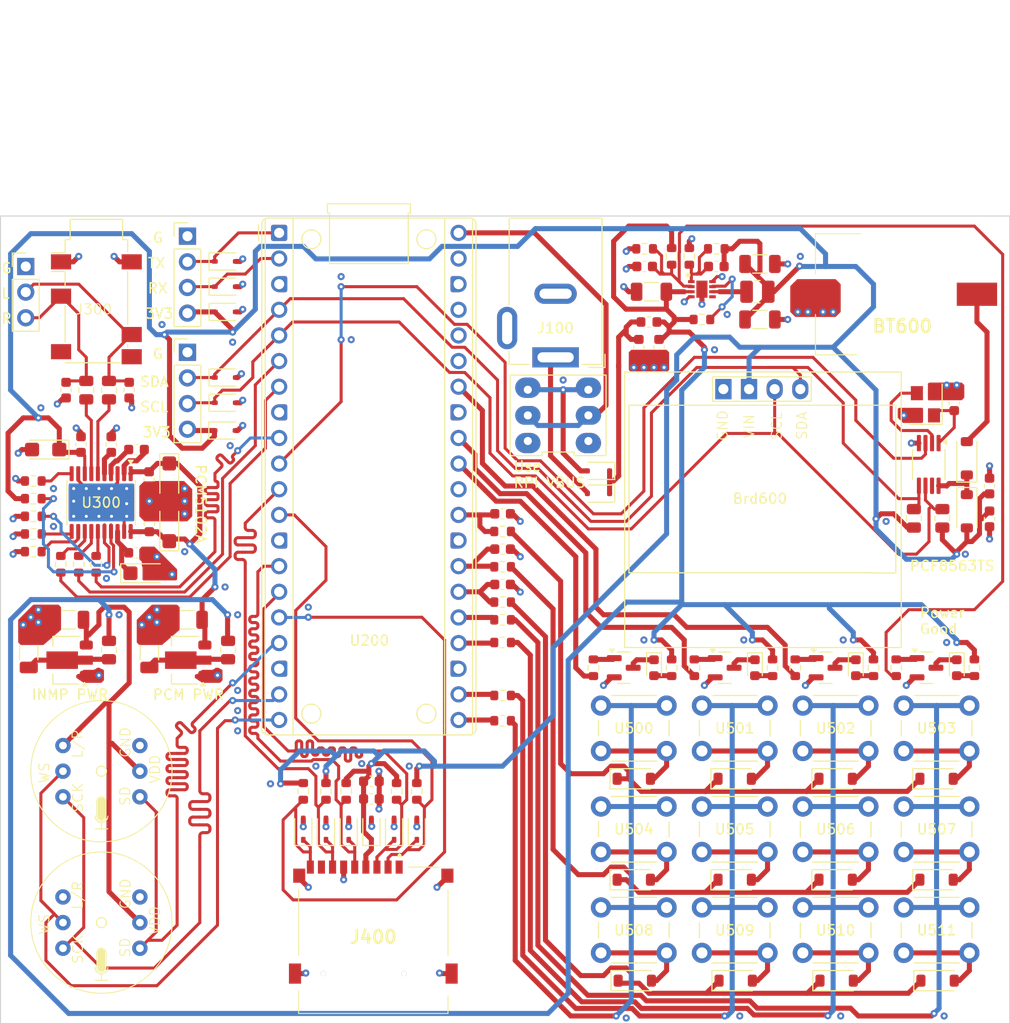
<source format=kicad_pcb>
(kicad_pcb (version 20240108) (generator "pcbnew") (generator_version "8.0")
  (layers (0 "F.Cu" signal) (1 "In1.Cu" power) (2 "In2.Cu" power) (31 "B.Cu" signal) (34 "B.Paste" user) (35 "F.Paste" user) (36 "B.SilkS" user "B.Silkscreen") (37 "F.SilkS" user "F.Silkscreen") (38 "B.Mask" user) (39 "F.Mask" user) (44 "Edge.Cuts" user))
  (net 0 "")
  (net 1 "I2C1_SDA")
  (net 2 "I2S_INMP441_DATA")
  (net 3 "MACRO_PAD_BTN_COL_0")
  (net 4 "GND")
  (net 5 "SPI1_SD_CARD_MISO")
  (net 6 "Net-(U300-CAPM)")
  (net 7 "PCF8563_INT")
  (net 8 "USR_LED_2")
  (net 9 "USR_LED_0")
  (net 10 "Net-(U300-CAPP)")
  (net 11 "Net-(D200-A)")
  (net 12 "SPI1_SD_CARD_CS")
  (net 13 "MACRO_PAD_BTN_ROW_0")
  (net 14 "Net-(D500-K)")
  (net 15 "USR_LED_1")
  (net 16 "MACRO_PAD_BTN_ROW_2")
  (net 17 "I2S_PCM5102_DATA")
  (net 18 "SPI1_SD_CARD_SCK")
  (net 19 "Net-(D500-A)")
  (net 20 "Net-(D501-A)")
  (net 21 "MACRO_PAD_BTN_COL_2")
  (net 22 "UART0_TX")
  (net 23 "MACRO_PAD_BTN_COL_3")
  (net 24 "Net-(D502-A)")
  (net 25 "Net-(D503-A)")
  (net 26 "I2S_INMP441_SCK")
  (net 27 "Net-(D504-K)")
  (net 28 "SPI1_SD_CARD_MOSI")
  (net 29 "UART0_RX")
  (net 30 "I2S_INMP441_SCL")
  (net 31 "SPI1_SD_CARD_CARD_DETECT")
  (net 32 "MACRO_PAD_BTN_ROW_1")
  (net 33 "I2S_PCM5102_SCL")
  (net 34 "Net-(D504-A)")
  (net 35 "MACRO_PAD_BTN_COL_1")
  (net 36 "+RPI_VBUS")
  (net 37 "I2C1_SCL")
  (net 38 "I2S_PCM5102_SCK")
  (net 39 "Net-(D505-A)")
  (net 40 "Net-(D506-A)")
  (net 41 "+3.3V")
  (net 42 "/[6]I2C_Peripherals/VBAT")
  (net 43 "VCC")
  (net 44 "+5V")
  (net 45 "PG_3V3")
  (net 46 "/[1]Power/FB_3V3")
  (net 47 "/[1]Power/+5V_FILT_1")
  (net 48 "+3.3VA_PCM")
  (net 49 "/[3]PCM5102/OUT_R")
  (net 50 "/[3]PCM5102/OUT_L")
  (net 51 "Net-(D507-A)")
  (net 52 "Net-(D508-K)")
  (net 53 "/[3]PCM5102/VNEG")
  (net 54 "/[3]PCM5102/LDO")
  (net 55 "/[6]I2C_Peripherals/OSCI")
  (net 56 "VDC")
  (net 57 "/[1]Power/LED_PWR_K")
  (net 58 "/[1]Power/LED_PWR_A")
  (net 59 "Net-(D508-A)")
  (net 60 "/[6]I2C_Peripherals/PCF_VDD")
  (net 61 "Net-(D509-A)")
  (net 62 "Net-(D510-A)")
  (net 63 "Net-(D511-A)")
  (net 66 "/[3]PCM5102/FLT")
  (net 70 "Net-(Q100-G)")
  (net 71 "Net-(Q500-G)")
  (net 72 "Net-(Q501-G)")
  (net 73 "Net-(Q502-G)")
  (net 74 "Net-(R500-Pad2)")
  (net 75 "Net-(R501-Pad2)")
  (net 76 "/[5]Macro_Pad/USR_LED_0_K")
  (net 77 "/[5]Macro_Pad/USR_LED_0_A")
  (net 78 "/[5]Macro_Pad/USR_LED_1_A")
  (net 79 "/[5]Macro_Pad/USR_LED_1_K")
  (net 80 "/[5]Macro_Pad/USR_LED_2_K")
  (net 81 "/[5]Macro_Pad/USR_LED_2_A")
  (net 82 "Net-(R502-Pad2)")
  (net 83 "Net-(R503-Pad2)")
  (net 88 "/[1]Power/SW_3V3")
  (net 89 "/[1]Power/EN_3V3")
  (net 93 "/[3]PCM5102/OUTR")
  (net 94 "/[3]PCM5102/OUTL")
  (net 95 "/[3]PCM5102/LRCLK")
  (net 96 "/[3]PCM5102/DIN")
  (net 97 "/[3]PCM5102/BCK")
  (net 98 "/[3]PCM5102/SCK")
  (net 100 "/[6]I2C_Peripherals/OSCO")
  (net 102 "/[3]PCM5102/DEMP")
  (net 103 "/[3]PCM5102/XSMT")
  (net 104 "/[3]PCM5102/FMT")
  (net 105 "/[1]Power/+5V_FILT_2")
  (net 106 "+3.3VA_INMP")
  (footprint "Diode_SMD:D_SOD-123" (layer "F.Cu") (at 112.75 115.75)
    (property "Reference" "D504" (hide yes))
    (property "Value" "1N4148" (hide yes))
  )
  (footprint "Package_TO_SOT_SMD:SOT-23" (layer "F.Cu") (at 121.75 94.75)
    (property "Reference" "Q501" (hide yes))
    (property "Value" "T2N7002AK" (hide yes))
  )
  (footprint "Package_TO_SOT_SMD:SOT-23" (layer "F.Cu") (at 111.75 94.75)
    (property "Reference" "Q500" (hide yes))
    (property "Value" "T2N7002AK" (hide yes))
  )
  (footprint "rpi_pico_media_board:SW_DPDT_XLX" (layer "F.Cu") (at 105.25 69.75 90)
    (property "Reference" "SW200" (hide yes))
    (property "Value" "SW_DPDT_XLX" (hide yes))
  )
  (footprint "Resistor_SMD:R_0603_1608Metric" (layer "F.Cu") (at 84.25 107 -90)
    (property "Reference" "R402" (hide yes))
    (property "Value" "47kR" (hide yes))
  )
  (footprint "Capacitor_SMD:C_0603_1608Metric" (layer "F.Cu") (at 115.25 63 -90)
    (property "Reference" "C101" (hide yes))
    (property "Value" "1uF" (hide yes))
  )
  (footprint "Resistor_SMD:R_0603_1608Metric" (layer "F.Cu") (at 89.25 107 -90)
    (property "Reference" "R401" (hide yes))
    (property "Value" "47kR" (hide yes))
  )
  (footprint "Capacitor_SMD:C_0603_1608Metric" (layer "F.Cu") (at 60.975 72.6375 90)
    (property "Reference" "C301" (hide yes))
    (property "Value" "2.2uF" (hide yes))
  )
  (footprint "Diode_SMD:D_SOD-323" (layer "F.Cu") (at 72.275 59.5)
    (property "Reference" "D201" (hide yes))
    (property "Value" "PESD3V3L1BA,115" (hide yes))
  )
  (footprint "Diode_SMD:D_SOD-123" (layer "F.Cu") (at 142.75 115.75)
    (property "Reference" "D507" (hide yes))
    (property "Value" "1N4148" (hide yes))
  )
  (footprint "Resistor_SMD:R_0603_1608Metric" (layer "F.Cu") (at 118.25 54 90)
    (property "Reference" "R104" (hide yes))
    (property "Value" "100kR" (hide yes))
  )
  (footprint "Capacitor_SMD:C_0603_1608Metric" (layer "F.Cu") (at 99.75 79.5)
    (property "Reference" "C500" (hide yes))
    (property "Value" "100nF" (hide yes))
  )
  (footprint "Connector_BarrelJack:BarrelJack_GCT_DCJ200-10-A_Horizontal" (layer "F.Cu") (at 105 64 180)
    (property "Reference" "J100")
    (property "Value" "Barrel_Jack_Switch_Pin3Ring" (hide yes))
  )
  (footprint "Resistor_SMD:R_0603_1608Metric" (layer "F.Cu") (at 120.925 53.25 180)
    (property "Reference" "R103" (hide yes))
    (property "Value" "453kR" (hide yes))
  )
  (footprint "Resistor_SMD:R_0603_1608Metric" (layer "F.Cu") (at 99.75 92.25)
    (property "Reference" "R501" (hide yes))
    (property "Value" "22R" (hide yes))
  )
  (footprint "Diode_SMD:D_SOD-123" (layer "F.Cu") (at 145.75 79.25 -90)
    (property "Reference" "D601" (hide yes))
    (property "Value" "1N4148" (hide yes))
  )
  (footprint "Diode_SMD:D_SOD-323" (layer "F.Cu") (at 82.25 110.75 90)
    (property "Reference" "D401" (hide yes))
    (property "Value" "PESD3V3L1BA,115" (hide yes))
  )
  (footprint "rpi_pico_media_board:SW_PUSH_6mm_H5mm" (layer "F.Cu") (at 139.5 118.5)
    (property "Reference" "U511")
    (property "Value" "SW" (hide yes))
  )
  (footprint "rpi_pico_media_board_power:SON50P200X200X65-9N" (layer "F.Cu") (at 119.5 57.25)
    (property "Reference" "PS100" (hide yes))
    (property "Value" "SY8003ADFC" (hide yes))
  )
  (footprint "rpi_pico_media_board:SW_PUSH_6mm_H5mm" (layer "F.Cu") (at 139.5 98.5)
    (property "Reference" "U503")
    (property "Value" "SW" (hide yes))
  )
  (footprint "Resistor_SMD:R_0603_1608Metric" (layer "F.Cu") (at 138.75 94.75 -90)
    (property "Reference" "R108" (hide yes))
    (property "Value" "12kR" (hide yes))
  )
  (footprint "rpi_pico_media_board:SW_PUSH_6mm_H5mm" (layer "F.Cu") (at 119.5 118.5)
    (property "Reference" "U509")
    (property "Value" "SW" (hide yes))
  )
  (footprint "Resistor_SMD:R_0603_1608Metric" (layer "F.Cu") (at 146.5 94.75 90)
    (property "Reference" "R107" (hide yes))
    (property "Value" "510R" (hide yes))
  )
  (footprint "rpi_pico_media_board:inmp441" (layer "F.Cu") (at 60 120 90)
    (property "Reference" "U203" (hide yes))
    (property "Value" "mems-mic" (hide yes))
  )
  (footprint "Capacitor_SMD:C_1206_3216Metric" (layer "F.Cu") (at 68.5 90 180)
    (property "Reference" "C108" (hide yes))
    (property "Value" "22uF" (hide yes))
  )
  (footprint "Diode_SMD:D_SOD-323" (layer "F.Cu") (at 91.25 110.75 90)
    (property "Reference" "D404" (hide yes))
    (property "Value" "PESD3V3L1BA,115" (hide yes))
  )
  (footprint "Connector_PinHeader_2.54mm:PinHeader_1x03_P2.54mm_Vertical" (layer "F.Cu") (at 52.5 55)
    (property "Reference" "J301" (hide yes))
    (property "Value" "Conn_01x03_Pin" (hide yes))
  )
  (footprint "Capacitor_SMD:C_0603_1608Metric" (layer "F.Cu") (at 120.925 55 180)
    (property "Reference" "C104" (hide yes))
    (property "Value" "22pF" (hide yes))
  )
  (footprint "Resistor_SMD:R_0603_1608Metric" (layer "F.Cu") (at 126.5 94.75 90)
    (property "Reference" "R509" (hide yes))
    (property "Value" "510R" (hide yes))
  )
  (footprint "Capacitor_SMD:C_1206_3216Metric" (layer "F.Cu") (at 125.25 54.75)
    (property "Reference" "C106" (hide yes))
    (property "Value" "22uF" (hide yes))
  )
  (footprint "rpi_pico_media_board:SW_PUSH_6mm_H5mm" (layer "F.Cu") (at 139.5 108.5)
    (property "Reference" "U507")
    (property "Value" "SW" (hide yes))
  )
  (footprint "Resistor_SMD:R_0805_2012Metric" (layer "F.Cu") (at 60.75 93 90)
    (property "Reference" "R106" (hide yes))
    (property "Value" "10R" (hide yes))
  )
  (footprint "rpi_pico_media_board:128x64OLED" (layer "F.Cu") (at 125.25 77.75)
    (property "Reference" "Brd600")
    (property "Value" "SSD1306")
  )
  (footprint "Capacitor_SMD:C_0603_1608Metric" (layer "F.Cu") (at 63.475 83.3625)
    (property "Reference" "C302" (hide yes))
    (property "Value" "100nF" (hide yes))
  )
  (footprint "Resistor_SMD:R_0603_1608Metric" (layer "F.Cu") (at 116.5 94.75 90)
    (property "Reference" "R507" (hide yes))
    (property "Value" "510R" (hide yes))
  )
  (footprint "Diode_SMD:D_SOD-123" (layer "F.Cu") (at 122.85 125.75)
    (property "Reference" "D509" (hide yes))
    (property "Value" "1N4148" (hide yes))
  )
  (footprint "Resistor_SMD:R_0603_1608Metric" (layer "F.Cu") (at 99.75 97.5)
    (property "Reference" "R502" (hide yes))
    (property "Value" "22R" (hide yes))
  )
  (footprint "Diode_SMD:D_SOD-123" (layer "F.Cu") (at 142.75 105.75)
    (property "Reference" "D503" (hide yes))
    (property "Value" "1N4148" (hide yes))
  )
  (footprint "Resistor_SMD:R_0805_2012Metric" (layer "F.Cu") (at 58.5 67.25 90)
    (property "Reference" "R308" (hide yes))
    (property "Value" "470R" (hide yes))
  )
  (footprint "Package_SO:MSOP-8_3x3mm_P0.65mm" (layer "F.Cu") (at 141.975 74.6125 -90)
    (property "Reference" "U600" (hide yes))
    (property "Value" "PCF8563TS" (hide yes))
  )
  (footprint "Resistor_SMD:R_0603_1608Metric" (layer "F.Cu") (at 99.75 84.75)
    (property "Reference" "R505" (hide yes))
    (property "Value" "0R" (hide yes))
  )
  (footprint "Capacitor_SMD:C_0603_1608Metric" (layer "F.Cu") (at 64.75 80.5 90)
    (property "Reference" "C306" (hide yes))
    (property "Value" "100nF" (hide yes))
  )
  (footprint "Diode_SMD:D_SOD-323" (layer "F.Cu") (at 80 110.75 90)
    (property "Reference" "D405" (hide yes))
    (property "Value" "PESD3V3L1BA,115" (hide yes))
  )
  (footprint "Inductor_SMD:L_0603_1608Metric" (layer "F.Cu") (at 114.25 60.5)
    (property "Reference" "L100" (hide yes))
    (property "Value" "10nH" (hide yes))
  )
  (footprint "Capacitor_SMD:C_0603_1608Metric" (layer "F.Cu") (at 57.975 72.6375 90)
    (property "Reference" "C308" (hide yes))
    (property "Value" "100nF" (hide yes))
  )
  (footprint "Resistor_SMD:R_0805_2012Metric" (layer "F.Cu") (at 143.325 79.95 90)
    (property "Reference" "R601" (hide yes))
    (property "Value" "5k1R" (hide yes))
  )
  (footprint "Capacitor_SMD:C_0603_1608Metric" (layer "F.Cu") (at 63.475 73.1375 180)
    (property "Reference" "C300" (hide yes))
    (property "Value" "2.2uF" (hide yes))
  )
  (footprint "Resistor_SMD:R_0603_1608Metric" (layer "F.Cu") (at 119.5 60.25)
    (property "Reference" "R101" (hide yes))
    (property "Value" "12kR" (hide yes))
  )
  (footprint "rpi_pico_media_board:SW_PUSH_6mm_H5mm" (layer "F.Cu") (at 119.5 98.5)
    (property "Reference" "U501")
    (property "Value" "SW" (hide yes))
  )
  (footprint "Capacitor_SMD:C_0603_1608Metric" (layer "F.Cu") (at 148 76.75 90)
    (property "Reference" "C600" (hide yes))
    (property "Value" "10uF" (hide yes))
  )
  (footprint "Package_TO_SOT_SMD:SOT-23" (layer "F.Cu") (at 141.75 94.75)
    (property "Reference" "Q100" (hide yes))
    (property "Value" "T2N7002AK" (hide yes))
  )
  (footprint "Connector_PinHeader_2.54mm:PinHeader_1x04_P2.54mm_Vertical" (layer "F.Cu") (at 68.525 52)
    (property "Reference" "J200" (hide yes))
    (property "Value" "Conn_01x04_Pin" (hide yes))
  )
  (footprint "LED_SMD:LED_0603_1608Metric" (layer "F.Cu") (at 124.75 94.75 -90)
    (property "Reference" "D513" (hide yes))
    (property "Value" "LED" (hide yes))
  )
  (footprint "Capacitor_Tantalum_SMD:CP_EIA-3216-18_Kemet-A" (layer "F.Cu") (at 54.475 73.1375 180)
    (property "Reference" "C309" (hide yes))
    (property "Value" "T,10uF" (hide yes))
  )
  (footprint "Resistor_SMD:R_0805_2012Metric" (layer "F.Cu") (at 140.5 79.95 90)
    (property "Reference" "R600" (hide yes))
    (property "Value" "5k1R" (hide yes))
  )
  (footprint "rpi_pico_media_board:SW_PUSH_6mm_H5mm" (layer "F.Cu") (at 129.5 98.5)
    (property "Reference" "U502")
    (property "Value" "SW" (hide yes))
  )
  (footprint "rpi_pico_media_board:SW_PUSH_6mm_H5mm" (layer "F.Cu") (at 109.5 108.5)
    (property "Reference" "U504")
    (property "Value" "SW" (hide yes))
  )
  (footprint "Capacitor_SMD:C_0603_1608Metric" (layer "F.Cu") (at 64.725 76.1125 -90)
    (property "Reference" "C304" (hide yes))
    (property "Value" "100nF" (hide yes))
  )
  (footprint "Diode_SMD:D_SOD-123" (layer "F.Cu") (at 132.85 125.75)
    (property "Reference" "D510" (hide yes))
    (property "Value" "1N4148" (hide yes))
  )
  (footprint "Diode_SMD:D_SOD-323" (layer "F.Cu") (at 84.5 110.75 90)
    (property "Reference" "D403" (hide yes))
    (property "Value" "PESD3V3L1BA,115" (hide yes))
  )
  (footprint "Resistor_SMD:R_0603_1608Metric" (layer "F.Cu") (at 53.25 79.75)
    (property "Reference" "R307" (hide yes))
    (property "Value" "22R" (hide yes))
  )
  (footprint "Diode_SMD:D_SOD-123" (layer "F.Cu") (at 132.75 115.75)
    (property "Reference" "D506" (hide yes))
    (property "Value" "1N4148" (hide yes))
  )
  (footprint "Capacitor_SMD:C_0603_1608Metric" (layer "F.Cu") (at 99.75 86.5)
    (property "Reference" "C502" (hide yes))
    (property "Value" "100nF" (hide yes))
  )
  (footprint "Crystal:Crystal_SMD_3225-4Pin_3.2x2.5mm" (layer "F.Cu") (at 141.65 68.65 90)
    (property "Reference" "Y600" (hide yes))
    (property "Value" "32768Hz" (hide yes))
  )
  (footprint "Resistor_SMD:R_0603_1608Metric" (layer "F.Cu") (at 53.25 83.25)
    (property "Reference" "R303" (hide yes))
    (property "Value" "22R" (hide yes))
  )
  (footprint "Capacitor_SMD:C_1206_3216Metric" (layer "F.Cu") (at 114.5 57.5 180)
    (property "Reference" "C102" (hide yes))
    (property "Value" "22uF" (hide yes))
  )
  (footprint "Diode_SMD:D_SOD-123" (layer "F.Cu") (at 122.75 115.75)
    (property "Reference" "D505" (hide yes))
    (property "Value" "1N4148" (hide yes))
  )
  (footprint "Diode_SMD:D_SOD-323" (layer "F.Cu") (at 72.275 57)
    (property "Reference" "D202" (hide yes))
    (property "Value" "PESD3V3L1BA,115" (hide yes))
  )
  (footprint "Diode_SMD:D_SOD-123" (layer "F.Cu") (at 112.75 105.75)
    (property "Reference" "D500" (hide yes))
    (property "Value" "1N4148" (hide yes))
  )
  (footprint "Diode_SMD:D_SOD-323" (layer "F.Cu") (at 72.275 66)
    (property "Reference" "D206" (hide yes))
    (property "Value" "PESD3V3L1BA,115" (hide yes))
  )
  (footprint "Resistor_SMD:R_0603_1608Metric" (layer "F.Cu") (at 108.75 94.75 -90)
    (property "Reference" "R508" (hide yes))
    (property "Value" "12kR" (hide yes))
  )
  (footprint "Capacitor_SMD:C_1206_3216Metric" (layer "F.Cu") (at 125.25 60.25)
    (property "Reference" "C105" (hide yes))
    (property "Value" "22uF" (hide yes))
  )
  (footprint "Capacitor_SMD:C_0603_1608Metric" (layer "F.Cu") (at 144.5 68.5 90)
    (property "Reference" "C602" (hide yes))
    (property "Value" "15pF" (hide yes))
  )
  (footprint "Module_RaspberryPi_Pico:RaspberryPi_Pico_Common_THT" (layer "F.Cu") (at 86.5 75.8)
    (property "Reference" "U200")
    (property "Value" "RaspberryPi_Pico")
  )
  (footprint "Capacitor_SMD:C_0603_1608Metric" (layer "F.Cu") (at 62.75 67.25 -90)
    (property "Reference" "C311" (hide yes))
    (property "Value" "2.2nF" (hide yes))
  )
  (footprint "Resistor_SMD:R_0603_1608Metric" (layer "F.Cu") (at 118.75 94.75 -90)
    (property "Reference" "R510" (hide yes))
    (property "Value" "12kR" (hide yes))
  )
  (footprint "Resistor_SMD:R_0603_1608Metric" (layer "F.Cu") (at 53.25 78)
    (property "Reference" "R306" (hide yes))
    (property "Value" "22R" (hide yes))
  )
  (footprint "Diode_SMD:D_SOD-123" (layer "F.Cu") (at 145.75 74 90)
    (property "Reference" "D600" (hide yes))
    (property "Value" "1N4148" (hide yes))
  )
  (footprint "Resistor_SMD:R_0603_1608Metric" (layer "F.Cu") (at 57.75 84.5 90)
    (property "Reference" "R301" (hide yes))
    (property "Value" "22R" (hide yes))
  )
  (footprint "rpi_pico_media_board:CR12202" (layer "F.Cu") (at 138.75 57.75 180)
    (property "Reference" "BT600")
    (property "Value" "Battery_Cell" (hide yes))
  )
  (footprint "Diode_SMD:D_SOD-323" (layer "F.Cu") (at 72.275 54.5)
    (property "Reference" "D203" (hide yes))
    (property "Value" "PESD3V3L1BA,115" (hide yes))
  )
  (footprint "rpi_pico_media_board:SW_PUSH_6mm_H5mm" (layer "F.Cu") (at 109.5 118.5)
    (property "Reference" "U508")
    (property "Value" "SW" (hide yes))
  )
  (footprint "Capacitor_SMD:C_0603_1608Metric" (layer "F.Cu") (at 113.25 63 -90)
    (property "Reference" "C100" (hide yes))
    (property "Value" "1uF" (hide yes))
  )
  (footprint "Capacitor_SMD:C_0603_1608Metric" (layer "F.Cu") (at 148 80 -90)
    (property "Reference" "C601" (hide yes))
    (property "Value" "100nF" (hide yes))
  )
  (footprint "Resistor_SMD:R_0603_1608Metric" (layer "F.Cu") (at 80 107 -90)
    (property "Reference" "R404" (hide yes))
    (property "Value" "47kR" (hide yes))
  )
  (footprint "LED_SMD:LED_0603_1608Metric" (layer "F.Cu") (at 144.75 94.75 -90)
    (property "Reference" "D101" (hide yes))
    (property "Value" "LED" (hide yes))
  )
  (footprint "Diode_SMD:D_SOD-323F" (layer "F.Cu") (at 109.25 77.5 180)
    (property "Reference" "D100" (hide yes))
    (property "Value" "PMEG1030EJ,115" (hide yes))
  )
  (footprint "rpi_pico_media_board:TF01A" (layer "F.Cu") (at 86.94 121.75)
    (property "Reference" "J400")
    (property "Value" "TF-01A" (hide yes))
  )
  (footprint "Resistor_SMD:R_0603_1608Metric" (layer "F.Cu") (at 99.75 90)
    (property "Reference" "R500" (hide yes))
    (property "Value" "22R" (hide yes))
  )
  (footprint "Capacitor_SMD:C_1206_3216Metric" (layer "F.Cu") (at 56.75 90 180)
    (property "Reference" "C110" (hide yes))
    (property "Value" "22uF" (hide yes))
  )
  (footprint "Capacitor_SMD:C_1206_3216Metric" (layer "F.Cu") (at 64.75 93.25 90)
    (property "Reference" "C107" (hide yes))
    (property "Value" "22uF" (hide yes))
  )
  (footprint "Resistor_SMD:R_0805_2012Metric" (layer "F.Cu") (at 72.55 93 90)
    (property "Reference" "R105" (hide yes))
    (property "Value" "10R" (hide yes))
  )
  (footprint "Diode_SMD:D_SOD-123" (layer "F.Cu") (at 122.75 105.75)
    (property "Reference" "D501" (hide yes))
    (property "Value" "1N4148" (hide yes))
  )
  (footprint "rpi_pico_media_board:SW_PUSH_6mm_H5mm" (layer "F.Cu") (at 129.5 108.5)
    (property "Reference" "U506")
    (property "Value" "SW" (hide yes))
  )
  (footprint "Resistor_SMD:R_0603_1608Metric" (layer "F.Cu") (at 53.25 81.5)
    (property "Reference" "R304" (hide yes))
    (property "Value" "22R" (hide yes))
  )
  (footprint "Capacitor_Tantalum_SMD:CP_EIA-3216-18_Kemet-A" (layer "F.Cu") (at 66.725 75.8625 -90)
    (property "Reference" "C305" (hide yes))
    (property "Value" "T,10uF" (hide yes))
  )
  (footprint "LED_SMD:LED_0603_1608Metric" (layer "F.Cu") (at 114.75 94.75 -90)
    (property "Reference" "D512" (hide yes))
    (property "Value" "LED" (hide yes))
  )
  (footprint "Resistor_SMD:R_0603_1608Metric" (layer "F.Cu") (at 99.75 81.25)
    (property "Reference" "R504" (hide yes))
    (property "Value" "0R" (hide yes))
  )
  (footprint "Capacitor_SMD:C_0603_1608Metric" (layer "F.Cu") (at 56.5 67.25 -90)
    (property "Reference" "C310" (hide yes))
    (property "Value" "2.2nF" (hide yes))
  )
  (footprint "Resistor_SMD:R_0805_2012Metric" (layer "F.Cu") (at 60.75 67.25 90)
    (property "Reference" "R309" (hide yes))
    (property "Value" "470R" (hide yes))
  )
  (footprint "rpi_pico_media_board:SW_PUSH_6mm_H5mm" (layer "F.Cu") (at 109.5 98.5)
    (property "Reference" "U500")
    (property "Value" "SW" (hide yes))
  )
  (footprint "Resistor_SMD:R_0603_1608Metric" (layer "F.Cu") (at 99.75 88.25)
    (property "Reference" "R506" (hide yes))
    (property "Value" "0R" (hide yes))
  )
  (footprint "Resistor_SMD:R_0603_1608Metric" (layer "F.Cu") (at 128.75 94.75 -90)
    (property "Reference" "R512" (hide yes))
    (property "Value" "12kR" (hide yes))
  )
  (footprint "Capacitor_SMD:C_0603_1608Metric" (layer "F.Cu") (at 86.75 107.75)
    (property "Reference" "C401" (hide yes))
    (property "Value" "100nF" (hide yes))
  )
  (footprint "Diode_SMD:D_SOD-323" (layer "F.Cu") (at 89 110.75 90)
    (property "Reference" "D402" (hide yes))
    (property "Value" "PESD3V3L1BA,115" (hide yes))
  )
  (footprint "Resistor_SMD:R_0603_1608Metric" (layer "F.Cu") (at 113.825 53.25 180)
    (property "Reference" "R102" (hide yes))
    (property "Value" "100kR" (hide yes))
  )
  (footprint "Package_TO_SOT_SMD:SOT-89-3" (layer "F.Cu") (at 68.3 94 180)
    (property "Reference" "U100" (hide yes))
    (property "Value" "HT7533-1" (hide yes))
  )
  (footprint "Diode_SMD:D_SOD-123" (layer "F.Cu") (at 142.85 125.75)
    (property "Reference" "D511" (hide yes))
    (property "Value" "1N4148" (hide yes))
  )
  (footprint "Resistor_SMD:R_0603_1608Metric" (layer "F.Cu") (at 91.25 107 -90)
    (property "Reference" "R403" (hide yes))
    (property "Value" "47kR" (hide yes))
  )
  (footprint "Diode_SMD:D_SOD-323F" (layer "F.Cu") (at 109.25 75.25 180)
    (property "Reference" "D200" (hide yes))
    (property "Value" "PMEG1030EJ,115" (hide yes))
  )
  (footprint "Resistor_SMD:R_0603_1608Metric" (layer "F.Cu") (at 82.25 107 -90)
    (property "Reference" "R400" (hide yes))
    (property "Value" "47kR" (hide yes))
  )
  (footprint "rpi_pico_media_board:AudioJack_3.5mm_PJ311" (layer "F.Cu") (at 59.5 54.25)
    (property "Reference" "J300")
    (property "Value" "AudioJack3_Ground_SwitchTR" (hide yes))
  )
  (footprint "Diode_SMD:D_SOD-123" (layer "F.Cu") (at 112.85 125.75)
    (property "Reference" "D508" (hide yes))
    (property "Value" "1N4148" (hide yes))
  )
  (footprint "Capacitor_SMD:C_0603_1608Metric" (layer "F.Cu") (at 99.75 83)
    (property "Reference" "C501" (hide yes))
    (property "Value" "100nF" (hide yes))
  )
  (footprint "Capacitor_SMD:C_1206_3216Metric" (layer "F.Cu") (at 52.8 93.25 90)
    (property "Reference" "C109" (hide yes))
    (property "Value" "22uF" (hide yes))
  )
  (footprint "LED_SMD:LED_0603_1608Metric" (layer "F.Cu") (at 134.75 94.75 -90)
    (property "Reference" "D514" (hide yes))
    (property "Value" "LED" (hide yes))
  )
  (footprint "Diode_SMD:D_SOD-323" (layer "F.Cu") (at 72.275 68.5)
    (property "Reference" "D205" (hide yes))
    (property "Value" "PESD3V3L1BA,115" (hide yes))
  )
  (footprint "rpi_pico_media_board:inmp441" (layer "F.Cu") (at 60 105 90)
    (property "Reference" "U202" (hide yes))
    (property "Value" "mems-mic" (hide yes))
  )
  (footprint "Capacitor_Tantalum_SMD:CP_EIA-3216-18_Kemet-A" (layer "F.Cu") (at 66.725 80.8625 90)
    (property "Reference" "C307" (hide yes))
    (property "Value" "T,10uF" (hide yes))
  )
  (footprint "Diode_SMD:D_SOD-123" (layer "F.Cu") (at 132.75 105.75)
    (property "Reference" "D502" (hide yes))
    (property "Value" "1N4148" (hide yes))
  )
  (footprint "Resistor_SMD:R_0603_1608Metric" (layer "F.Cu") (at 136.5 94.75 90)
    (property "Reference" "R511" (hide yes))
    (property "Value" "510R" (hide yes))
  )
  (footprint "Resistor_SMD:R_0603_1608Metric" (layer "F.Cu") (at 53.25 76.25)
    (property "Reference" "R305" (hide yes))
    (property "Value" "22R" (hide yes))
  )
  (footprint "Capacitor_SMD:C_0603_1608Metric" (layer "F.Cu") (at 86.75 106)
    (property "Reference" "C400" (hide yes))
    (property "Value" "10uF" (hide yes))
  )
  (footprint "Inductor_SMD:L_1008_2520Metric" (layer "F.Cu") (at 125 57.5)
    (property "Reference" "L101" (hide yes))
    (property "Value" "2u2H" (hide yes))
  )
  (footprint "rpi_pico_media_board:SW_PUSH_6mm_H5mm" (layer "F.Cu") (at 129.5 118.5)
    (property "Reference" "U510")
    (property "Value" "SW" (hide yes))
  )
  (footprint "rpi_pico_media_board:SW_PUSH_6mm_H5mm" (layer "F.Cu") (at 119.5 108.5)
    (property "Reference" "U505")
    (property "Value" "SW" (hide yes))
  )
  (footprint "Resistor_SMD:R_0603_1608Metric" (layer "F.Cu") (at 116.5 54 90)
    (property "Reference" "R100" (hide yes))
    (property "Value" "12kR" (hide yes))
  )
  (footprint "Resistor_SMD:R_0603_1608Metric" (layer "F.Cu") (at 59.475 84.5 90)
    (property "Reference" "R300" (hide yes))
    (property "Value" "22R" (hide yes))
  )
  (footprint "Capacitor_SMD:C_0603_1608Metric" (layer "F.Cu") (at 113.825 55 180)
    (property "Reference" "C103" (hide yes))
    (property "Value" "4u7F" (hide yes))
  )
  (footprint "Resistor_SMD:R_0603_1608Metric" (layer "F.Cu") (at 99.75 100)
    (property "Reference" "R503" (hide yes))
    (property "Value" "22R" (hide yes))
  )
  (footprint "Package_TO_SOT_SMD:SOT-89-3" (layer "F.Cu") (at 56.55 94 180)
    (property "Reference" "U101" (hide yes))
    (property "Value" "HT7533-1" (hide yes))
  )
  (footprint "Diode_SMD:D_SOD-323" (layer "F.Cu") (at 72.25 71.25)
    (property "Reference" "D4" (hide yes))
    (property "Value" "PESD3V3L1BA,115" (hide yes))
  )
  (footprint "Capacitor_Tantalum_SMD:CP_EIA-3216-18_Kemet-A" (layer "F.Cu") (at 64.225 85.3875)
    (property "Reference" "C303" (hide yes))
    (property "Value" "T,10uF" (hide yes))
  )
  (footprint "Resistor_SMD:R_0603_1608Metric" (layer "F.Cu") (at 55.975 84.5 90)
    (property "Reference" "R302" (hide yes))
    (property "Value" "22R" (hide yes))
  )
  (footprint "Package_SO:TSSOP-20_4.4x6.5mm_P0.65mm" (layer "F.Cu") (at 59.975 78.3875 -90)
    (property "Reference" "U300")
    (property "Value" "PCM5102A" (hide yes))
  )
  (footprint "Connector_PinHeader_2.54mm:PinHeader_1x04_P2.54mm_Vertical" (layer "F.Cu") (at 68.525 63.5)
    (property "Reference" "J201" (hide yes))
    (property "Value" "Conn_01x04_Pin" (hide yes))
  )
  (footprint "Diode_SMD:D_SOD-323" (layer "F.Cu") (at 86.75 110.75 90)
    (property "Reference" "D400" (hide yes))
    (property "Value" "PESD3V3L1BA,115" (hide yes))
  )
  (footprint "Package_TO_SOT_SMD:SOT-23" (layer "F.Cu") (at 131.75 94.75)
    (property "Reference" "Q502" (hide yes))
    (property "Value" "T2N7002AK" (hide yes))
  )
  (gr_rect (start 50 50) (end 150 130) (stroke (width 0.1)) (fill none) (layer "Edge.Cuts"))
  (gr_text "Power\nGood" (at 141 91.5 0) (layer "F.SilkS") (effects (font (size 1 1)) (justify left bottom)))
  (gr_text "G" (at 50 55.75 0) (layer "F.SilkS") (effects (font (size 1 1)) (justify left bottom)))
  (gr_text "TX" (at 64.5 55.25 0) (layer "F.SilkS") (effects (font (size 1 1)) (justify left bottom)))
  (gr_text "SCL" (at 63.75 69.5 0) (layer "F.SilkS") (effects (font (size 1 1)) (justify left bottom)))
  (gr_text "RX" (at 64.5 57.75 0) (layer "F.SilkS") (effects (font (size 1 1)) (justify left bottom)))
  (gr_text "PCM5102A" (at 69.25 74.5 -90) (layer "F.SilkS") (effects (font (size 1 1)) (justify left bottom)))
  (gr_text "3V3" (at 64.25 60.25 0) (layer "F.SilkS") (effects (font (size 1 1)) (justify left bottom)))
  (gr_text "R" (at 50 60.75 0) (layer "F.SilkS") (effects (font (size 1 1)) (justify left bottom)))
  (gr_text "G" (at 65 52.75 0) (layer "F.SilkS") (effects (font (size 1 1)) (justify left bottom)))
  (gr_text "3V3" (at 64 72 0) (layer "F.SilkS") (effects (font (size 1 1)) (justify left bottom)))
  (gr_text "G" (at 65 64.25 0) (layer "F.SilkS") (effects (font (size 1 1)) (justify left bottom)))
  (gr_text "SDA" (at 63.75 67 0) (layer "F.SilkS") (effects (font (size 1 1)) (justify left bottom)))
  (gr_text "INMP PWR" (at 53 98 0) (layer "F.SilkS") (effects (font (size 1 1)) (justify left bottom)))
  (gr_text "PCM PWR" (at 65 98 0) (layer "F.SilkS") (effects (font (size 1 1)) (justify left bottom)))
  (gr_text "PCF8563TS" (at 140 85.25 0) (layer "F.SilkS") (effects (font (size 1 1)) (justify left bottom)))
  (gr_text "L" (at 50 58.25 0) (layer "F.SilkS") (effects (font (size 1 1)) (justify left bottom)))
  (gr_text "Use\nRPI VBUS" (at 100.75 77 0) (layer "F.SilkS") (effects (font (size 1 1)) (justify left bottom)))
  (segment (start 141 76.725) (end 141 78) (width 0.3) (layer "F.Cu") (net 1))
  (segment (start 68.565 66) (end 68.525 66.04) (width 0.3) (layer "F.Cu") (net 1))
  (segment (start 129.25 65.75) (end 129.25 67.15) (width 0.3) (layer "F.Cu") (net 1))
  (segment (start 133.5 72.5) (end 139 78) (width 0.3) (layer "F.Cu") (net 1))
  (segment (start 71.225 65.675) (end 71.225 66) (width 0.3) (layer "F.Cu") (net 1))
  (segment (start 101 75) (end 103.25 75) (width 0.3) (layer "F.Cu") (net 1))
  (segment (start 112 80.25) (end 114.5 77.75) (width 0.3) (layer "F.Cu") (net 1))
  (segment (start 99.25 66.25) (end 99.25 73.25) (width 0.3) (layer "F.Cu") (net 1))
  (segment (start 78.71 58.19) (end 89.94 58.19) (width 0.3) (layer "F.Cu") (net 1))
  (segment (start 77.61 59.29) (end 71.225 65.675) (width 0.3) (layer "F.Cu") (net 1))
  (segment (start 99.25 73.25) (end 101 75) (width 0.3) (layer "F.Cu") (net 1))
  (segment (start 119 65) (end 126.1 65) (width 0.3) (layer "F.Cu") (net 1))
  (segment (start 89.94 58.19) (end 94.75 63) (width 0.3) (layer "F.Cu") (net 1))
  (segment (start 71.225 66) (end 68.565 66) (width 0.3) (layer "F.Cu") (net 1))
  (segment (start 108.5 80.25) (end 112 80.25) (width 0.3) (layer "F.Cu") (net 1))
  (segment (start 77.61 59.29) (end 78.71 58.19) (width 0.3) (layer "F.Cu") (net 1))
  (segment (start 130 65) (end 133.5 68.5) (width 0.3) (layer "F.Cu") (net 1))
  (segment (start 103.25 75) (end 108.5 80.25) (width 0.3) (layer "F.Cu") (net 1))
  (segment (start 114.5 77.75) (end 114.5 69.5) (width 0.3) (layer "F.Cu") (net 1))
  (segment (start 141 78.5375) (end 140.5 79.0375) (width 0.3) (layer "F.Cu") (net 1))
  (segment (start 128.5 65) (end 129.25 65.75) (width 0.3) (layer "F.Cu") (net 1))
  (segment (start 114.5 69.5) (end 119 65) (width 0.3) (layer "F.Cu") (net 1))
  (segment (start 126.1 65) (end 128.5 65) (width 0.3) (layer "F.Cu") (net 1))
  (segment (start 133.5 68.5) (end 133.5 72.5) (width 0.3) (layer "F.Cu") (net 1))
  (segment (start 96 63) (end 99.25 66.25) (width 0.3) (layer "F.Cu") (net 1))
  (segment (start 139 78) (end 141 78) (width 0.3) (layer "F.Cu") (net 1))
  (segment (start 126.1 65) (end 130 65) (width 0.3) (layer "F.Cu") (net 1))
  (segment (start 94.75 63) (end 96 63) (width 0.3) (layer "F.Cu") (net 1))
  (segment (start 141 78) (end 141 78.5375) (width 0.3) (layer "F.Cu") (net 1))
  (segment (start 67.74 103.24) (end 67.5 103.24) (width 0.3) (layer "F.Cu") (net 2))
  (segment (start 67.5 101.75) (end 67.5 102.4) (width 0.3) (layer "F.Cu") (net 2))
  (segment (start 65.4425 109.0575) (end 63.925 107.54) (width 0.3) (layer "F.Cu") (net 2))
  (segment (start 68.5 105.28) (end 68.5 105.4) (width 0.3) (layer "F.Cu") (net 2))
  (segment (start 67.5 105.64) (end 66.74 105.64) (width 0.3) (layer "F.Cu") (net 2))
  (segment (start 67.786737 101.463262) (end 67.5 101.75) (width 0.3) (layer "F.Cu") (net 2))
  (segment (start 67.5 103.24) (end 66.74 103.24) (width 0.3) (layer "F.Cu") (net 2))
  (segment (start 68.26 103.24) (end 67.74 103.24) (width 0.3) (layer "F.Cu") (net 2))
  (segment (start 67.503894 100.671302) (end 67.871589 101.038997) (width 0.3) (layer "F.Cu") (net 2))
  (segment (start 65.425 109.075) (end 65.4425 109.0575) (width 0.3) (layer "F.Cu") (net 2))
  (segment (start 67.871589 101.378408) (end 67.786737 101.463262) (width 0.3) (layer "F.Cu") (net 2))
  (segment (start 68.26 105.64) (end 67.5 105.64) (width 0.3) (layer "F.Cu") (net 2))
  (segment (start 68.635267 100.954147) (end 67.928158 100.247038) (width 0.3) (layer "F.Cu") (net 2))
  (segment (start 73 96.25) (end 69.05953 100.19047) (width 0.3) (layer "F.Cu") (net 2))
  (segment (start 68.5 102.88) (end 68.5 103) (width 0.3) (layer "F.Cu") (net 2))
  (segment (start 63.925 107.54) (end 63.81 107.54) (width 0.3) (layer "F.Cu") (net 2))
  (segment (start 66.74 107.44) (end 67.26 107.44) (width 0.3) (layer "F.Cu") (net 2))
  (segment (start 67.5 103.84) (end 68.26 103.84) (width 0.3) (layer "F.Cu") (net 2))
  (segment (start 65.425 120.925) (end 65.425 109.075) (width 0.3) (layer "F.Cu") (net 2))
  (segment (start 67.26 106.84) (end 66.74 106.84) (width 0.3) (layer "F.Cu") (net 2))
  (segment (start 69.215093 101.024858) (end 69.130242 101.10971) (width 0.3) (layer "F.Cu") (net 2))
  (segment (start 65.5 109.115) (end 65.4425 109.0575) (width 0.3) (layer "F.Cu") (net 2))
  (segment (start 67.5 104.44) (end 66.74 104.44) (width 0.3) (layer "F.Cu") (net 2))
  (segment (start 66.5 107.08) (end 66.5 107.2) (width 0.3) (layer "F.Cu") (net 2))
  (segment (start 69.05953 100.529882) (end 69.215094 100.685446) (width 0.3) (layer "F.Cu") (net 2))
  (segment (start 68.79083 101.10971) (end 68.635267 100.954147) (width 0.3) (layer "F.Cu") (net 2))
  (segment (start 66.5 105.88) (end 66.5 106) (width 0.3) (layer "F.Cu") (net 2))
  (segment (start 63.81 122.54) (end 64.675 121.675) (width 0.3) (layer "F.Cu") (net 2))
  (segment (start 66.5 104.68) (end 66.5 104.8) (width 0.3) (layer "F.Cu") (net 2))
  (segment (start 67.5 106.84) (end 67.26 106.84) (width 0.3) (layer "F.Cu") (net 2))
  (segment (start 68.5 104.08) (end 68.5 104.2) (width 0.3) (layer "F.Cu") (net 2))
  (segment (start 64.75 121.75) (end 64.675 121.675) (width 0.3) (layer "F.Cu") (net 2))
  (segment (start 67.5 120.25) (end 66 121.75) (width 0.3) (layer "F.Cu") (net 2))
  (segment (start 68.5 106.48) (end 68.5 106.6) (width 0.3) (layer "F.Cu") (net 2))
  (segment (start 66.74 105.04) (end 67.5 105.04) (width 0.3) (layer "F.Cu") (net 2))
  (segment (start 68.26 104.44) (end 67.5 104.44) (width 0.3) (layer "F.Cu") (net 2))
  (segment (start 67.588747 100.247038) (end 67.503894 100.33189) (width 0.3) (layer "F.Cu") (net 2))
  (segment (start 66 121.75) (end 64.75 121.75) (width 0.3) (layer "F.Cu") (net 2))
  (segment (start 67.5 108.25) (end 67.5 120.25) (width 0.3) (layer "F.Cu") (net 2))
  (segment (start 67.5 107.8) (end 67.5 108.25) (width 0.3) (layer "F.Cu") (net 2))
  (segment (start 67.5 106.24) (end 68.26 106.24) (width 0.3) (layer "F.Cu") (net 2))
  (segment (start 64.675 121.675) (end 65.425 120.925) (width 0.3) (layer "F.Cu") (net 2))
  (segment (start 67.74 102.64) (end 68.26 102.64) (width 0.3) (layer "F.Cu") (net 2))
  (segment (start 66.74 106.24) (end 67.5 106.24) (width 0.3) (layer "F.Cu") (net 2))
  (segment (start 66.5 103.48) (end 66.5 103.6) (width 0.3) (layer "F.Cu") (net 2))
  (segment (start 67.5 107.68) (end 67.5 107.8) (width 0.3) (layer "F.Cu") (net 2))
  (segment (start 67.5 105.04) (end 68.26 105.04) (width 0.3) (layer "F.Cu") (net 2))
  (segment (start 66.74 103.84) (end 67.5 103.84) (width 0.3) (layer "F.Cu") (net 2))
  (segment (start 68.26 106.84) (end 67.5 106.84) (width 0.3) (layer "F.Cu") (net 2))
  (via (at 73 96.25) (size 0.7) (drill 0.3) (layers "F.Cu" "B.Cu") (net 2))
  (arc (start 69.130242 101.10971) (mid 68.960535 101.180006) (end 68.79083 101.10971) (width 0.3) (layer "F.Cu") (net 2))
  (arc (start 66.5 106) (mid 66.570294 106.169706) (end 66.74 106.24) (width 0.3) (layer "F.Cu") (net 2))
  (arc (start 66.74 105.64) (mid 66.570294 105.710294) (end 66.5 105.88) (width 0.3) (layer "F.Cu") (net 2))
  (arc (start 68.26 105.04) (mid 68.429706 105.110294) (end 68.5 105.28) (width 0.3) (layer "F.Cu") (net 2))
  (arc (start 67.928158 100.247038) (mid 67.758453 100.176743) (end 67.588747 100.247038) (width 0.3) (layer "F.Cu") (net 2))
  (arc (start 66.5 107.2) (mid 66.570294 107.369706) (end 66.74 107.44) (width 0.3) (layer "F.Cu") (net 2))
  (arc (start 69.05953 100.19047) (mid 68.989234 100.360177) (end 69.05953 100.529882) (width 0.3) (layer "F.Cu") (net 2))
  (arc (start 67.26 107.44) (mid 67.429706 107.510294) (end 67.5 107.68) (width 0.3) (layer "F.Cu") (net 2))
  (arc (start 67.503894 100.33189) (mid 67.433599 100.501596) (end 67.503894 100.671302) (width 0.3) (layer "F.Cu") (net 2))
  (arc (start 68.26 103.84) (mid 68.429706 103.910294) (end 68.5 104.08) (width 0.3) (layer "F.Cu") (net 2))
  (arc (start 66.74 104.44) (mid 66.570294 104.510294) (end 66.5 104.68) (width 0.3) (layer "F.Cu") (net 2))
  (arc (start 68.5 105.4) (mid 68.429706 105.569706) (end 68.26 105.64) (width 0.3) (layer "F.Cu") (net 2))
  (arc (start 67.871589 101.038997) (mid 67.941883 101.208703) (end 67.871589 101.378408) (width 0.3) (layer "F.Cu") (net 2))
  (arc (start 66.74 106.84) (mid 66.570294 106.910294) (end 66.5 107.08) (width 0.3) (layer "F.Cu") (net 2))
  (arc (start 68.5 104.2) (mid 68.429706 104.369706) (end 68.26 104.44) (width 0.3) (layer "F.Cu") (net 2))
  (arc (start 66.74 103.24) (mid 66.570294 103.310294) (end 66.5 103.48) (width 0.3) (layer "F.Cu") (net 2))
  (arc (start 68.5 103) (mid 68.429706 103.169706) (end 68.26 103.24) (width 0.3) (layer "F.Cu") (net 2))
  (arc (start 66.5 103.6) (mid 66.570294 103.769706) (end 66.74 103.84) (width 0.3) (layer "F.Cu") (net 2))
  (arc (start 69.215094 100.685446) (mid 69.285389 100.855151) (end 69.215093 101.024858) (width 0.3) (layer "F.Cu") (net 2))
  (arc (start 66.5 104.8) (mid 66.570294 104.969706) (end 66.74 105.04) (width 0.3) (layer "F.Cu") (net 2))
  (arc (start 68.26 106.24) (mid 68.429706 106.310294) (end 68.5 106.48) (width 0.3) (layer "F.Cu") (net 2))
  (arc (start 68.26 102.64) (mid 68.429706 102.710294) (end 68.5 102.88) (width 0.3) (layer "F.Cu") (net 2))
  (arc (start 67.5 102.4) (mid 67.570294 102.569706) (end 67.74 102.64) (width 0.3) (layer "F.Cu") (net 2))
  (arc (start 68.5 106.6) (mid 68.429706 106.769706) (end 68.26 106.84) (width 0.3) (layer "F.Cu") (net 2))
  (segment (start 73 96.25) (end 73.25 96.25) (width 0.3) (layer "B.Cu") (net 2))
  (segment (start 73.25 96.25) (end 77.19 92.31) (width 0.3) (layer "B.Cu") (net 2))
  (segment (start 77.19 92.31) (end 77.61 92.31) (width 0.3) (layer "B.Cu") (net 2))
  (segment (start 95.39 99.93) (end 98.855 99.93) (width 0.5) (layer "F.Cu") (net 3))
  (segment (start 98.855 99.93) (end 98.925 100) (width 0.5) (layer "F.Cu") (net 3))
  (segment (start 100.75 83) (end 101.5 83.75) (width 0.5) (layer "F.Cu") (net 4))
  (segment (start 87.525 107.75) (end 87.525 106) (width 0.5) (layer "F.Cu") (net 4))
  (segment (start 126.725 60.25) (end 128 60.25) (width 0.5) (layer "F.Cu") (net 4))
  (segment (start 63 69) (end 63 68.275) (width 0.5) (layer "F.Cu") (net 4))
  (segment (start 60.975 71.525) (end 61.5 71) (width 0.5) (layer "F.Cu") (net 4))
  (segment (start 113 53.25) (end 112.25 53.25) (width 0.5) (layer "F.Cu") (net 4))
  (segment (start 121 56) (end 121.5 56) (width 0.3) (layer "F.Cu") (net 4))
  (segment (start 91.25 109.7) (end 91.25 110.5) (width 0.5) (layer "F.Cu") (net 4))
  (segment (start 51.5 81.5) (end 52.425 81.5) (width 0.5) (layer "F.Cu") (net 4))
  (segment (start 94.7 125.05) (end 93.55 125.05) (width 0.5) (layer "F.Cu") (net 4))
  (segment (start 100.525 86.5) (end 100.75 86.5) (width 0.5) (layer "F.Cu") (net 4))
  (segment (start 79.6 115.6) (end 80.5 116.5) (width 0.5) (layer "F.Cu") (net 4))
  (segment (start 86.75 110.439338) (end 86.780331 110.469669) (width 0.5) (layer "F.Cu") (net 4))
  (segment (start 140.8125 95.7) (end 140.55 95.7) (width 0.5) (layer "F.Cu") (net 4))
  (segment (start 110.55 95.7) (end 109.75 96.5) (width 0.5) (layer "F.Cu") (net 4))
  (segment (start 148 75.975) (end 148 74.75) (width 0.5) (layer "F.Cu") (net 4))
  (segment (start 82.25 109.7) (end 82.25 110.5) (width 0.5) (layer "F.Cu") (net 4))
  (segment (start 61.6 76.4) (end 61 77) (width 0.3) (layer "F.Cu") (net 4))
  (segment (start 112.25 53.25) (end 112 53.5) (width 0.5) (layer "F.Cu") (net 4))
  (segment (start 51.5 83.25) (end 51.25 83.5) (width 0.5) (layer "F.Cu") (net 4))
  (segment (start 84 114.5) (end 84 115.75) (width 0.5) (layer "F.Cu") (net 4))
  (segment (start 74 68.25) (end 73.75 68.5) (width 0.5) (layer "F.Cu") (net 4))
  (segment (start 57.7 75.525) (end 57.7 76.2) (width 0.3) (layer "F.Cu") (net 4))
  (segment (start 73.875 65.625) (end 73.5 66) (width 0.5) (layer "F.Cu") (net 4))
  (segment (start 94.28 115.35) (end 94.28 115.47) (width 0.5) (layer "F.Cu") (net 4))
  (segment (start 73.325 59.5) (end 73.75 59.5) (width 0.5) (layer "F.Cu") (net 4))
  (segment (start 79.18 125.05) (end 80.2 125.05) (width 0.5) (layer "F.Cu") (net 4))
  (segment (start 52.425 83.25) (end 51.5 83.25) (width 0.5) (layer "F.Cu") (net 4))
  (segment (start 84.5 109.7) (end 84.5 110.5) (width 0.5) (layer "F.Cu") (net 4))
  (segment (start 118.45 58) (end 118.25 58) (width 0.3) (layer "F.Cu") (net 4))
  (segment (start 63 54.54) (end 61.79 54.54) (width 0.5) (layer "F.Cu") (net 4))
  (segment (start 73.5 66) (end 73.325 66) (width 0.5) (layer "F.Cu") (net 4))
  (segment (start 52.425 76.25) (end 51.75 76.25) (width 0.5) (layer "F.Cu") (net 4))
  (segment (start 89 109.7) (end 89 110.5) (width 0.5) (layer "F.Cu") (net 4))
  (segment (start 112.25 57.5) (end 111.75 57) (width 0.5) (layer "F.Cu") (net 4))
  (segment (start 51.5 79.75) (end 51.25 80) (width 0.5) (layer "F.Cu") (net 4))
  (segment (start 62.25 81.25) (end 62.25 80) (width 0.3) (layer "F.Cu") (net 4))
  (segment (start 87.525 105.025) (end 87.5 105) (width 0.5) (layer "F.Cu") (net 4))
  (segment (start 55.625 68.625) (end 56.225 68.025) (width 0.5) (layer "F.Cu") (net 4))
  (segment (start 73.75 54.5) (end 74 54.25) (width 0.5) (layer "F.Cu") (net 4))
  (segment (start 100.525 83) (end 100.75 83) (width 0.5) (layer "F.Cu") (net 4))
  (segment (start 120.55 56.45) (end 121 56) (width 0.3) (layer "F.Cu") (net 4))
  (segment (start 57.975 71.8625) (end 57.975 71.475) (width 0.5) (layer "F.Cu") (net 4))
  (segment (start 56 54.54) (end 57.21 54.54) (width 0.5) (layer "F.Cu") (net 4))
  (segment (start 148 80.775) (end 148 82) (width 0.5) (layer "F.Cu") (net 4))
  (segment (start 118.25 52.5) (end 118.5 52.25) (width 0.5) (layer "F.Cu") (net 4))
  (segment (start 118.25 58) (end 117.75 58.5) (width 0.3) (layer "F.Cu") (net 4))
  (segment (start 100.525 79.5) (end 100.75 79.5) (width 0.5) (layer "F.Cu") (net 4))
  (segment (start 73.325 57) (end 73.75 57) (width 0.5) (layer "F.Cu") (net 4))
  (segment (start 73.325 54.5) (end 73.75 54.5) (width 0.5) (layer "F.Cu") (net 4))
  (segment (start 80.2 125.05) (end 80.25 125) (width 0.5) (layer "F.Cu") (net 4))
  (segment (start 52.1125 73.1375) (end 51.75 73.5) (width 0.5) (layer "F.Cu") (net 4))
  (segment (start 86.75 109.7) (end 86.75 110.439338) (width 0.5) (layer "F.Cu") (net 4))
  (segment (start 118.25 53.175) (end 118.25 52.5) (width 0.5) (layer "F.Cu") (net 4))
  (segment (start 57.21 54.54) (end 57.75 54) (width 0.5) (layer "F.Cu") (net 4))
  (segment (start 110.8125 95.7) (end 110.55 95.7) (width 0.5) (layer "F.Cu") (net 4))
  (segment (start 61.79 54.54) (end 61.25 54) (width 0.5) (layer "F.Cu") (net 4))
  (segment (start 73.75 68.5) (end 73.325 68.5) (width 0.5) (layer "F.Cu") (net 4))
  (segment (start 80 109.7) (end 80 110.5) (width 0.5) (layer "F.Cu") (net 4))
  (segment (start 61.6 75.525) (end 61.6 76.4) (width 0.3) (layer "F.Cu") (net 4))
  (segment (start 141 72.5) (end 140.25 72.5) (width 0.5) (layer "F.Cu") (net 4))
  (segment (start 74 70.75) (end 73.5 71.25) (width 0.5) (layer "F.Cu") (net 4))
  (segment (start 53.125 73.1375) (end 52.1125 73.1375) (width 0.5) (layer "F.Cu") (net 4))
  (segment (start 130.55 95.7) (end 129.75 96.5) (width 0.5) (layer "F.Cu") (net 4))
  (segment (start 73.75 59.5) (end 74 59.25) (width 0.5) (layer "F.Cu") (net 4))
  (segment (start 51.75 76.25) (end 51.5 76) (width 0.5) (layer "F.Cu") (net 4))
  (segment (start 120.55 95.7) (end 119.75 96.5) (width 0.5) (layer "F.Cu") (net 4))
  (segment (start 112.25 55) (end 112 55.25) (width 0.5) (layer "F.Cu") (net 4))
  (segment (start 130.8125 95.7) (end 130.55 95.7) (width 0.5) (layer "F.Cu") (net 4))
  (segment (start 120.55 56.5) (end 120.55 56.45) (width 0.3) (layer "F.Cu") (net 4))
  (segment (start 94.28 115.47) (end 93.25 116.5) (width 0.5) (layer "F.Cu") (net 4))
  (segment (start 113.025 57.5) (end 112.25 57.5) (width 0.5) (layer "F.Cu") (net 4))
  (segment (start 113.05 55) (end 112.25 55) (width 0.5) (layer "F.Cu") (net 4))
  (segment (start 63 68.275) (end 62.75 68.025) (width 0.5) (layer "F.Cu") (net 4))
  (segment (start 120.8125 95.7) (end 120.55 95.7) (width 0.5) (layer "F.Cu") (net 4))
  (segment (start 60.975 71.8625) (end 60.975 71.525) (width 0.5) (layer "F.Cu") (net 4))
  (segment (start 56.225 68.025) (end 56.5 68.025) (width 0.5) (layer "F.Cu") (net 4))
  (segment (start 87.525 108.725) (end 87.525 107.75) (width 0.5) (layer "F.Cu") (net 4))
  (segment (start 79.6 115.35) (end 79.6 115.6) (width 0.5) (layer "F.Cu") (net 4))
  (segment (start 140.55 95.7) (end 139.75 96.5) (width 0.5) (layer "F.Cu") (net 4))
  (segment (start 119.5 57.25) (end 119.5 58.75) (width 0.5) (layer "F.Cu") (net 4))
  (segment (start 57.7 76.2) (end 58.5 77) (width 0.3) (layer "F.Cu") (net 4))
  (segment (start 93.55 125.05) (end 93.5 125) (width 0.5) (layer "F.Cu") (net 4))
  (segment (start 62.25 80) (end 62.5 79.75) (width 0.3) (layer "F.Cu") (net 4))
  (segment (start 73.5 71.25) (end 73.3 71.25) (width 0.5) (layer "F.Cu") (net 4))
  (segment (start 87.525 106) (end 87.525 105.025) (width 0.5) (layer "F.Cu") (net 4))
  (segment (start 52.425 79.75) (end 51.5 79.75) (width 0.5) (layer "F.Cu") (net 4))
  (segment (start 126.725 54.75) (end 128 54.75) (width 0.5) (layer "F.Cu") (net 4))
  (segment (start 87.5 108.75) (end 87.525 108.725) (width 0.5) (layer "F.Cu") (net 4))
  (segment (start 57.975 71.475) (end 57.5 71) (width 0.5) (layer "F.Cu") (net 4))
  (segment (start 100.75 86.5) (end 101.5 87.25) (width 0.5) (layer "F.Cu") (net 4))
  (segment (start 100.75 79.5) (end 101.5 80.25) (width 0.5) (layer "F.Cu") (net 4))
  (segment (start 73.75 57) (end 74 56.75) (width 0.5) (layer "F.Cu") (net 4))
  (segment (start 51.25 81.75) (end 51.5 81.5) (width 0.5) (layer "F.Cu") (net 4))
  (via (at 68.25 83.25) (size 0.7) (drill 0.3) (layers "F.Cu" "B.Cu") (net 4))
  (via (at 74 54.25) (size 0.7) (drill 0.3) (layers "F.Cu" "B.Cu") (net 4))
  (via (at 114.75 65) (size 0.7) (drill 0.3) (layers "F.Cu" "B.Cu") (net 4))
  (via (at 87.5 105) (size 0.7) (drill 0.3) (layers "F.Cu" "B.Cu") (net 4))
  (via (at 129.25 54) (size 0.7) (drill 0.3) (layers "F.Cu" "B.Cu") (net 4))
  (via (at 112.75 65) (size 0.7) (drill 0.3) (layers "F.Cu" "B.Cu") (net 4))
  (via (at 68.25 77) (size 0.7) (drill 0.3) (layers "F.Cu" "B.Cu") (net 4))
  (via (at 57.25 78.25) (size 0.7) (drill 0.3) (layers "F.Cu" "B.Cu") (net 4))
  (via (at 130 59.5) (size 0.7) (drill 0.3) (layers "F.Cu" "B.Cu") (net 4))
  (via (at 73.5 89.5) (size 0.7) (drill 0.3) (layers "F.Cu" "B.Cu") (net 4))
  (via (at 129 59.5) (size 0.7) (drill 0.3) (layers "F.Cu" "B.Cu") (net 4))
  (via (at 101.5 80.25) (size 0.7) (drill 0.3) (layers "F.Cu" "B.Cu") (net 4))
  (via (at 55.625 68.625) (size 0.7) (drill 0.3) (layers "F.Cu" "B.Cu") (net 4))
  (via (at 89 110.5) (size 0.7) (drill 0.3) (layers "F.Cu" "B.Cu") (net 4))
  (via (at 118.5 52.25) (size 0.7) (drill 0.3) (layers "F.Cu" "B.Cu") (net 4))
  (via (at 74 70.75) (size 0.7) (drill 0.3) (layers "F.Cu" "B.Cu") (net 4))
  (via (at 64.75 89.75) (size 0.7) (drill 0.3) (layers "F.Cu" "B.Cu") (net 4))
  (via (at 93.5 125) (size 0.7) (drill 0.3) (layers "F.Cu" "B.Cu") (net 4))
  (via (at 113.75 92) (size 0.7) (drill 0.3) (layers "F.Cu" "B.Cu") (net 4))
  (via (at 76.75 106.25) (size 0.7) (drill 0.3) (layers "F.Cu" "B.Cu") (net 4))
  (via (at 131.5 59.5) (size 0.7) (drill 0.3) (layers "F.Cu" "B.Cu") (net 4))
  (via (at 66 60.75) (size 0.7) (drill 0.3) (layers "F.Cu" "B.Cu") (net 4))
  (via (at 137.75 80.25) (size 0.7) (drill 0.3) (layers "F.Cu" "B.Cu") (net 4))
  (via (at 80.25 125) (size 0.7) (drill 0.3) (layers "F.Cu" "B.Cu") (net 4))
  (via (at 109.75 96.5) (size 0.7) (drill 0.3) (layers "F.Cu" "B.Cu") (net 4))
  (via (at 115.75 65) (size 0.7) (drill 0.3) (layers "F.Cu" "B.Cu") (net 4))
  (via (at 61.75 89.5) (size 0.7) (drill 0.3) (layers "F.Cu" "B.Cu") (net 4))
  (via (at 121.5 56) (size 0.7) (drill 0.3) (layers "F.Cu" "B.Cu") (net 4))
  (via (at 145.600003 83.5) (size 0.7) (drill 0.3) (layers "F.Cu" "B.Cu") (net 4))
  (via (at 143.5 129.25) (size 0.7) (drill 0.3) (layers "F.Cu" "B.Cu") (net 4))
  (via (at 123.25 129.25) (size 0.7) (drill 0.3) (layers "F.Cu" "B.Cu") (net 4))
  (via (at 52.25 90.5) (size 0.7) (drill 0.3) (layers "F.Cu" "B.Cu") (net 4))
  (via (at 55.25 77) (size 0.7) (drill 0.3) (layers "F.Cu" "B.Cu") (net 4))
  (via (at 148 82) (size 0.7) (drill 0.3) (layers "F.Cu" "B.Cu") (net 4))
  (via (at 81.25 104.5) (size 0.7) (drill 0.3) (layers "F.Cu" "B.Cu") (net 4))
  (via (at 67 85.5) (size 0.7) (drill 0.3) (layers "F.Cu" "B.Cu") (net 4))
  (via (at 82.25 110.5) (size 0.7) (drill 0.3) (layers "F.Cu" "B.Cu") (net 4))
  (via (at 122 59.75) (size 0.7) (drill 0.3) (layers "F.Cu" "B.Cu") (net 4))
  (via (at 86.780331 110.469669) (size 0.7) (drill 0.3) (layers "F.Cu" "B.Cu") (net 4))
  (via (at 72.75 72.75) (size 0.7) (drill 0.3) (layers "F.Cu" "B.Cu") (net 4))
  (via (at 62.5 77) (size 0.7) (drill 0.3) (layers "F.Cu" "B.Cu") (net 4))
  (via (at 143.75 92.25) (size 0.7) (drill 0.3) (layers "F.Cu" "B.Cu") (net 4))
  (via (at 74 68.25) (size 0.7) (drill 0.3) (layers "F.Cu" "B.Cu") (net 4))
  (via (at 51.5 76) (size 0.7) (drill 0.3) (layers "F.Cu" "B.Cu") (net 4))
  (via (at 61 77) (size 0.7) (drill 0.3) (layers "F.Cu" "B.Cu") (net 4))
  (via (at 57.5 71) (size 0.7) (drill 0.3) (layers "F.Cu" "B.Cu") (net 4))
  (via (at 55.25 80.75) (size 0.7) (drill 0.3) (layers "F.Cu" "B.Cu") (net 4))
  (via (at 83.75 56) (size 0.7) (drill 0.3) (layers "F.Cu" "B.Cu") (net 4))
  (via (at 129.75 96.5) (size 0.7) (drill 0.3) (layers "F.Cu" "B.Cu") (net 4))
  (via (at 65.5 83.75) (size 0.7) (drill 0.3) (layers "F.Cu" "B.Cu") (net 4))
  (via (at 85.792893 104.25) (size 0.7) (drill 0.3) (layers "F.Cu" "B.Cu") (net 4))
  (via (at 119.75 96.5) (size 0.7) (drill 0.3) (layers "F.Cu" "B.Cu") (net 4))
  (via (at 57.25 77) (size 0.7) (drill 0.3) (layers "F.Cu" "B.Cu") (net 4))
  (via (at 105.75 66.25) (size 0.7) (drill 0.3) (layers "F.Cu" "B.Cu") (net 4))
  (via (at 65.5 90.25) (size 0.7) (drill 0.3) (layers "F.Cu" "B.Cu") (net 4))
  (via (at 74 56.75) (size 0.7) (drill 0.3) (layers "F.Cu" "B.Cu") (net 4))
  (via (at 148 74.75) (size 0.7) (drill 0.3) (layers "F.Cu" "B.Cu") (net 4))
  (via (at 57.25 79.75) (size 0.7) (drill 0.3) (layers "F.Cu" "B.Cu") (net 4))
  (via (at 90.5 104.5) (size 0.7) (drill 0.3) (layers "F.Cu" "B.Cu") (net 4))
  (via (at 101.5 83.75) (size 0.7) (drill 0.3) (layers "F.Cu" "B.Cu") (net 4))
  (via (at 80.5 116.5) (size 0.7) (drill 0.3) (layers "F.Cu" "B.Cu") (net 4))
  (via (at 62.5 78.5) (size 0.7) (drill 0.3) (layers "F.Cu" "B.Cu") (net 4))
  (via (at 61 79.75) (size 0.7) (drill 0.3) (layers "F.Cu" "B.Cu") (net 4))
  (via (at 59.75 95.5) (size 0.7) (drill 0.3) (layers "F.Cu" "B.Cu") (net 4))
  (via (at 91.25 110.5) (size 0.7) (drill 0.3) (layers "F.Cu" "B.Cu") (net 4))
  (via (at 93.25 116.5) (size 0.7) (drill 0.3) (layers "F.Cu" "B.Cu") (net 4))
  (via (at 60.5 85.9) (size 0.7) (drill 0.3) (layers "F.Cu" "B.Cu") (net 4))
  (via (at 61.5 71) (size 0.7) (drill 0.3) (layers "F.Cu" "B.Cu") (net 4))
  (via (at 84.75 62.25) (size 0.7) (drill 0.3) (layers "F.Cu" "B.Cu") (net 4))
  (via (at 139.75 96.5) (size 0.7) (drill 0.3) (layers "F.Cu" "B.Cu") (net 4))
  (via (at 80.5 88.75) (size 0.7) (drill 0.3) (layers "F.Cu" "B.Cu") (net 4))
  (via (at 74 59.25) (size 0.7) (drill 0.3) (layers "F.Cu" "B.Cu") (net 4))
  (via (at 80 110.5) (size 0.7) (drill 0.3) (layers "F.Cu" "B.Cu") (net 4))
  (via (at 57.75 54) (size 0.7) (drill 0.3) (layers "F.Cu" "B.Cu") (net 4))
  (via (at 84.5 110.5) (size 0.7) (drill 0.3) (layers "F.Cu" "B.Cu") (net 4))
  (via (at 61.25 54) (size 0.7) (drill 0.3) (layers "F.Cu" "B.Cu") (net 4))
  (via (at 53 89.75) (size 0.7) (drill 0.3) (layers "F.Cu" "B.Cu") (net 4))
  (via (at 58.5 77) (size 0.7) (drill 0.3) (layers "F.Cu" "B.Cu") (net 4))
  (via (at 73 62.5) (size 0.7) (drill 0.3) (layers "F.Cu" "B.Cu") (net 4))
  (via (at 133.25 129.25) (size 0.7) (drill 0.3) (layers "F.Cu" "B.Cu") (net 4))
  (via (at 112 53.5) (size 0.7) (drill 0.3) (layers "F.Cu" "B.Cu") (net 4))
  (via (at 111.75 57) (size 0.7) (drill 0.3) (layers "F.Cu" "B.Cu") (net 4))
  (via (at 73.875 65.625) (size 0.7) (drill 0.3) (layers "F.Cu" "B.Cu") (net 4))
  (via (at 59.75 77) (size 0.7) (drill 0.3) (layers "F.Cu" "B.Cu") (net 4))
  (via (at 112 55.25) (size 0.7) (drill 0.3) (layers "F.Cu" "B.Cu") (net 4))
  (via (at 87.5 108.75) (size 0.7) (drill 0.3) (layers "F.Cu" "B.Cu") (net 4))
  (via (at 101.5 87.25) (size 0.7) (drill 0.3) (layers "F.Cu" "B.Cu") (net 4))
  (via (at 68.25 79.5) (size 0.7) (drill 0.3) (layers "F.Cu" "B.Cu") (net 4))
  (via (at 51.25 80) (size 0.7) (drill 0.3) (layers "F.Cu" "B.Cu") (net 4))
  (via (at 132.5 59.5) (size 0.7) (drill 0.3) (layers "F.Cu" "B.Cu") (net 4))
  (via (at 73.5 97) (size 0.7) (drill 0.3) (layers "F.Cu" "B.Cu") (net 4))
  (via (at 120.75 63.25) (size 0.7) (drill 0.3) (layers "F.Cu" "B.Cu") (net 4))
  (via (at 65.5 89) (size 0.7) (drill 0.3) (layers "F.Cu" "B.Cu") (net 4))
  (via (at 53.75 89) (size 0.7) (drill 0.3) (layers "F.Cu" "B.Cu") (net 4))
  (via (at 62.5 79.75) (size 0.7) (drill 0.3) (layers "F.Cu" "B.Cu") (net 4))
  (via (at 112 129.45) (size 0.7) (drill 0.3) (layers "F.Cu" "B.Cu") (net 4))
  (via (at 140.25 72.5) (size 0.7) (drill 0.3) (layers "F.Cu" "B.Cu") (net 4))
  (via (at 64.75 78.25) (size 0.7) (drill 0.3) (layers "F.Cu" "B.Cu") (net 4))
  (via (at 73.5 99) (size 0.7) (drill 0.3) (layers "F.Cu" "B.Cu") (net 4))
  (via (at 51.25 81.75) (size 0.7) (drill 0.3) (layers "F.Cu" "B.Cu") (net 4))
  (via (at 68.25 78.25) (size 0.7) (drill 0.3) (layers "F.Cu" "B.Cu") (net 4))
  (via (at 133.5 92) (size 0.7) (drill 0.3) (layers "F.Cu" "B.Cu") (net 4))
  (via (at 64 90.5) (size 0.7) (drill 0.3) (layers "F.Cu" "B.Cu") (net 4))
  (via (at 123.649997 92) (size 0.7) (drill 0.3) (layers "F.Cu" "B.Cu") (net 4))
  (via (at 144.75 66.75) (size 0.7) (drill 0.3) (layers "F.Cu" "B.Cu") (net 4))
  (via (at 143.75 66.75) (size 0.7) (drill 0.3) (layers "F.Cu" "B.Cu") (net 4))
  (via (at 119.5 58.75) (size 0.7) (drill 0.3) (layers "F.Cu" "B.Cu") (net 4))
  (via (at 73.5 101) (size 0.7) (drill 0.3) (layers "F.Cu" "B.Cu") (net 4))
  (via (at 117.75 58.5) (size 0.7) (drill 0.3) (layers "F.Cu" "B.Cu") (net 4))
  (via (at 128 54.75) (size 0.7) (drill 0.3) (layers "F.Cu" "B.Cu") (net 4))
  (via (at 113.75 65) (size 0.7) (drill 0.3) (layers "F.Cu" "B.Cu") (net 4))
  (via (at 84 115.75) (size 0.7) (drill 0.3) (layers "F.Cu" "B.Cu") (net 4))
  (via (at 51.25 83.5) (size 0.7) (drill 0.3) (layers "F.Cu" "B.Cu") (net 4))
  (via (at 139.5 69.75) (size 0.7) (drill 0.3) (layers "F.Cu" "B.Cu") (net 4))
  (via (at 53.75 90.25) (size 0.7) (drill 0.3) (layers "F.Cu" "B.Cu") (net 4))
  (via (at 51.75 73.5) (size 0.7) (drill 0.3) (layers "F.Cu" "B.Cu") (net 4))
  (via (at 72.25 86.75) (size 0.7) (drill 0.3) (layers "F.Cu" "B.Cu") (net 4))
  (via (at 63 69) (size 0.7) (drill 0.3) (layers "F.Cu" "B.Cu") (net 4))
  (via (at 59.75 79.75) (size 0.7) (drill 0.3) (layers "F.Cu" "B.Cu") (net 4))
  (via (at 54 69) (size 0.7) (drill 0.3) (layers "F.Cu" "B.Cu") (net 4))
  (via (at 71.5 95.5) (size 0.7) (drill 0.3) (layers "F.Cu" "B.Cu") (net 4))
  (via (at 128 60.25) (size 0.7) (drill 0.3) (layers "F.Cu" "B.Cu") (net 4))
  (via (at 58.5 79.75) (size 0.7) (drill 0.3) (layers "F.Cu" "B.Cu") (net 4))
  (segment (start 74.25 84.459264) (end 74.25 85) (width 0.3) (layer "F.Cu") (net 5))
  (segment (start 75.25 82.875264) (end 75.25 83.019264) (width 0.3) (layer "F.Cu") (net 5))
  (segment (start 82.9 113) (end 82.25 113) (width 0.3) (layer "F.Cu") (net 5))
  (segment (start 82.25 113) (end 81.5 112.25) (width 0.3) (layer "F.Cu") (net 5))
  (segment (start 74.962 81.867264) (end 74.538 81.867264) (width 0.3) (layer "F.Cu") (net 5))
  (segment (start 74.25 84.315264) (end 74.25 84.459264) (width 0.3) (layer "F.Cu") (net 5))
  (segment (start 77.5 104.75) (end 80.5 104.75) (width 0.3) (layer "F.Cu") (net 5))
  (segment (start 74.25 83.307264) (end 73.962 83.307264) (width 0.3) (layer "F.Cu") (net 5))
  (segment (start 74.962 83.307264) (end 74.25 83.307264) (width 0.3) (layer "F.Cu") (net 5))
  (segment (start 74.25 101.5) (end 77.5 104.75) (width 0.3) (layer "F.Cu") (net 5))
  (segment (start 75.25 81.435264) (end 75.25 81.579264) (width 0.3) (layer "F.Cu") (net 5))
  (segment (start 74.25 82.587264) (end 74.962 82.587264) (width 0.3) (layer "F.Cu") (net 5))
  (segment (start 82.9 113) (end 82.9 112.45) (width 0.3) (layer "F.Cu") (net 5))
  (segment (start 73.25 82.155264) (end 73.25 82.299264) (width 0.3) (layer "F.Cu") (net 5))
  (segment (start 74.538 81.867264) (end 74.25 81.867264) (width 0.3) (layer "F.Cu") (net 5))
  (segment (start 73.538 84.027264) (end 73.962 84.027264) (width 0.3) (layer "F.Cu") (net 5))
  (segment (start 77.61 77.07) (end 74.25 80.43) (width 0.3) (layer "F.Cu") (net 5))
  (segment (start 73.25 83.595264) (end 73.25 83.739264) (width 0.3) (layer "F.Cu") (net 5))
  (segment (start 74.25 80.43) (end 74.25 80.859264) (width 0.3) (layer "F.Cu") (net 5))
  (segment (start 80.5 104.75) (end 81.25 105.5) (width 0.3) (layer "F.Cu") (net 5))
  (segment (start 81.25 105.5) (end 81.25 108.325) (width 0.3) (layer "F.Cu") (net 5))
  (segment (start 81.25 108.325) (end 81.5 108.575) (width 0.3) (layer "F.Cu") (net 5))
  (segment (start 82.9 112.45) (end 82.25 111.8) (width 0.3) (layer "F.Cu") (net 5))
  (segment (start 73.538 82.587264) (end 74.25 82.587264) (width 0.3) (layer "F.Cu") (net 5))
  (segment (start 81.5 112.25) (end 81.5 108.575) (width 0.3) (layer "F.Cu") (net 5))
  (segment (start 81.5 108.575) (end 82.25 107.825) (width 0.3) (layer "F.Cu") (net 5))
  (segment (start 73.962 83.307264) (end 73.538 83.307264) (width 0.3) (layer "F.Cu") (net 5))
  (segment (start 82.9 114.5) (end 82.9 113) (width 0.3) (layer "F.Cu") (net 5))
  (segment (start 74.25 81.867264) (end 73.538 81.867264) (width 0.3) (layer "F.Cu") (net 5))
  (segment (start 74.25 85) (end 74.25 101.5) (width 0.3) (layer "F.Cu") (net 5))
  (segment (start 74.538 81.147264) (end 74.962 81.147264) (width 0.3) (layer "F.Cu") (net 5))
  (arc (start 74.962 81.147264) (mid 75.165647 81.231617) (end 75.25 81.435264) (width 0.3) (layer "F.Cu") (net 5))
  (arc (start 73.538 81.867264) (mid 73.334353 81.951617) (end 73.25 82.155264) (width 0.3) (layer "F.Cu") (net 5))
  (arc (start 75.25 81.579264) (mid 75.165647 81.782911) (end 74.962 81.867264) (width 0.3) (layer "F.Cu") (net 5))
  (arc (start 73.538 83.307264) (mid 73.334353 83.391617) (end 73.25 83.595264) (width 0.3) (layer "F.Cu") (net 5))
  (arc (start 73.25 83.739264) (mid 73.334353 83.942911) (end 73.538 84.027264) (width 0.3) (layer "F.Cu") (net 5))
  (arc (start 74.25 80.859264) (mid 74.334353 81.062911) (end 74.538 81.147264) (width 0.3) (layer "F.Cu") (net 5))
  (arc (start 73.25 82.299264) (mid 73.334353 82.502911) (end 73.538 82.587264) (width 0.3) (layer "F.Cu") (net 5))
  (arc (start 73.962 84.027264) (mid 74.165647 84.111617) (end 74.25 84.315264) (width 0.3) (layer "F.Cu") (net 5))
  (arc (start 74.962 82.587264) (mid 75.165647 82.671617) (end 75.25 82.875264) (width 0.3) (layer "F.Cu") (net 5))
  (arc (start 75.25 83.019264) (mid 75.165647 83.222911) (end 74.962 83.307264) (width 0.3) (layer "F.Cu") (net 5))
  (segment (start 61.575 74.2625) (end 62.7 73.1375) (width 0.5) (layer "F.Cu") (net 6))
  (segment (start 61.415122 74.2625) (end 61.575 74.2625) (width 0.5) (layer "F.Cu") (net 6))
  (segment (start 60.95 75.525) (end 60.95 74.727622) (width 0.5) (layer "F.Cu") (net 6))
  (segment (start 60.95 74.727622) (end 61.415122 74.2625) (width 0.5) (layer "F.Cu") (net 6))
  (segment (start 134.75 70.25) (end 138.5 74) (width 0.3) (layer "F.Cu") (net 7))
  (segment (start 138.5 74) (end 141.25 74) (width 0.3) (layer "F.Cu") (net 7))
  (segment (start 77.61 74.53) (end 83.75 68.39) (width 0.3) (layer "F.Cu") (net 7))
  (segment (start 111.5 79.5) (end 113.75 77.25) (width 0.3) (layer "F.Cu") (net 7))
  (segment (start 100 73) (end 101.25 74.25) (width 0.3) (layer "F.Cu") (net 7))
  (segment (start 91.25 57) (end 94.98 60.73) (width 0.3) (layer "F.Cu") (net 7))
  (segment (start 141.65 73.6) (end 141.65 72.5) (width 0.3) (layer "F.Cu") (net 7))
  (segment (start 113.75 77.25) (end 113.75 69) (width 0.3) (layer "F.Cu") (net 7))
  (segment (start 103.5 74.25) (end 108.75 79.5) (width 0.3) (layer "F.Cu") (net 7))
  (segment (start 83.75 68.39) (end 83.75 62.25) (width 0.3) (layer "F.Cu") (net 7))
  (segment (start 94.98 60.73) (end 96.23 60.73) (width 0.3) (layer "F.Cu") (net 7))
  (segment (start 100 64.5) (end 100 73) (width 0.3) (layer "F.Cu") (net 7))
  (segment (start 108.75 79.5) (end 111.5 79.5) (width 0.3) (layer "F.Cu") (net 7))
  (segment (start 130.5 64) (end 134.75 68.25) (width 0.3) (layer "F.Cu") (net 7))
  (segment (start 101.25 74.25) (end 103.5 74.25) (width 0.3) (layer "F.Cu") (net 7))
  (segment (start 134.75 68.25) (end 134.75 70.25) (width 0.3) (layer "F.Cu") (net 7))
  (segment (start 96.23 60.73) (end 100 64.5) (width 0.3) (layer "F.Cu") (net 7))
  (segment (start 113.75 69) (end 118.75 64) (width 0.3) (layer "F.Cu") (net 7))
  (segment (start 118.75 64) (end 130.5 64) (width 0.3) (layer "F.Cu") (net 7))
  (segment (start 141.25 74) (end 141.65 73.6) (width 0.3) (layer "F.Cu") (net 7))
  (segment (start 83.75 57) (end 91.25 57) (width 0.3) (layer "F.Cu") (net 7))
  (via (at 83.75 57) (size 0.7) (drill 0.3) (layers "F.Cu" "B.Cu") (net 7))
  (via (at 83.75 62.25) (size 0.7) (drill 0.3) (layers "F.Cu" "B.Cu") (net 7))
  (segment (start 83.75 57) (end 83.75 62.25) (width 0.3) (layer "B.Cu") (net 7))
  (segment (start 116.75 89.5) (end 118 90.75) (width 0.5) (layer "F.Cu") (net 8))
  (segment (start 127.75 94.575) (end 128.75 95.575) (width 0.5) (layer "F.Cu") (net 8))
  (segment (start 100 76.75) (end 102.75 76.75) (width 0.5) (layer "F.Cu") (net 8))
  (segment (start 118 90.75) (end 126 90.75) (width 0.5) (layer "F.Cu") (net 8))
  (segment (start 126 90.75) (end 127.75 92.5) (width 0.5) (layer "F.Cu") (net 8))
  (segment (start 95.39 66.91) (end 97.75 69.27) (width 0.5) (layer "F.Cu") (net 8))
  (segment (start 102.75 76.75) (end 109 83) (width 0.5) (layer "F.Cu") (net 8))
  (segment (start 97.75 74.5) (end 100 76.75) (width 0.5) (layer "F.Cu") (net 8))
  (segment (start 109 83) (end 109 88.75) (width 0.5) (layer "F.Cu") (net 8))
  (segment (start 109.75 89.5) (end 116.75 89.5) (width 0.5) (layer "F.Cu") (net 8))
  (segment (start 109 88.75) (end 109.75 89.5) (width 0.5) (layer "F.Cu") (net 8))
  (segment (start 127.75 92.5) (end 127.75 94.575) (width 0.5) (layer "F.Cu") (net 8))
  (segment (start 97.75 69.27) (end 97.75 74.5) (width 0.5) (layer "F.Cu") (net 8))
  (segment (start 107.825 95.575) (end 108.75 95.575) (width 0.5) (layer "F.Cu") (net 9))
  (segment (start 95.39 74.53) (end 99.11 78.25) (width 0.5) (layer "F.Cu") (net 9))
  (segment (start 101.5 78.25) (end 107 83.75) (width 0.5) (layer "F.Cu") (net 9))
  (segment (start 107 83.75) (end 107 94.75) (width 0.5) (layer "F.Cu") (net 9))
  (segment (start 99.11 78.25) (end 101.5 78.25) (width 0.5) (layer "F.Cu") (net 9))
  (segment (start 107 94.75) (end 107.825 95.575) (width 0.5) (layer "F.Cu") (net 9))
  (segment (start 63.5 74.25) (end 64.25 73.5) (width 0.5) (layer "F.Cu") (net 10))
  (segment (start 62.25 74.727622) (end 62.727622 74.25) (width 0.5) (layer "F.Cu") (net 10))
  (segment (start 62.727622 74.25) (end 63.5 74.25) (width 0.5) (layer "F.Cu") (net 10))
  (segment (start 64.25 73.5) (end 64.25 73.1375) (width 0.5) (layer "F.Cu") (net 10))
  (segment (start 62.25 75.525) (end 62.25 74.727622) (width 0.5) (layer "F.Cu") (net 10))
  (segment (start 108.15 75.25) (end 107.5 75.25) (width 0.5) (layer "F.Cu") (net 11))
  (segment (start 107.5 75.25) (end 105.75 73.5) (width 0.5) (layer "F.Cu") (net 11))
  (segment (start 105.75 73.5) (end 105.75 67.21) (width 0.5) (layer "F.Cu") (net 11))
  (via (at 105.75 67.21) (size 0.7) (drill 0.3) (layers "F.Cu" "B.Cu") (net 11))
  (segment (start 105.5 67.21) (end 105.75 67.21) (width 0.5) (layer "B.Cu") (net 11))
  (segment (start 102.25 67.21) (end 105.5 67.21) (width 0.5) (layer "B.Cu") (net 11))
  (segment (start 105.75 67.21) (end 108.25 67.21) (width 0.5) (layer "B.Cu") (net 11))
  (segment (start 89.8 113.25) (end 90.3 112.75) (width 0.3) (layer "F.Cu") (net 12))
  (segment (start 88.4 113.6) (end 88.75 113.25) (width 0.3) (layer "F.Cu") (net 12))
  (segment (start 79.25 89.080761) (end 82.25 86.080761) (width 0.3) (layer "F.Cu") (net 12))
  (segment (start 92 112.25) (end 92 108.575) (width 0.3) (layer "F.Cu") (net 12))
  (segment (start 81.5 102) (end 79.25 99.75) (width 0.3) (layer "F.Cu") (net 12))
  (segment (start 88.4 114.5) (end 88.4 113.6) (width 0.3) (layer "F.Cu") (net 12))
  (segment (start 79.25 99.75) (end 79.25 89.080761) (width 0.3) (layer "F.Cu") (net 12))
  (segment (start 92.75 104) (end 90.75 102) (width 0.3) (layer "F.Cu") (net 12))
  (segment (start 90.75 102) (end 81.5 102) (width 0.3) (layer "F.Cu") (net 12))
  (segment (start 92 108.575) (end 92.75 107.825) (width 0.3) (layer "F.Cu") (net 12))
  (segment (start 91.475 112.775) (end 92 112.25) (width 0.3) (layer "F.Cu") (net 12))
  (segment (start 90.3 112.75) (end 90.325 112.775) (width 0.3) (layer "F.Cu") (net 12))
  (segment (start 92 108.575) (end 91.25 107.825) (width 0.3) (layer "F.Cu") (net 12))
  (segment (start 90.325 112.775) (end 91.475 112.775) (width 0.3) (layer "F.Cu") (net 12))
  (segment (start 90.3 112.75) (end 91.25 111.8) (width 0.3) (layer "F.Cu") (net 12))
  (segment (start 82.25 82.75) (end 79.11 79.61) (width 0.3) (layer "F.Cu") (net 12))
  (segment (start 79.11 79.61) (end 77.61 79.61) (width 0.3) (layer "F.Cu") (net 12))
  (segment (start 82.25 86.080761) (end 82.25 82.75) (width 0.3) (layer "F.Cu") (net 12))
  (segment (start 88.75 113.25) (end 89.8 113.25) (width 0.3) (layer "F.Cu") (net 12))
  (segment (start 92.75 107.825) (end 92.75 104) (width 0.3) (layer "F.Cu") (net 12))
  (segment (start 98 81.25) (end 98.925 81.25) (width 0.5) (layer "F.Cu") (net 13))
  (segment (start 97.5 80.75) (end 98 81.25) (width 0.5) (layer "F.Cu") (net 13))
  (segment (start 97.5 79.61) (end 98.865 79.61) (width 0.5) (layer "F.Cu") (net 13))
  (segment (start 95.39 79.61) (end 97.5 79.61) (width 0.5) (layer "F.Cu") (net 13))
  (segment (start 97.5 79.61) (end 97.5 80.75) (width 0.5) (layer "F.Cu") (net 13))
  (segment (start 98.865 79.61) (end 98.975 79.5) (width 0.5) (layer "F.Cu") (net 13))
  (segment (start 113.5 107) (end 119.85 107) (width 0.5) (layer "F.Cu") (net 14))
  (segment (start 106.5 105.25) (end 109.75 105.25) (width 0.5) (layer "F.Cu") (net 14))
  (segment (start 111.75 104.5) (end 112.25 105) (width 0.5) (layer "F.Cu") (net 14))
  (segment (start 105.5 86.175) (end 105.5 104.25) (width 0.5) (layer "F.Cu") (net 14))
  (segment (start 100.575 81.25) (end 105.5 86.175) (width 0.5) (layer "F.Cu") (net 14))
  (segment (start 110.5 104.5) (end 111.75 104.5) (width 0.5) (layer "F.Cu") (net 14))
  (segment (start 105.5 104.25) (end 106.5 105.25) (width 0.5) (layer "F.Cu") (net 14))
  (segment (start 111.1 105.75) (end 112.25 105.75) (width 0.5) (layer "F.Cu") (net 14))
  (segment (start 119.85 107) (end 129.85 107) (width 0.5) (layer "F.Cu") (net 14))
  (segment (start 119.85 107) (end 121.1 105.75) (width 0.5) (layer "F.Cu") (net 14))
  (segment (start 111.1 105.75) (end 111.1 105.85) (width 0.5) (layer "F.Cu") (net 14))
  (segment (start 109.75 105.25) (end 110.5 104.5) (width 0.5) (layer "F.Cu") (net 14))
  (segment (start 112.25 105.75) (end 113.5 107) (width 0.5) (layer "F.Cu") (net 14))
  (segment (start 139.85 107) (end 141.1 105.75) (width 0.5) (layer "F.Cu") (net 14))
  (segment (start 129.85 107) (end 139.85 107) (width 0.5) (layer "F.Cu") (net 14))
  (segment (start 112.25 105) (end 112.25 105.75) (width 0.5) (layer "F.Cu") (net 14))
  (segment (start 129.85 107) (end 131.1 105.75) (width 0.5) (layer "F.Cu") (net 14))
  (segment (start 108 83.375) (end 108 89.25) (width 0.5) (layer "F.Cu") (net 15))
  (segment (start 102.125 77.5) (end 108 83.375) (width 0.5) (layer "F.Cu") (net 15))
  (segment (start 109.5 90.75) (end 116.5 90.75) (width 0.5) (layer "F.Cu") (net 15))
  (segment (start 99.5 77.5) (end 102.125 77.5) (width 0.5) (layer "F.Cu") (net 15))
  (segment (start 117.75 94.575) (end 118.75 95.575) (width 0.5) (layer "F.Cu") (net 15))
  (segment (start 117.75 92) (end 117.75 94.575) (width 0.5) (layer "F.Cu") (net 15))
  (segment (start 97 75) (end 99.5 77.5) (width 0.5) (layer "F.Cu") (net 15))
  (segment (start 116.5 90.75) (end 117.75 92) (width 0.5) (layer "F.Cu") (net 15))
  (segment (start 108 89.25) (end 109.5 90.75) (width 0.5) (layer "F.Cu") (net 15))
  (segment (start 95.39 71.99) (end 97 73.6) (width 0.5) (layer "F.Cu") (net 15))
  (segment (start 97 73.6) (end 97 75) (width 0.5) (layer "F.Cu") (net 15))
  (segment (start 97.52 87.23) (end 98.25 86.5) (width 0.5) (layer "F.Cu") (net 16))
  (segment (start 98.5 88.25) (end 98.925 88.25) (width 0.5) (layer "F.Cu") (net 16))
  (segment (start 98.25 86.5) (end 98.975 86.5) (width 0.5) (layer "F.Cu") (net 16))
  (segment (start 95.39 87.23) (end 97.52 87.23) (width 0.5) (layer "F.Cu") (net 16))
  (segment (start 97.52 87.27) (end 98.5 88.25) (width 0.5) (layer "F.Cu") (net 16))
  (segment (start 97.52 87.23) (end 97.52 87.27) (width 0.5) (layer "F.Cu") (net 16))
  (segment (start 75.25 72.75) (end 72 76) (width 0.3) (layer "F.Cu") (net 17))
  (segment (start 77.61 64.37) (end 75.25 66.73) (width 0.3) (layer "F.Cu") (net 17))
  (segment (start 72 83.5) (end 68.25 87.25) (width 0.3) (layer "F.Cu") (net 17))
  (segment (start 72 76) (end 72 83.5) (width 0.3) (layer "F.Cu") (net 17))
  (segment (start 75.25 66.73) (end 75.25 72.75) (width 0.3) (layer "F.Cu") (net 17))
  (segment (start 57.75 86.15) (end 57.75 85.325) (width 0.3) (layer "F.Cu") (net 17))
  (segment (start 68.25 87.25) (end 58.85 87.25) (width 0.3) (layer "F.Cu") (net 17))
  (segment (start 58.85 87.25) (end 57.75 86.15) (width 0.3) (layer "F.Cu") (net 17))
  (segment (start 85.1 112.4) (end 84.5 111.8) (width 0.3) (layer "F.Cu") (net 18))
  (segment (start 85.1 113) (end 84.5 113) (width 0.3) (layer "F.Cu") (net 18))
  (segment (start 74.7 96.132) (end 74.7 96.01) (width 0.3) (layer "F.Cu") (net 18))
  (segment (start 74.7 90.032) (end 74.7 89.91) (width 0.3) (layer "F.Cu") (net 18))
  (segment (start 74.7 98.572) (end 74.7 98.45) (width 0.3) (layer "F.Cu") (net 18))
  (segment (start 75.256 96.376) (end 74.944 96.376) (width 0.3) (layer "F.Cu") (net 18))
  (segment (start 75.5 88.25) (end 75.5 85.25) (width 0.3) (layer "F.Cu") (net 18))
  (segment (start 74.944 92.106) (end 75.256 92.106) (width 0.3) (layer "F.Cu") (net 18))
  (segment (start 75.256 97.596) (end 74.944 97.596) (width 0.3) (layer "F.Cu") (net 18))
  (segment (start 75.256 91.496) (end 74.944 91.496) (width 0.3) (layer "F.Cu") (net 18))
  (segment (start 75.5 96.742) (end 75.5 96.62) (width 0.3) (layer "F.Cu") (net 18))
  (segment (start 83.5 105.737352) (end 83.5 104.5) (width 0.3) (layer "F.Cu") (net 18))
  (segment (start 74.944 93.326) (end 75.256 93.326) (width 0.3) (layer "F.Cu") (net 18))
  (segment (start 74.7 97.352) (end 74.7 97.23) (width 0.3) (layer "F.Cu") (net 18))
  (segment (start 75.5 95.522) (end 75.5 95.4) (width 0.3) (layer "F.Cu") (net 18))
  (segment (start 85.1 113) (end 85.1 112.4) (width 0.3) (layer "F.Cu") (net 18))
  (segment (start 74.944 94.546) (end 75.256 94.546) (width 0.3) (layer "F.Cu") (net 18))
  (segment (start 74.7 91.252) (end 74.7 91.13) (width 0.3) (layer "F.Cu") (net 18))
  (segment (start 83.75 108.325) (end 84.25 107.825) (width 0.3) (layer "F.Cu") (net 18))
  (segment (start 75.256 93.936) (end 74.944 93.936) (width 0.3) (layer "F.Cu") (net 18))
  (segment (start 80.980761 103.85) (end 80.830761 104) (width 0.3) (layer "F.Cu") (net 18))
  (segment (start 82.85 103.85) (end 80.980761 103.85) (width 0.3) (layer "F.Cu") (net 18))
  (segment (start 75.5 85.25) (end 76.06 84.69) (width 0.3) (layer "F.Cu") (net 18))
  (segment (start 75.256 92.716) (end 74.944 92.716) (width 0.3) (layer "F.Cu") (net 18))
  (segment (start 83.5 104.5) (end 82.85 103.85) (width 0.3) (layer "F.Cu") (net 18))
  (segment (start 75.256 98.816) (end 74.944 98.816) (width 0.3) (layer "F.Cu") (net 18))
  (segment (start 83.75 112.25) (end 83.75 108.325) (width 0.3) (layer "F.Cu") (net 18))
  (segment (start 75.5 100.402) (end 75.5 100.28) (width 0.3) (layer "F.Cu") (net 18))
  (segment (start 84.5 113) (end 83.75 112.25) (width 0.3) (layer "F.Cu") (net 18))
  (segment (start 75.5 89.3) (end 75.5 88.25) (width 0.3) (layer "F.Cu") (net 18))
  (segment (start 75.5 89.422) (end 75.5 89.3) (width 0.3) (layer "F.Cu") (net 18))
  (segment (start 75.5 94.302) (end 75.5 94.18) (width 0.3) (layer "F.Cu") (net 18))
  (segment (start 74.944 95.766) (end 75.256 95.766) (width 0.3) (layer "F.Cu") (net 18))
  (segment (start 74.944 96.986) (end 75.256 96.986) (width 0.3) (layer "F.Cu") (net 18))
  (segment (start 75.5 90.642) (end 75.5 90.52) (width 0.3) (layer "F.Cu") (net 18))
  (segment (start 74.944 100.646) (end 75.256 100.646) (width 0.3) (layer "F.Cu") (net 18))
  (segment (start 75.256 100.036) (end 74.944 100.036) (width 0.3) (layer "F.Cu") (net 18))
  (segment (start 75.256 90.276) (end 74.944 90.276) (width 0.3) (layer "F.Cu") (net 18))
  (segment (start 74.944 98.206) (end 75.256 98.206) (width 0.3) (layer "F.Cu") (net 18))
  (segment (start 85.1 114.5) (end 85.1 113) (width 0.3) (layer "F.Cu") (net 18))
  (segment (start 75.5 99.182) (end 75.5 99.06) (width 0.3) (layer "F.Cu") (net 18))
  (segment (start 83.25 105.987352) (end 83.5 105.737352) (width 0.3) (layer "F.Cu") (net 18))
  (segment (start 74.7 99.792) (end 74.7 99.67) (width 0.3) (layer "F.Cu") (net 18))
  (segment (start 75.5 91.862) (end 75.5 91.74) (width 0.3) (layer "F.Cu") (net 18))
  (segment (start 75.5 93.082) (end 75.5 92.96) (width 0.3) (layer "F.Cu") (net 18))
  (segment (start 74.7 101.012) (end 74.7 100.89) (width 0.3) (layer "F.Cu") (net 18))
  (segment (start 75.256 95.156) (end 74.944 95.156) (width 0.3) (layer "F.Cu") (net 18))
  (segment (start 80.830761 104) (end 77.75 104) (width 0.3) (layer "F.Cu") (net 18))
  (segment (start 76.06 84.69) (end 77.61 84.69) (width 0.3) (layer "F.Cu") (net 18))
  (segment (start 75.256 101.256) (end 74.944 101.256) (width 0.3) (layer "F.Cu") (net 18))
  (segment (start 83.75 108.325) (end 83.25 107.825) (width 0.3) (layer "F.Cu") (net 18))
  (segment (start 74.7 92.472) (end 74.7 92.35) (width 0.3) (layer "F.Cu") (net 18))
  (segment (start 75.5 97.962) (end 75.5 97.84) (width 0.3) (layer "F.Cu") (net 18))
  (segment (start 83.25 107.825) (end 83.25 105.987352) (width 0.3) (layer "F.Cu") (net 18))
  (segment (start 75.5 101.75) (end 75.5 101.5) (width 0.3) (layer "F.Cu") (net 18))
  (segment (start 74.944 90.886) (end 75.256 90.886) (width 0.3) (layer "F.Cu") (net 18))
  (segment (start 77.75 104) (end 75.5 101.75) (width 0.3) (layer "F.Cu") (net 18))
  (segment (start 74.944 89.666) (end 75.256 89.666) (width 0.3) (layer "F.Cu") (net 18))
  (segment (start 74.7 93.692) (end 74.7 93.57) (width 0.3) (layer "F.Cu") (net 18))
  (segment (start 74.7 94.912) (end 74.7 94.79) (width 0.3) (layer "F.Cu") (net 18))
  (segment (start 74.944 99.426) (end 75.256 99.426) (width 0.3) (layer "F.Cu") (net 18))
  (arc (start 75.5 91.74) (mid 75.428534 91.567466) (end 75.256 91.496) (width 0.3) (layer "F.Cu") (net 18))
  (arc (start 74.7 98.45) (mid 74.771466 98.277466) (end 74.944 98.206) (width 0.3) (layer "F.Cu") (net 18))
  (arc (start 74.7 94.79) (mid 74.771466 94.617466) (end 74.944 94.546) (width 0.3) (layer "F.Cu") (net 18))
  (arc (start 74.7 100.89) (mid 74.771466 100.717466) (end 74.944 100.646) (width 0.3) (layer "F.Cu") (net 18))
  (arc (start 75.5 100.28) (mid 75.428534 100.107466) (end 75.256 100.036) (width 0.3) (layer "F.Cu") (net 18))
  (arc (start 75.256 92.106) (mid 75.428534 92.034534) (end 75.5 91.862) (width 0.3) (layer "F.Cu") (net 18))
  (arc (start 75.5 95.4) (mid 75.428534 95.227466) (end 75.256 95.156) (width 0.3) (layer "F.Cu") (net 18))
  (arc (start 74.944 95.156) (mid 74.771466 95.084534) (end 74.7 94.912) (width 0.3) (layer "F.Cu") (net 18))
  (arc (start 75.256 94.546) (mid 75.428534 94.474534) (end 75.5 94.302) (width 0.3) (layer "F.Cu") (net 18))
  (arc (start 75.256 95.766) (mid 75.428534 95.694534) (end 75.5 95.522) (width 0.3) (layer "F.Cu") (net 18))
  (arc (start 75.256 98.206) (mid 75.428534 98.134534) (end 75.5 97.962) (width 0.3) (layer "F.Cu") (net 18))
  (arc (start 75.5 90.52) (mid 75.428534 90.347466) (end 75.256 90.276) (width 0.3) (layer "F.Cu") (net 18))
  (arc (start 75.256 96.986) (mid 75.428534 96.914534) (end 75.5 96.742) (width 0.3) (layer "F.Cu") (net 18))
  (arc (start 74.944 91.496) (mid 74.771466 91.424534) (end 74.7 91.252) (width 0.3) (layer "F.Cu") (net 18))
  (arc (start 74.944 90.276) (mid 74.771466 90.204534) (end 74.7 90.032) (width 0.3) (layer "F.Cu") (net 18))
  (arc (start 75.5 96.62) (mid 75.428534 96.447466) (end 75.256 96.376) (width 0.3) (layer "F.Cu") (net 18))
  (arc (start 75.5 94.18) (mid 75.428534 94.007466) (end 75.256 93.936) (width 0.3) (layer "F.Cu") (net 18))
  (arc (start 74.944 93.936) (mid 74.771466 93.864534) (end 74.7 93.692) (width 0.3) (layer "F.Cu") (net 18))
  (arc (start 75.256 100.646) (mid 75.428534 100.574534) (end 75.5 100.402) (width 0.3) (layer "F.Cu") (net 18))
  (arc (start 74.944 92.716) (mid 74.771466 92.644534) (end 74.7 92.472) (width 0.3) (layer "F.Cu") (net 18))
  (arc (start 74.7 91.13) (mid 74.771466 90.957466) (end 74.944 90.886) (width 0.3) (layer "F.Cu") (net 18))
  (arc (start 75.5 101.5) (mid 75.428534 101.327466) (end 75.256 101.256) (width 0.3) (layer "F.Cu") (net 18))
  (arc (start 74.7 89.91) (mid 74.771466 89.737466) (end 74.944 89.666) (width 0.3) (layer "F.Cu") (net 18))
  (arc (start 75.256 99.426) (mid 75.428534 99.354534) (end 75.5 99.182) (width 0.3) (layer "F.Cu") (net 18))
  (arc (start 74.944 96.376) (mid 74.771466 96.304534) (end 74.7 96.132) (width 0.3) (layer "F.Cu") (net 18))
  (arc (start 74.7 92.35) (mid 74.771466 92.177466) (end 74.944 92.106) (width 0.3) (layer "F.Cu") (net 18))
  (arc (start 75.256 90.886) (mid 75.428534 90.814534) (end 75.5 90.642) (width 0.3) (layer "F.Cu") (net 18))
  (arc (start 74.7 96.01) (mid 74.771466 95.837466) (end 74.944 95.766) (width 0.3) (layer "F.Cu") (net 18))
  (arc (start 74.944 100.036) (mid 74.771466 99.964534) (end 74.7 99.792) (width 0.3) (layer "F.Cu") (net 18))
  (arc (start 75.256 93.326) (mid 75.428534 93.254534) (end 75.5 93.082) (width 0.3) (layer "F.Cu") (net 18))
  (arc (start 74.944 101.256) (mid 74.771466 101.184534) (end 74.7 101.012) (width 0.3) (layer "F.Cu") (net 18))
  (arc (start 75.5 97.84) (mid 75.428534 97.667466) (end 75.256 97.596) (width 0.3) (layer "F.Cu") (net 18))
  (arc (start 75.5 99.06) (mid 75.428534 98.887466) (end 75.256 98.816) (width 0.3) (layer "F.Cu") (net 18))
  (arc (start 75.256 89.666) (mid 75.428534 89.594534) (end 75.5 89.422) (width 0.3) (layer "F.Cu") (net 18))
  (arc (start 74.7 99.67) (mid 74.771466 99.497466) (end 74.944 99.426) (width 0.3) (layer "F.Cu") (net 18))
  (arc (start 75.5 92.96) (mid 75.428534 92.787466) (end 75.256 92.716) (width 0.3) (layer "F.Cu") (net 18))
  (arc (start 74.944 97.596) (mid 74.771466 97.524534) (end 74.7 97.352) (width 0.3) (layer "F.Cu") (net 18))
  (arc (start 74.7 97.23) (mid 74.771466 97.057466) (end 74.944 96.986) (width 0.3) (layer "F.Cu") (net 18))
  (arc (start 74.944 98.816) (mid 74.771466 98.744534) (end 74.7 98.572) (width 0.3) (layer "F.Cu") (net 18))
  (arc (start 74.7 93.57) (mid 74.771466 93.397466) (end 74.944 93.326) (width 0.3) (layer "F.Cu") (net 18))
  (segment (start 109.5 103) (end 116 103) (width 0.5) (layer "F.Cu") (net 19))
  (segment (start 114.75 105.75) (end 116 104.5) (width 0.5) (layer "F.Cu") (net 19))
  (segment (start 116 104.5) (end 116 103) (width 0.5) (layer "F.Cu") (net 19))
  (segment (start 114.4 105.75) (end 114.75 105.75) (width 0.5) (layer "F.Cu") (net 19))
  (segment (start 124.4 105.75) (end 124.75 105.75) (width 0.5) (layer "F.Cu") (net 20))
  (segment (start 124.75 105.75) (end 126 104.5) (width 0.5) (layer "F.Cu") (net 20))
  (segment (start 119.5 103) (end 126 103) (width 0.5) (layer "F.Cu") (net 20))
  (segment (start 126 104.5) (end 126 103) (width 0.5) (layer "F.Cu") (net 20))
  (segment (start 95.39 92.31) (end 98.865 92.31) (width 0.5) (layer "F.Cu") (net 21))
  (segment (start 98.865 92.31) (end 98.925 92.25) (width 0.5) (layer "F.Cu") (net 21))
  (segment (start 68.565 54.5) (end 68.525 54.54) (width 0.3) (layer "F.Cu") (net 22))
  (segment (start 71.225 54.025) (end 71.225 54.5) (width 0.3) (layer "F.Cu") (net 22))
  (segment (start 77.61 51.67) (end 73.58 51.67) (width 0.3) (layer "F.Cu") (net 22))
  (segment (start 71.225 54.5) (end 68.565 54.5) (width 0.3) (layer "F.Cu") (net 22))
  (segment (start 73.58 51.67) (end 71.225 54.025) (width 0.3) (layer "F.Cu") (net 22))
  (segment (start 95.39 89.77) (end 98.695 89.77) (width 0.5) (layer "F.Cu") (net 23))
  (segment (start 98.695 89.77) (end 98.925 90) (width 0.5) (layer "F.Cu") (net 23))
  (segment (start 129.5 103) (end 136 103) (width 0.5) (layer "F.Cu") (net 24))
  (segment (start 136 104.5) (end 136 103) (width 0.5) (layer "F.Cu") (net 24))
  (segment (start 134.4 105.75) (end 134.75 105.75) (width 0.5) (layer "F.Cu") (net 24))
  (segment (start 134.75 105.75) (end 136 104.5) (width 0.5) (layer "F.Cu") (net 24))
  (segment (start 144.4 105.75) (end 144.75 105.75) (width 0.5) (layer "F.Cu") (net 25))
  (segment (start 146 104.5) (end 146 103) (width 0.5) (layer "F.Cu") (net 25))
  (segment (start 139.5 103) (end 146 103) (width 0.5) (layer "F.Cu") (net 25))
  (segment (start 144.75 105.75) (end 146 104.5) (width 0.5) (layer "F.Cu") (net 25))
  (segment (start 70.442 108.008436) (end 70.058 108.008436) (width 0.3) (layer "F.Cu") (net 26))
  (segment (start 69.75 111.396436) (end 69.75 111.550436) (width 0.3) (layer "F.Cu") (net 26))
  (segment (start 69.75 120) (end 65.25 124.5) (width 0.3) (layer "F.Cu") (net 26))
  (segment (start 70.058 107.238436) (end 70.442 107.238436) (width 0.3) (layer "F.Cu") (net 26))
  (segment (start 69.75 108.008436) (end 69.058 108.008436) (width 0.3) (layer "F.Cu") (net 26))
  (segment (start 70.75 110.626436) (end 70.75 110.780436) (width 0.3) (layer "F.Cu") (net 26))
  (segment (start 69.75 109.548436) (end 69.058 109.548436) (width 0.3) (layer "F.Cu") (net 26))
  (segment (start 65.25 124.5) (end 60 124.5) (width 0.3) (layer "F.Cu") (net 26))
  (segment (start 70.442 109.548436) (end 69.75 109.548436) (width 0.3) (layer "F.Cu") (net 26))
  (segment (start 69.75 112.5) (end 69.75 120) (width 0.3) (layer "F.Cu") (net 26))
  (segment (start 69.058 110.318436) (end 69.75 110.318436) (width 0.3) (layer "F.Cu") (net 26))
  (segment (start 69.058 108.778436) (end 69.75 108.778436) (width 0.3) (layer "F.Cu") (net 26))
  (segment (start 58.25 109.6) (end 58.25 120.48) (width 0.3) (layer "F.Cu") (net 26))
  (segment (start 60 124.5) (end 57.115 121.615) (width 0.3) (layer "F.Cu") (net 26))
  (segment (start 69.75 111.550436) (end 69.75 112.5) (width 0.3) (layer "F.Cu") (net 26))
  (segment (start 68.75 109.856436) (end 68.75 110.010436) (width 0.3) (layer "F.Cu") (net 26))
  (segment (start 58.25 120.48) (end 56.19 122.54) (width 0.3) (layer "F.Cu") (net 26))
  (segment (start 70.442 111.088436) (end 70.058 111.088436) (width 0.3) (layer "F.Cu") (net 26))
  (segment (start 69.75 110.318436) (end 70.058 110.318436) (width 0.3) (layer "F.Cu") (net 26))
  (segment (start 68.75 108.316436) (end 68.75 108.470436) (width 0.3) (layer "F.Cu") (net 26))
  (segment (start 70.75 107.546436) (end 70.75 107.700436) (width 0.3) (layer "F.Cu") (net 26))
  (segment (start 72.75 98) (end 69.75 101) (width 0.3) (layer "F.Cu") (net 26))
  (segment (start 70.058 108.008436) (end 69.75 108.008436) (width 0.3) (layer "F.Cu") (net 26))
  (segment (start 70.058 110.318436) (end 70.442 110.318436) (width 0.3) (layer "F.Cu") (net 26))
  (segment (start 70.75 109.086436) (end 70.75 109.240436) (width 0.3) (layer "F.Cu") (net 26))
  (segment (start 69.75 108.778436) (end 70.442 108.778436) (width 0.3) (layer "F.Cu") (net 26))
  (segment (start 56.19 107.54) (end 58.25 109.6) (width 0.3) (layer "F.Cu") (net 26))
  (segment (start 69.75 101) (end 69.75 106.930436) (width 0.3) (layer "F.Cu") (net 26))
  (segment (start 73 98) (end 72.75 98) (width 0.3) (layer "F.Cu") (net 26))
  (via (at 73 98) (size 0.7) (drill 0.3) (layers "F.Cu" "B.Cu") (net 26))
  (arc (start 70.442 108.778436) (mid 70.659789 108.868647) (end 70.75 109.086436) (width 0.3) (layer "F.Cu") (net 26))
  (arc (start 68.75 110.010436) (mid 68.840211 110.228225) (end 69.058 110.318436) (width 0.3) (layer "F.Cu") (net 26))
  (arc (start 69.75 106.930436) (mid 69.840211 107.148225) (end 70.058 107.238436) (width 0.3) (layer "F.Cu") (net 26))
  (arc (start 68.75 108.470436) (mid 68.840211 108.688225) (end 69.058 108.778436) (width 0.3) (layer "F.Cu") (net 26))
  (arc (start 69.058 109.548436) (mid 68.840211 109.638647) (end 68.75 109.856436) (width 0.3) (layer "F.Cu") (net 26))
  (arc (start 70.75 107.700436) (mid 70.659789 107.918225) (end 70.442 108.008436) (width 0.3) (layer "F.Cu") (net 26))
  (arc (start 70.75 110.780436) (mid 70.659789 110.998225) (end 70.442 111.088436) (width 0.3) (layer "F.Cu") (net 26))
  (arc (start 69.058 108.008436) (mid 68.840211 108.098647) (end 68.75 108.316436) (width 0.3) (layer "F.Cu") (net 26))
  (arc (start 70.058 111.088436) (mid 69.840211 111.178647) (end 69.75 111.396436) (width 0.3) (layer "F.Cu") (net 26))
  (arc (start 70.442 110.318436) (mid 70.659789 110.408647) (end 70.75 110.626436) (width 0.3) (layer "F.Cu") (net 26))
  (arc (start 70.442 107.238436) (mid 70.659789 107.328647) (end 70.75 107.546436) (width 0.3) (layer "F.Cu") (net 26))
  (arc (start 70.75 109.240436) (mid 70.659789 109.458225) (end 70.442 109.548436) (width 0.3) (layer "F.Cu") (net 26))
  (segment (start 77 98) (end 77.61 97.39) (width 0.3) (layer "B.Cu") (net 26))
  (segment (start 73 98) (end 77 98) (width 0.3) (layer "B.Cu") (net 26))
  (segment (start 109.75 115.25) (end 110.5 114.5) (width 0.5) (layer "F.Cu") (net 27))
  (segment (start 107.25 115.25) (end 109.75 115.25) (width 0.5) (layer "F.Cu") (net 27))
  (segment (start 110.5 114.5) (end 111.75 114.5) (width 0.5) (layer "F.Cu") (net 27))
  (segment (start 139.85 117) (end 141.1 115.75) (width 0.5) (layer "F.Cu") (net 27))
  (segment (start 100.575 84.75) (end 104.75 88.925) (width 0.5) (layer "F.Cu") (net 27))
  (segment (start 112.5 115.25) (end 112.5 116.25) (width 0.5) (layer "F.Cu") (net 27))
  (segment (start 104.75 112.75) (end 107.25 115.25) (width 0.5) (layer "F.Cu") (net 27))
  (segment (start 111.1 115.75) (end 112 115.75) (width 0.5) (layer "F.Cu") (net 27))
  (segment (start 112.5 116.25) (end 113.25 117) (width 0.5) (layer "F.Cu") (net 27))
  (segment (start 104.75 88.925) (end 104.75 112.75) (width 0.5) (layer "F.Cu") (net 27))
  (segment (start 119.85 117) (end 129.85 117) (width 0.5) (layer "F.Cu") (net 27))
  (segment (start 129.85 117) (end 131.1 115.75) (width 0.5) (layer "F.Cu") (net 27))
  (segment (start 111.75 114.5) (end 112.5 115.25) (width 0.5) (layer "F.Cu") (net 27))
  (segment (start 112 115.75) (end 112.5 116.25) (width 0.5) (layer "F.Cu") (net 27))
  (segment (start 119.85 117) (end 121.1 115.75) (width 0.5) (layer "F.Cu") (net 27))
  (segment (start 129.85 117) (end 139.85 117) (width 0.5) (layer "F.Cu") (net 27))
  (segment (start 113.25 117) (end 119.85 117) (width 0.5) (layer "F.Cu") (net 27))
  (segment (start 88 103) (end 86 103) (width 0.3) (layer "F.Cu") (net 28))
  (segment (start 84.014 102.7) (end 83.774 102.7) (width 0.3) (layer "F.Cu") (net 28))
  (segment (start 81.854 102.7) (end 81.614 102.7) (width 0.3) (layer "F.Cu") (net 28))
  (segment (start 84.164 103) (end 84.164 102.85) (width 0.3) (layer "F.Cu") (net 28))
  (segment (start 87.3 114.5) (end 87.3 113.5) (width 0.3) (layer "F.Cu") (net 28))
  (segment (start 82.344 103.4) (end 82.204 103.4) (width 0.3) (layer "F.Cu") (net 28))
  (segment (start 83.408 103.55) (end 83.3 103.55) (width 0.3) (layer "F.Cu") (net 28))
  (segment (start 82.934 102.7) (end 82.694 102.7) (width 0.3) (layer "F.Cu") (net 28))
  (segment (start 83.624 103) (end 83.624 103.334) (width 0.3) (layer "F.Cu") (net 28))
  (segment (start 84.704 102.85) (end 84.704 103) (width 0.3) (layer "F.Cu") (net 28))
  (segment (start 85.244 103) (end 85.244 102.85) (width 0.3) (layer "F.Cu") (net 28))
  (segment (start 80.708 102) (end 80.6 102) (width 0.3) (layer "F.Cu") (net 28))
  (segment (start 83.084 103) (end 83.084 102.85) (width 0.3) (layer "F.Cu") (net 28))
  (segment (start 80.924 103.2) (end 80.924 103) (width 0.3) (layer "F.Cu") (net 28))
  (segment (start 79.628 102) (end 79.52 102) (width 0.3) (layer "F.Cu") (net 28))
  (segment (start 76 100.5) (end 76 89) (width 0.3) (layer "F.Cu") (net 28))
  (segment (start 79.844 102.784) (end 79.844 102.216) (width 0.3) (layer "F.Cu") (net 28))
  (segment (start 88.25 112.75) (end 89.25 112.75) (width 0.3) (layer "F.Cu") (net 28))
  (segment (start 84.704 103) (end 84.704 103.784) (width 0.3) (layer "F.Cu") (net 28))
  (segment (start 81.264 103.4) (end 81.124 103.4) (width 0.3) (layer "F.Cu") (net 28))
  (segment (start 82.004 103.2) (end 82.004 103) (width 0.3) (layer "F.Cu") (net 28))
  (segment (start 90.25 107.825) (end 90.25 105.25) (width 0.3) (layer "F.Cu") (net 28))
  (segment (start 80.384 102.216) (end 80.384 103) (width 0.3) (layer "F.Cu") (net 28))
  (segment (start 79.088 103) (end 78.98 103) (width 0.3) (layer "F.Cu") (net 28))
  (segment (start 80.168 103.55) (end 80.06 103.55) (width 0.3) (layer "F.Cu") (net 28))
  (segment (start 79.844 103) (end 79.844 102.784) (width 0.3) (layer "F.Cu") (net 28))
  (segment (start 85.094 102.7) (end 84.854 102.7) (width 0.3) (layer "F.Cu") (net 28))
  (segment (start 90.25 105.25) (end 88 103) (width 0.3) (layer "F.Cu") (net 28))
  (segment (start 76 89) (end 77.61 87.39) (width 0.3) (layer "F.Cu") (net 28))
  (segment (start 80.924 103) (end 80.924 102.216) (width 0.3) (layer "F.Cu") (net 28))
  (segment (start 85.244 103.384) (end 85.244 103.216) (width 0.3) (layer "F.Cu") (net 28))
  (segment (start 78.5 103) (end 77.625 102.125) (width 0.3) (layer "F.Cu") (net 28))
  (segment (start 82.544 103) (end 82.544 103.2) (width 0.3) (layer "F.Cu") (net 28))
  (segment (start 79.844 103.334) (end 79.844 103) (width 0.3) (layer "F.Cu") (net 28))
  (segment (start 82.004 103) (end 82.004 102.85) (width 0.3) (layer "F.Cu") (net 28))
  (segment (start 89.75 108.325) (end 90.25 107.825) (width 0.3) (layer "F.Cu") (net 28))
  (segment (start 85.784 103.216) (end 85.784 103.384) (width 0.3) (layer "F.Cu") (net 28))
  (segment (start 81.464 102.85) (end 81.464 103) (width 0.3) (layer "F.Cu") (net 28))
  (segment (start 82.544 102.85) (end 82.544 103) (width 0.3) (layer "F.Cu") (net 28))
  (segment (start 80.384 103) (end 80.384 103.334) (width 0.3) (layer "F.Cu") (net 28))
  (segment (start 79.304 102.216) (end 79.304 102.784) (width 0.3) (layer "F.Cu") (net 28))
  (segment (start 81.464 103) (end 81.464 103.2) (width 0.3) (layer "F.Cu") (net 28))
  (segment (start 83.624 102.85) (end 83.624 103) (width 0.3) (layer "F.Cu") (net 28))
  (segment (start 84.488 104) (end 84.38 104) (width 0.3) (layer "F.Cu") (net 28))
  (segment (start 83.084 103.334) (end 83.084 103) (width 0.3) (layer "F.Cu") (net 28))
  (segment (start 89.25 112.75) (end 89.75 112.25) (width 0.3) (layer "F.Cu") (net 28))
  (segment (start 89.75 108.325) (end 89.25 107.825) (width 0.3) (layer "F.Cu") (net 28))
  (segment (start 89.75 112.25) (end 89.75 108.325) (width 0.3) (layer "F.Cu") (net 28))
  (segment (start 87.3 113.5) (end 88.15 112.65) (width 0.3) (layer "F.Cu") (net 28))
  (segment (start 88.15 112.65) (end 89 111.8) (width 0.3) (layer "F.Cu") (net 28))
  (segment (start 84.164 103.784) (end 84.164 103) (width 0.3) (layer "F.Cu") (net 28))
  (segment (start 77.625 102.125) (end 76 100.5) (width 0.3) (layer "F.Cu") (net 28))
  (segment (start 77.61 87.39) (end 77.61 87.23) (width 0.3) (layer "F.Cu") (net 28))
  (segment (start 88.15 112.65) (end 88.25 112.75) (width 0.3) (layer "F.Cu") (net 28))
  (segment (start 85.244 103.216) (end 85.244 103) (width 0.3) (layer "F.Cu") (net 28))
  (segment (start 78.98 103) (end 78.5 103) (width 0.3) (layer "F.Cu") (net 28))
  (segment (start 85.568 103.6) (end 85.46 103.6) (width 0.3) (layer "F.Cu") (net 28))
  (arc (start 83.084 102.85) (mid 83.040066 102.743934) (end 82.934 102.7) (width 0.3) (layer "F.Cu") (net 28))
  (arc (start 82.204 103.4) (mid 82.062579 103.341421) (end 82.004 103.2) (width 0.3) (layer "F.Cu") (net 28))
  (arc (start 85.244 102.85) (mid 85.200066 102.743934) (end 85.094 102.7) (width 0.3) (layer "F.Cu") (net 28))
  (arc (start 79.304 102.784) (mid 79.240735 102.936735) (end 79.088 103) (width 0.3) (layer "F.Cu") (net 28))
  (arc (start 85.46 103.6) (mid 85.307265 103.536735) (end 85.244 103.384) (width 0.3) (layer "F.Cu") (net 28))
  (arc (start 81.464 103.2) (mid 81.405421 103.341421) (end 81.264 103.4) (width 0.3) (layer "F.Cu") (net 28))
  (arc (start 80.924 102.216) (mid 80.860735 102.063265) (end 80.708 102) (width 0.3) (layer "F.Cu") (net 28))
  (arc (start 82.544 103.2) (mid 82.485421 103.341421) (end 82.344 103.4) (width 0.3) (layer "F.Cu") (net 28))
  (arc (start 80.06 103.55) (mid 79.907265 103.486735) (end 79.844 103.334) (width 0.3) (layer "F.Cu") (net 28))
  (arc (start 84.704 103.784) (mid 84.640735 103.936735) (end 84.488 104) (width 0.3) (layer "F.Cu") (net 28))
  (arc (start 84.854 102.7) (mid 84.747934 102.743934) (end 84.704 102.85) (width 0.3) (layer "F.Cu") (net 28))
  (arc (start 83.624 103.334) (mid 83.560735 103.486735) (end 83.408 103.55) (width 0.3) (layer "F.Cu") (net 28))
  (arc (start 84.38 104) (mid 84.227265 103.936735) (end 84.164 103.784) (width 0.3) (layer "F.Cu") (net 28))
  (arc (start 80.6 102) (mid 80.447265 102.063265) (end 80.384 102.216) (width 0.3) (layer "F.Cu") (net 28))
  (arc (start 82.694 102.7) (mid 82.587934 102.743934) (end 82.544 102.85) (width 0.3) (layer "F.Cu") (net 28))
  (arc (start 85.784 103.384) (mid 85.720735 103.536735) (end 85.568 103.6) (width 0.3) (layer "F.Cu") (net 28))
  (arc (start 86 103) (mid 85.847265 103.063265) (end 85.784 103.216) (width 0.3) (layer "F.Cu") (net 28))
  (arc (start 82.004 102.85) (mid 81.960066 102.743934) (end 81.854 102.7) (width 0.3) (layer "F.Cu") (net 28))
  (arc (start 81.614 102.7) (mid 81.507934 102.743934) (end 81.464 102.85) (width 0.3) (layer "F.Cu") (net 28))
  (arc (start 80.384 103.334) (mid 80.320735 103.486735) (end 80.168 103.55) (width 0.3) (layer "F.Cu") (net 28))
  (arc (start 79.844 102.216) (mid 79.780735 102.063265) (end 79.628 102) (width 0.3) (layer "F.Cu") (net 28))
  (arc (start 79.52 102) (mid 79.367265 102.063265) (end 79.304 102.216) (width 0.3) (layer "F.Cu") (net 28))
  (arc (start 83.3 103.55) (mid 83.147265 103.486735) (end 83.084 103.334) (width 0.3) (layer "F.Cu") (net 28))
  (arc (start 83.774 102.7) (mid 83.667934 102.743934) (end 83.624 102.85) (width 0.3) (layer "F.Cu") (net 28))
  (arc (start 81.124 103.4) (mid 80.982579 103.341421) (end 80.924 103.2) (width 0.3) (layer "F.Cu") (net 28))
  (arc (start 84.164 102.85) (mid 84.120066 102.743934) (end 84.014 102.7) (width 0.3) (layer "F.Cu") (net 28))
  (segment (start 75.79 54.21) (end 74.25 55.75) (width 0.3) (layer "F.Cu") (net 29))
  (segment (start 77.61 54.21) (end 75.79 54.21) (width 0.3) (layer "F.Cu") (net 29))
  (segment (start 74.25 55.75) (end 72.475 55.75) (width 0.3) (layer "F.Cu") (net 29))
  (segment (start 72.475 55.75) (end 71.225 57) (width 0.3) (layer "F.Cu") (net 29))
  (segment (start 68.605 57) (end 68.525 57.08) (width 0.3) (layer "F.Cu") (net 29))
  (segment (start 71.225 57) (end 68.605 57) (width 0.3) (layer "F.Cu") (net 29))
  (segment (start 57 126.25) (end 54.5 123.75) (width 0.3) (layer "F.Cu") (net 30))
  (segment (start 54.97 118.78) (end 54 117.81) (width 0.3) (layer "F.Cu") (net 30))
  (segment (start 73.18 100) (end 72.25 100) (width 0.3) (layer "F.Cu") (net 30))
  (segment (start 71.5 120.25) (end 65.5 126.25) (width 0.3) (layer "F.Cu") (net 30))
  (segment (start 65.5 126.25) (end 57 126.25) (width 0.3) (layer "F.Cu") (net 30))
  (segment (start 71.5 100.75) (end 71.5 120.25) (width 0.3) (layer "F.Cu") (net 30))
  (segment (start 54 117.81) (end 54 107.19) (width 0.3) (layer "F.Cu") (net 30))
  (segment (start 55.345 119.155) (end 54 117.81) (width 0.3) (layer "F.Cu") (net 30))
  (segment (start 54 107.19) (end 56.19 105) (width 0.3) (layer "F.Cu") (net 30))
  (segment (start 54.5 120) (end 55.345 119.155) (width 0.3) (layer "F.Cu") (net 30))
  (segment (start 54.5 123.75) (end 54.5 120) (width 0.3) (layer "F.Cu") (net 30))
  (segment (start 73.25 99.93) (end 73.18 100) (width 0.3) (layer "F.Cu") (net 30))
  (segment (start 72.25 100) (end 71.5 100.75) (width 0.3) (layer "F.Cu") (net 30))
  (segment (start 56.19 120) (end 54.97 118.78) (width 0.3) (layer "F.Cu") (net 30))
  (via (at 73.25 99.93) (size 0.7) (drill 0.3) (layers "F.Cu" "B.Cu") (net 30))
  (segment (start 77.61 99.93) (end 73.25 99.93) (width 0.3) (layer "B.Cu") (net 30))
  (segment (start 94 92) (end 91.75 89.75) (width 0.3) (layer "F.Cu") (net 31))
  (segment (start 79.25 108.575) (end 80 107.825) (width 0.3) (layer "F.Cu") (net 31))
  (segment (start 80.7 113) (end 80.7 112.5) (width 0.3) (layer "F.Cu") (net 31))
  (segment (start 79.25 108.575) (end 78 109.825) (width 0.3) (layer "F.Cu") (net 31))
  (segment (start 89.25 117.75) (end 94 113) (width 0.3) (layer "F.Cu") (net 31))
  (segment (start 80.7 112.5) (end 80 111.8) (width 0.3) (layer "F.Cu") (net 31))
  (segment (start 78 116.75) (end 79 117.75) (width 0.3) (layer "F.Cu") (net 31))
  (segment (start 91.75 89.75) (end 80.5 89.75) (width 0.3) (layer "F.Cu") (net 31))
  (segment (start 79 117.75) (end 89.25 117.75) (width 0.3) (layer "F.Cu") (net 31))
  (segment (start 80 113) (end 79.25 112.25) (width 0.3) (layer "F.Cu") (net 31))
  (segment (start 80.7 113) (end 80 113) (width 0.3) (layer "F.Cu") (net 31))
  (segment (start 80.7 114.5) (end 80.7 113) (width 0.3) (layer "F.Cu") (net 31))
  (segment (start 78 109.825) (end 78 116.75) (width 0.3) (layer "F.Cu") (net 31))
  (segment (start 79.25 112.25) (end 79.25 108.575) (width 0.3) (layer "F.Cu") (net 31))
  (segment (start 94 113) (end 94 92) (width 0.3) (layer "F.Cu") (net 31))
  (via (at 80.5 89.75) (size 0.7) (drill 0.3) (layers "F.Cu" "B.Cu") (net 31))
  (segment (start 77.61 89.77) (end 80.48 89.77) (width 0.3) (layer "B.Cu") (net 31))
  (segment (start 80.48 89.77) (end 80.5 89.75) (width 0.3) (layer "B.Cu") (net 31))
  (segment (start 98.25 83) (end 98.975 83) (width 0.5) (layer "F.Cu") (net 32))
  (segment (start 98.865 84.69) (end 98.925 84.75) (width 0.5) (layer "F.Cu") (net 32))
  (segment (start 97 84.25) (end 98.25 83) (width 0.5) (layer "F.Cu") (net 32))
  (segment (start 95.39 84.69) (end 97 84.69) (width 0.5) (layer "F.Cu") (net 32))
  (segment (start 97 84.69) (end 97 84.25) (width 0.5) (layer "F.Cu") (net 32))
  (segment (start 97 84.69) (end 98.865 84.69) (width 0.5) (layer "F.Cu") (net 32))
  (segment (start 71.55 77.65) (end 71.55 77.95) (width 0.3) (layer "F.Cu") (net 33))
  (segment (start 71.512551 74.162645) (end 71.880246 74.53034) (width 0.3) (layer "F.Cu") (net 33))
  (segment (start 60 86.75) (end 59.475 86.225) (width 0.3) (layer "F.Cu") (net 33))
  (segment (start 72.474218 74.275784) (end 71.936815 73.738381) (width 0.3) (layer "F.Cu") (net 33))
  (segment (start 71.4 78.1) (end 71.25 78.1) (width 0.3) (layer "F.Cu") (net 33))
  (segment (start 71.25 80.26) (end 71.25 80.696694) (width 0.3) (layer "F.Cu") (net 33))
  (segment (start 70.54 79.9) (end 71.01 79.9) (width 0.3) (layer "F.Cu") (net 33))
  (segment (start 60.25 86.75) (end 60.075 86.75) (width 0.3) (layer "F.Cu") (net 33))
  (segment (start 71.795394 74.954605) (end 71.25 75.5) (width 0.3) (layer "F.Cu") (net 33))
  (segment (start 71.25 78.7) (end 71.4 78.7) (width 0.3) (layer "F.Cu") (net 33))
  (segment (start 71.4 79.3) (end 71.25 79.3) (width 0.3) (layer "F.Cu") (net 33))
  (segment (start 70.3 78.34) (end 70.3 78.46) (width 0.3) (layer "F.Cu") (net 33))
  (segment (start 70.54 77.5) (end 71.25 77.5) (width 0.3) (layer "F.Cu") (net 33))
  (segment (start 73.5 73.25) (end 73.039903 73.710097) (width 0.3) (layer "F.Cu") (net 33))
  (segment (start 60.25 86.75) (end 60 86.75) (width 0.3) (layer "F.Cu") (net 33))
  (segment (start 71.25 79.3) (end 71.01 79.3) (width 0.3) (layer "F.Cu") (net 33))
  (segment (start 71.25 77.5) (end 71.4 77.5) (width 0.3) (layer "F.Cu") (net 33))
  (segment (start 71.25 83.25) (end 67.75 86.75) (width 0.3) (layer "F.Cu") (net 33))
  (segment (start 71.25 76.9) (end 70.54 76.9) (width 0.3) (layer "F.Cu") (net 33))
  (segment (start 71.880246 74.869751) (end 71.795394 74.954605) (width 0.3) (layer "F.Cu") (net 33))
  (segment (start 67.75 86.75) (end 60.25 86.75) (width 0.3) (layer "F.Cu") (net 33))
  (segment (start 71.55 78.85) (end 71.55 79.15) (width 0.3) (layer "F.Cu") (net 33))
  (segment (start 70.54 78.7) (end 71.25 78.7) (width 0.3) (layer "F.Cu") (net 33))
  (segment (start 59.475 86.225) (end 59.475 85.325) (width 0.3) (layer "F.Cu") (net 33))
  (segment (start 71.55 76.45) (end 71.55 76.75) (width 0.3) (layer "F.Cu") (net 33))
  (segment (start 70.3 79.54) (end 70.3 79.66) (width 0.3) (layer "F.Cu") (net 33))
  (segment (start 71.25 75.5) (end 71.25 76.15) (width 0.3) (layer "F.Cu") (net 33))
  (segment (start 71.597404 73.738381) (end 71.512551 73.823233) (width 0.3) (layer "F.Cu") (net 33))
  (segment (start 71.4 76.9) (end 71.25 76.9) (width 0.3) (layer "F.Cu") (net 33))
  (segment (start 71.25 80.14) (end 71.25 80.26) (width 0.3) (layer "F.Cu") (net 33))
  (segment (start 71.25 78.1) (end 70.54 78.1) (width 0.3) (layer "F.Cu") (net 33))
  (segment (start 71.01 79.3) (end 70.54 79.3) (width 0.3) (layer "F.Cu") (net 33))
  (segment (start 73.039903 74.275783) (end 72.898481 74.417206) (width 0.3) (layer "F.Cu") (net 33))
  (segment (start 72.615639 74.417205) (end 72.474218 74.275784) (width 0.3) (layer "F.Cu") (net 33))
  (segment (start 70.3 77.14) (end 70.3 77.26) (width 0.3) (layer "F.Cu") (net 33))
  (segment (start 71.25 80.696694) (end 71.25 83.25) (width 0.3) (layer "F.Cu") (net 33))
  (via (at 73.5 73.25) (size 0.7) (drill 0.3) (layers "F.Cu" "B.Cu") (net 33))
  (arc (start 71.4 78.7) (mid 71.506066 78.743934) (end 71.55 78.85) (width 0.3) (layer "F.Cu") (net 33))
  (arc (start 71.4 76.3) (mid 71.506066 76.343934) (end 71.55 76.45) (width 0.3) (layer "F.Cu") (net 33))
  (arc (start 70.3 79.66) (mid 70.370294 79.829706) (end 70.54 79.9) (width 0.3) (layer "F.Cu") (net 33))
  (arc (start 73.039902 73.992941) (mid 73.098481 74.134362) (end 73.039903 74.275783) (width 0.3) (layer "F.Cu") (net 33))
  (arc (start 71.25 76.15) (mid 71.293934 76.256066) (end 71.4 76.3) (width 0.3) (layer "F.Cu") (net 33))
  (arc (start 71.512551 73.823233) (mid 71.442256 73.992939) (end 71.512551 74.162645) (width 0.3) (layer "F.Cu") (net 33))
  (arc (start 71.936815 73.738381) (mid 71.76711 73.668086) (end 71.597404 73.738381) (width 0.3) (layer "F.Cu") (net 33))
  (arc (start 70.3 78.46) (mid 70.370294 78.629706) (end 70.54 78.7) (width 0.3) (layer "F.Cu") (net 33))
  (arc (start 71.55 79.15) (mid 71.506066 79.256066) (end 71.4 79.3) (width 0.3) (layer "F.Cu") (net 33))
  (arc (start 70.54 78.1) (mid 70.370294 78.170294) (end 70.3 78.34) (width 0.3) (layer "F.Cu") (net 33))
  (arc (start 71.55 77.95) (mid 71.506066 78.056066) (end 71.4 78.1) (width 0.3) (layer "F.Cu") (net 33))
  (arc (start 70.54 79.3) (mid 70.370294 79.370294) (end 70.3 79.54) (width 0.3) (layer "F.Cu") (net 33))
  (arc (start 70.54 76.9) (mid 70.370294 76.970294) (end 70.3 77.14) (width 0.3) (layer "F.Cu") (net 33))
  (arc (start 71.4 77.5) (mid 71.506066 77.543934) (end 71.55 77.65) (width 0.3) (layer "F.Cu") (net 33))
  (arc (start 72.898481 74.417206) (mid 72.757061 74.475783) (end 72.615639 74.417205) (width 0.3) (layer "F.Cu") (net 33))
  (arc (start 73.039903 73.710097) (mid 72.981323 73.85152) (end 73.039902 73.992941) (width 0.3) (layer "F.Cu") (net 33))
  (arc (start 71.01 79.9) (mid 71.179706 79.970294) (end 71.25 80.14) (width 0.3) (layer "F.Cu") (net 33))
  (arc (start 71.880246 74.53034) (mid 71.95054 74.700046) (end 71.880246 74.869751) (width 0.3) (layer "F.Cu") (net 33))
  (arc (start 71.55 76.75) (mid 71.506066 76.856066) (end 71.4 76.9) (width 0.3) (layer "F.Cu") (net 33))
  (arc (start 70.3 77.26) (mid 70.370294 77.429706) (end 70.54 77.5) (width 0.3) (layer "F.Cu") (net 33))
  (segment (start 77.61 71.99) (end 74.76 71.99) (width 0.3) (layer "B.Cu") (net 33))
  (segment (start 74.76 71.99) (end 73.5 73.25) (width 0.3) (layer "B.Cu") (net 33))
  (segment (start 115 115.75) (end 116 114.75) (width 0.5) (layer "F.Cu") (net 34))
  (segment (start 114.4 115.75) (end 115 115.75) (width 0.5) (layer "F.Cu") (net 34))
  (segment (start 116 114.75) (end 116 113) (width 0.5) (layer "F.Cu") (net 34))
  (segment (start 109.5 113) (end 116 113) (width 0.5) (layer "F.Cu") (net 34))
  (segment (start 98.815 97.39) (end 98.925 97.5) (width 0.5) (layer "F.Cu") (net 35))
  (segment (start 95.39 97.39) (end 98.815 97.39) (width 0.5) (layer "F.Cu") (net 35))
  (segment (start 102.92 51.67) (end 110 58.75) (width 0.5) (layer "F.Cu") (net 36))
  (segment (start 95.39 51.67) (end 102.92 51.67) (width 0.5) (layer "F.Cu") (net 36))
  (segment (start 110 68.75) (end 109 69.75) (width 0.5) (layer "F.Cu") (net 36))
  (segment (start 109 69.75) (end 108.25 69.75) (width 0.5) (layer "F.Cu") (net 36))
  (segment (start 110 58.75) (end 110 68.75) (width 0.5) (layer "F.Cu") (net 36))
  (segment (start 102.25 69.75) (end 103.25 70.75) (width 0.5) (layer "B.Cu") (net 36))
  (segment (start 107.25 70.75) (end 108.25 69.75) (width 0.5) (layer "B.Cu") (net 36))
  (segment (start 103.25 70.75) (end 107.25 70.75) (width 0.5) (layer "B.Cu") (net 36))
  (segment (start 112.5 81) (end 121.96 71.54) (width 0.3) (layer "F.Cu") (net 37))
  (segment (start 126.71 71.54) (end 127.04 71.54) (width 0.3) (layer "F.Cu") (net 37))
  (segment (start 142.5375 79.0375) (end 143.325 79.0375) (width 0.3) (layer "F.Cu") (net 37))
  (segment (start 98.5 68) (end 98.5 73.5) (width 0.3) (layer "F.Cu") (net 37))
  (segment (start 71.225 68.5) (end 68.605 68.5) (width 0.3) (layer "F.Cu") (net 37))
  (segment (start 75 64.44) (end 75 66) (width 0.3) (layer "F.Cu") (net 37))
  (segment (start 142 79) (end 142.25 78.75) (width 0.3) (layer "F.Cu") (net 37))
  (segment (start 96 65.5) (end 98.5 68) (width 0.3) (layer "F.Cu") (net 37))
  (segment (start 72 67.25) (end 71.225 68.025) (width 0.3) (layer "F.Cu") (net 37))
  (segment (start 77.61 61.83) (end 78.94 60.5) (width 0.3) (layer "F.Cu") (net 37))
  (segment (start 73.75 67.25) (end 72 67.25) (width 0.3) (layer "F.Cu") (net 37))
  (segment (start 89.5 60.5) (end 94.5 65.5) (width 0.3) (layer "F.Cu") (net 37))
  (segment (start 98.5 73.5) (end 100.75 75.75) (width 0.3) (layer "F.Cu") (net 37))
  (segment (start 100.75 75.75) (end 103 75.75) (width 0.3) (layer "F.Cu") (net 37))
  (segment (start 94.5 65.5) (end 96 65.5) (width 0.3) (layer "F.Cu") (net 37))
  (segment (start 78.94 60.5) (end 89.5 60.5) (width 0.3) (layer "F.Cu") (net 37))
  (segment (start 103 75.75) (end 108.25 81) (width 0.3) (layer "F.Cu") (net 37))
  (segment (start 68.605 68.5) (end 68.525 68.58) (width 0.3) (layer "F.Cu") (net 37))
  (segment (start 121.96 71.54) (end 126.71 71.54) (width 0.3) (layer "F.Cu") (net 37))
  (segment (start 77.61 61.83) (end 75 64.44) (width 0.3) (layer "F.Cu") (net 37))
  (segment (start 142 82.25) (end 142 79) (width 0.3) (layer "F.Cu") (net 37))
  (segment (start 75 66) (end 73.75 67.25) (width 0.3) (layer "F.Cu") (net 37))
  (segment (start 140.75 83.5) (end 142 82.25) (width 0.3) (layer "F.Cu") (net 37))
  (segment (start 141.65 76.725) (end 141.65 78.15) (width 0.3) (layer "F.Cu") (net 37))
  (segment (start 126.71 71.54) (end 126.71 67.15) (width 0.3) (layer "F.Cu") (net 37))
  (segment (start 141.65 78.15) (end 142.25 78.75) (width 0.3) (layer "F.Cu") (net 37))
  (segment (start 139 83.5) (end 140.75 83.5) (width 0.3) (layer "F.Cu") (net 37))
  (segment (start 142.25 78.75) (end 142.5375 79.0375) (width 0.3) (layer "F.Cu") (net 37))
  (segment (start 127.04 71.54) (end 139 83.5) (width 0.3) (layer "F.Cu") (net 37))
  (segment (start 108.25 81) (end 112.5 81) (width 0.3) (layer "F.Cu") (net 37))
  (segment (start 71.225 68.025) (end 71.225 68.5) (width 0.3) (layer "F.Cu") (net 37))
  (segment (start 68.75 87.75) (end 57.575 87.75) (width 0.3) (layer "F.Cu") (net 38))
  (segment (start 76.25 68.27) (end 76.25 73) (width 0.3) (layer "F.Cu") (net 38))
  (segment (start 72.75 83.75) (end 68.75 87.75) (width 0.3) (layer "F.Cu") (net 38))
  (segment (start 72.75 76.5) (end 72.75 83.75) (width 0.3) (layer "F.Cu") (net 38))
  (segment (start 55.975 86.15) (end 55.975 85.325) (width 0.3) (layer "F.Cu") (net 38))
  (segment (start 57.575 87.75) (end 55.975 86.15) (width 0.3) (layer "F.Cu") (net 38))
  (segment (start 76.25 73) (end 72.75 76.5) (width 0.3) (layer "F.Cu") (net 38))
  (segment (start 77.61 66.91) (end 76.25 68.27) (width 0.3) (layer "F.Cu") (net 38))
  (segment (start 126 114.75) (end 126 113) (width 0.5) (layer "F.Cu") (net 39))
  (segment (start 125 115.75) (end 126 114.75) (width 0.5) (layer "F.Cu") (net 39))
  (segment (start 124.4 115.75) (end 125 115.75) (width 0.5) (layer "F.Cu") (net 39))
  (segment (start 119.5 113) (end 126 113) (width 0.5) (layer "F.Cu") (net 39))
  (segment (start 129.5 113) (end 136 113) (width 0.5) (layer "F.Cu") (net 40))
  (segment (start 134.4 115.75) (end 135 115.75) (width 0.5) (layer "F.Cu") (net 40))
  (segment (start 136 114.75) (end 136 113) (width 0.5) (layer "F.Cu") (net 40))
  (segment (start 135 115.75) (end 136 114.75) (width 0.5) (layer "F.Cu") (net 40))
  (segment (start 126.075 57.95) (end 126.075 57.5) (width 0.5) (layer "F.Cu") (net 41))
  (segment (start 143.325 82.075) (end 143.325 80.8625) (width 0.5) (layer "F.Cu") (net 41))
  (segment (start 68.655 71.25) (end 68.525 71.12) (width 0.5) (layer "F.Cu") (net 41))
  (segment (start 52.25 70) (end 53.75 70) (width 0.5) (layer "F.Cu") (net 41))
  (segment (start 122.5 53.25) (end 121.75 53.25) (width 0.5) (layer "F.Cu") (net 41))
  (segment (start 66.25 61.75) (end 66.75 62.25) (width 0.5) (layer "F.Cu") (net 41))
  (segment (start 147 81.5) (end 147 80) (width 0.5) (layer "F.Cu") (net 41))
  (segment (start 144.75 83.25) (end 145.75 82.25) (width 0.5) (layer "F.Cu") (net 41))
  (segment (start 86.75 111.8) (end 86.75 111.75) (width 0.5) (layer "F.Cu") (net 41))
  (segment (start 86.75 104.25) (end 88.030331 104.25) (width 0.5) (layer "F.Cu") (net 41))
  (segment (start 123.775 60.25) (end 126.075 57.95) (width 0.5) (layer "F.Cu") (net 41))
  (segment (start 86.2 113.3) (end 86.75 112.75) (width 0.5) (layer "F.Cu") (net 41))
  (segment (start 147.225 80) (end 148 79.225) (width 0.5) (layer "F.Cu") (net 41))
  (segment (start 121.7 55) (end 121.7 53.3) (width 0.5) (layer "F.Cu") (net 41))
  (segment (start 68 73) (end 70 73) (width 0.5) (layer "F.Cu") (net 41))
  (segment (start 86.5 104.5) (end 86.75 104.25) (width 0.5) (layer "F.Cu") (net 41))
  (segment (start 147 78) (end 147.475 77.525) (width 0.5) (layer "F.Cu") (net 41))
  (segment (start 58.35 73.7875) (end 57.975 73.4125) (width 0.3) (layer "F.Cu") (net 41))
  (segment (start 129.174717 54.9647) (end 126.639417 57.5) (width 0.5) (layer "F.Cu") (net 41))
  (segment (start 147 80) (end 147 78) (width 0.5) (layer "F.Cu") (net 41))
  (segment (start 125.25 55.5) (end 125.25 52.75) (width 0.5) (layer "F.Cu") (net 41))
  (segment (start 88.030331 104.25) (end 89.25 105.469669) (width 0.5) (layer "F.Cu") (net 41))
  (segment (start 140.5 80.8625) (end 139.8625 80.8625) (width 0.5) (layer "F.Cu") (net 41))
  (segment (start 124.8875 55.8625) (end 125.25 55.5) (width 0.5) (layer "F.Cu") (net 41))
  (segment (start 85.975 110.975) (end 85.975 107.75) (width 0.5) (layer "F.Cu") (net 41))
  (segment (start 123.25 52.5) (end 122.5 53.25) (width 0.5) (layer "F.Cu") (net 41))
  (segment (start 86.5 105) (end 85 105) (width 0.5) (layer "F.Cu") (net 41))
  (segment (start 66.75 71.75) (end 68 73) (width 0.5) (layer "F.Cu") (net 41))
  (segment (start 126.075 57.05) (end 126.075 57.5) (width 0.5) (layer "F.Cu") (net 41))
  (segment (start 50.75 71.5) (end 52.25 70) (width 0.5) (layer "F.Cu") (net 41))
  (segment (start 123.775 54.75) (end 124.8875 55.8625) (width 0.5) (layer "F.Cu") (net 41))
  (segment (start 68.645 59.5) (end 68.525 59.62) (width 0.5) (layer "F.Cu") (net 41))
  (segment (start 71.2 71.8) (end 71.2 71.25) (width 0.5) (layer "F.Cu") (net 41))
  (segment (start 56.1 73.4125) (end 55.825 73.1375) (width 0.3) (layer "F.Cu") (net 41))
  (segment (start 77.825 106.175) (end 80 106.175) (width 0.5) (layer "F.Cu") (net 41))
  (segment (start 70 73) (end 71.2 71.8) (width 0.5) (layer "F.Cu") (net 41))
  (segment (start 147.475 77.525) (end 148 77.525) (width 0.5) (layer "F.Cu") (net 41))
  (segment (start 77.75 106.25) (end 77.825 106.175) (width 0.5) (layer "F.Cu") (net 41))
  (segment (start 53.75 70) (end 54.75 70) (width 0.5) (layer "F.Cu") (net 41))
  (segment (start 71.2 71.25) (end 68.655 71.25) (width 0.5) (layer "F.Cu") (net 41))
  (segment (start 138.5 79.5) (end 137.25 79.5) (width 0.5) (layer "F.Cu") (net 41))
  (segment (start 50.75 77.25) (end 50.75 71.5) (width 0.5) (layer "F.Cu") (net 41))
  (segment (start 144.75 83.5) (end 143.325 82.075) (width 0.5) (layer "F.Cu") (net 41))
  (segment (start 73 61.275) (end 71.225 59.5) (width 0.5) (layer "F.Cu") (net 41))
  (segment (start 51.5 78) (end 50.75 77.25) (width 0.5) (layer "F.Cu") (net 41))
  (segment (start 139.8625 80.8625) (end 138.5 79.5) (width 0.5) (layer "F.Cu") (net 41))
  (segment (start 82.25 106.175) (end 82.25 105) (width 0.5) (layer "F.Cu") (net 41))
  (segment (start 73 61.5) (end 73 61.275) (width 0.5) (layer "F.Cu") (net 41))
  (segment (start 91.5 104.5) (end 91.25 104.75) (width 0.5) (layer "F.Cu") (net 41))
  (segment (start 85.975 106) (end 86.5 105.475) (width 0.5) (layer "F.Cu") (net 41))
  (segment (start 91.25 104.75) (end 91.25 106.175) (width 0.5) (layer "F.Cu") (net 41))
  (segment (start 125 52.5) (end 123.25 52.5) (width 0.5) (layer "F.Cu") (net 41))
  (segment (start 147 80) (end 147.225 80) (width 0.5) (layer "F.Cu") (net 41))
  (segment (start 52.425 78) (end 51.5 78) (width 0.5) (layer "F.Cu") (net 41))
  (segment (start 137.25 79.5) (end 136.75 80) (width 0.5) (layer "F.Cu") (net 41))
  (segment (start 144.75 83.5) (end 144.75 83.25) (width 0.5) (layer "F.Cu") (net 41))
  (segment (start 124.8875 55.8625) (end 126.075 57.05) (width 0.5) (layer "F.Cu") (net 41))
  (segment (start 71.225 59.5) (end 68.645 59.5) (width 0.5) (layer "F.Cu") (net 41))
  (segment (start 57.975 73.4125) (end 56.1 73.4125) (width 0.5) (layer "F.Cu") (net 41))
  (segment (start 145.75 82.25) (end 145.75 80.9) (width 0.5) (layer "F.Cu") (net 41))
  (segment (start 145.75 82.25) (end 146.25 82.25) (width 0.5) (layer "F.Cu") (net 41))
  (segment (start 86.2 114.5) (end 86.2 113.3) (width 0.5) (layer "F.Cu") (net 41))
  (segment (start 125.25 52.75) (end 125 52.5) (width 0.5) (layer "F.Cu") (net 41))
  (segment (start 66.75 62.25) (end 66.75 71.75) (width 0.5) (layer "F.Cu") (net 41))
  (segment (start 146.25 82.25) (end 147 81.5) (width 0.5) (layer "F.Cu") (net 41))
  (segment (start 86.5 105.475) (end 86.5 104.5) (width 0.5) (layer "F.Cu") (net 41))
  (segment (start 126.639417 57.5) (end 126.075 57.5) (width 0.5) (layer "F.Cu") (net 41))
  (segment (start 86.75 111.75) (end 85.975 110.975) (width 0.5) (layer "F.Cu") (net 41))
  (segment (start 55.825 71.075) (end 55.825 73.1375) (width 0.5) (layer "F.Cu") (net 41))
  (segment (start 85 105) (end 84.25 105.75) (width 0.5) (layer "F.Cu") (net 41))
  (segment (start 58.35 75.525) (end 58.35 73.7875) (width 0.3) (layer "F.Cu") (net 41))
  (segment (start 84.25 105.75) (end 84.25 106.175) (width 0.5) (layer "F.Cu") (net 41))
  (segment (start 121.7 53.3) (end 121.75 53.25) (width 0.5) (layer "F.Cu") (net 41))
  (segment (start 86.75 112.75) (end 86.75 111.8) (width 0.5) (layer "F.Cu") (net 41))
  (segment (start 54.75 70) (end 55.825 71.075) (width 0.5) (layer "F.Cu") (net 41))
  (segment (start 85.975 107.75) (end 85.975 106) (width 0.5) (layer "F.Cu") (net 41))
  (segment (start 89.25 105.469669) (end 89.25 106.175) (width 0.5) (layer "F.Cu") (net 41))
  (via (at 129.174717 54.9647) (size 0.7) (drill 0.3) (layers "F.Cu" "B.Cu") (net 41))
  (via (at 91.5 104.5) (size 0.7) (drill 0.3) (layers "F.Cu" "B.Cu") (net 41))
  (via (at 82.25 105) (size 0.7) (drill 0.3) (layers "F.Cu" "B.Cu") (net 41))
  (via (at 66.25 61.75) (size 0.7) (drill 0.3) (layers "F.Cu" "B.Cu") (net 41))
  (via (at 144.75 83.5) (size 0.7) (drill 0.3) (layers "F.Cu" "B.Cu") (net 41))
  (via (at 136.75 80) (size 0.7) (drill 0.3) (layers "F.Cu" "B.Cu") (net 41))
  (via (at 86.75 104.25) (size 0.7) (drill 0.3) (layers "F.Cu" "B.Cu") (net 41))
  (via (at 77.75 106.25) (size 0.7) (drill 0.3) (layers "F.Cu" "B.Cu") (net 41))
  (via (at 53.75 70) (size 0.7) (drill 0.3) (layers "F.Cu" "B.Cu") (net 41))
  (via (at 73 61.5) (size 0.7) (drill 0.3) (layers "F.Cu" "B.Cu") (net 41))
  (segment (start 82.75 103) (end 83.25 103.5) (width 0.5) (layer "B.Cu") (net 41))
  (segment (start 132.5 63) (end 125.25 63) (width 0.5) (layer "B.Cu") (net 41))
  (segment (start 129.25 51.25) (end 103 51.25) (width 0.5) (layer "B.Cu") (net 41))
  (segment (start 129.189339 55) (end 131.75 55) (width 0.5) (layer "B.Cu") (net 41))
  (segment (start 80.01 53.01) (end 75.74 53.01) (width 0.5) (layer "B.Cu") (net 41))
  (segment (start 83.75 103) (end 83.25 103.5) (width 0.5) (layer "B.Cu") (net 41))
  (segment (start 87 103) (end 83.75 103) (width 0.5) (layer "B.Cu") (net 41))
  (segment (start 82.25 104.5) (end 82.25 105) (width 0.5) (layer "B.Cu") (net 41))
  (segment (start 104.75 99.5) (end 104.75 92.75) (width 0.5) (layer "B.Cu") (net 41))
  (segment (start 53.75 70) (end 51 67.25) (width 0.5) (layer "B.Cu") (net 41))
  (segment (start 116 81.5) (end 116 67.25) (width 0.5) (layer "B.Cu") (net 41))
  (segment (start 63 51.75) (end 64.75 53.5) (width 0.5) (layer "B.Cu") (net 41))
  (segment (start 132.5 63) (end 136.75 67.25) (width 0.5) (layer "B.Cu") (net 41))
  (segment (start 122.25 62) (end 123.25 63) (width 0.5) (layer "B.Cu") (net 41))
  (segment (start 92.5 54.25) (end 81.25 54.25) (width 0.5) (layer "B.Cu") (net 41))
  (segment (start 75.25 53.5) (end 75.25 59.25) (width 0.5) (layer "B.Cu") (net 41))
  (segment (start 101.24 53.01) (end 93.74 53.01) (width 0.5) (layer "B.Cu") (net 41))
  (segment (start 124.17 64.08) (end 124.17 67.15) (width 0.5) (layer "B.Cu") (net 41))
  (segment (start 79.625 103) (end 82.75 103) (width 0.5) (layer "B.Cu") (net 41))
  (segment (start 131.75 55) (end 131.75 53.75) (width 0.5) (layer "B.Cu") (net 41))
  (segment (start 66.25 61.75) (end 66.25 61.810661) (width 0.5) (layer "B.Cu") (net 41))
  (segment (start 123.25 63) (end 125.25 63) (width 0.5) (layer "B.Cu") (net 41))
  (segment (start 83.25 103.5) (end 82.25 104.5) (width 0.5) (layer "B.Cu") (net 41))
  (segment (start 88 103) (end 92 103) (width 0.5) (layer "B.Cu") (net 41))
  (segment (start 86.75 104.25) (end 87.5 103.5) (width 0.5) (layer "B.Cu") (net 41))
  (segment (start 134.75 55) (end 136.5 56.75) (width 0.5) (layer "B.Cu") (net 41))
  (segment (start 118.75 62) (end 122.25 62) (width 0.5) (layer "B.Cu") (net 41))
  (segment (start 136.5 56.75) (end 136.5 59) (width 0.5) (layer "B.Cu") (net 41))
  (segment (start 64.75 61.060661) (end 65.439339 61.75) (width 0.5) (layer "B.Cu") (net 41))
  (segment (start 73 61.5) (end 66.5 61.5) (width 0.5) (layer "B.Cu") (net 41))
  (segment (start 125.25 63) (end 124.17 64.08) (width 0.5) (layer "B.Cu") (net 41))
  (segment (start 99.75 104.5) (end 104.75 99.5) (width 0.5) (layer "B.Cu") (net 41))
  (segment (start 131.75 53.75) (end 129.25 51.25) (width 0.5) (layer "B.Cu") (net 41))
  (segment (start 81.25 54.25) (end 80.01 53.01) (width 0.5) (layer "B.Cu") (net 41))
  (segment (start 131.75 55) (end 134.75 55) (width 0.5) (layer "B.Cu") (net 41))
  (segment (start 93 104.5) (end 99.75 104.5) (width 0.5) (layer "B.Cu") (net 41))
  (segment (start 51 53.75) (end 53 51.75) (width 0.5) (layer "B.Cu") (net 41))
  (segment (start 64.75 53.5) (end 64.75 61.060661) (width 0.5) (layer "B.Cu") (net 41))
  (segment (start 136.75 81) (end 139.75 84) (width 0.5) (layer "B.Cu") (net 41))
  (segment (start 93 104) (end 93 104.5) (width 0.5) (layer "B.Cu") (net 41))
  (segment (start 136.75 80) (end 136.75 81) (width 0.5) (layer "B.Cu") (net 41))
  (segment (start 103 51.25) (end 101.24 53.01) (width 0.5) (layer "B.Cu") (net 41))
  (segment (start 75.25 59.25) (end 73 61.5) (width 0.5) (layer "B.Cu") (net 41))
  (segment (start 91.5 104.5) (end 93 104.5) (width 0.5) (layer "B.Cu") (net 41))
  (segment (start 77.75 106.25) (end 77.75 104.875) (width 0.5) (layer "B.Cu") (net 41))
  (segment (start 75.74 53.01) (end 75.25 53.5) (width 0.5) (layer "B.Cu") (net 41))
  (segment (start 116 67.25) (end 117 66.25) (width 0.5) (layer "B.Cu") (net 41))
  (segment (start 66.5 61.5) (end 66.25 61.75) (width 0.5) (layer "B.Cu") (net 41))
  (segment (start 136.5 59) (end 132.5 63) (width 0.5) (layer "B.Cu") (net 41))
  (segment (start 129.174717 54.9647) (end 129.174717 54.985378) (width 0.5) (layer "B.Cu") (net 41))
  (segment (start 77.75 104.875) (end 79.625 103) (width 0.5) (layer "B.Cu") (net 41))
  (segment (start 92 103) (end 93 104) (width 0.5) (layer "B.Cu") (net 41))
  (segment (start 136.75 67.25) (end 136.75 80) (width 0.5) (layer "B.Cu") (net 41))
  (segment (start 87.5 103.5) (end 87 103) (width 0.5) (layer "B.Cu") (net 41))
  (segment (start 144.25 84) (end 144.75 83.5) (width 0.5) (layer "B.Cu") (net 41))
  (segment (start 65.439339 61.75) (end 66.25 61.75) (width 0.5) (layer "B.Cu") (net 41))
  (segment (start 87.5 103.5) (end 88 103) (width 0.5) (layer "B.Cu") (net 41))
  (segment (start 117 66.25) (end 117 63.75) (width 0.5) (layer "B.Cu") (net 41))
  (segment (start 117 63.75) (end 118.75 62) (width 0.5) (layer "B.Cu") (net 41))
  (segment (start 129.174717 54.985378) (end 129.189339 55) (width 0.5) (layer "B.Cu") (net 41))
  (segment (start 139.75 84) (end 144.25 84) (width 0.5) (layer "B.Cu") (net 41))
  (segment (start 104.75 92.75) (end 116 81.5) (width 0.5) (layer "B.Cu") (net 41))
  (segment (start 93.74 53.01) (end 92.5 54.25) (width 0.5) (layer "B.Cu") (net 41))
  (segment (start 53 51.75) (end 63 51.75) (width 0.5) (layer "B.Cu") (net 41))
  (segment (start 51 67.25) (end 51 53.75) (width 0.5) (layer "B.Cu") (net 41))
  (segment (start 147.75 61.5) (end 147.75 70.35) (width 0.5) (layer "F.Cu") (net 42))
  (segment (start 146.75 60.5) (end 147.75 61.5) (width 0.5) (layer "F.Cu") (net 42))
  (segment (start 147 57.75) (end 146.75 58) (width 0.5) (layer "F.Cu") (net 42))
  (segment (start 147.75 70.35) (end 145.75 72.35) (width 0.5) (layer "F.Cu") (net 42))
  (segment (start 146.75 58) (end 146.75 60.5) (width 0.5) (layer "F.Cu") (net 42))
  (segment (start 110.35 76.25) (end 110.75 76.25) (width 0.5) (layer "F.Cu") (net 43))
  (segment (start 112 61.75) (end 112 61.25) (width 0.5) (layer "F.Cu") (net 43))
  (segment (start 110.75 76.25) (end 111.25 75.75) (width 0.5) (layer "F.Cu") (net 43))
  (segment (start 111.25 64.75) (end 111.25 62) (width 0.5) (layer "F.Cu") (net 43))
  (segment (start 111.25 65) (end 111.25 64.75) (width 0.5) (layer "F.Cu") (net 43))
  (segment (start 111.25 75.75) (end 111.25 64.75) (width 0.5) (layer "F.Cu") (net 43))
  (segment (start 112 61.25) (end 112 61) (width 0.5) (layer "F.Cu") (net 43))
  (segment (start 110.35 77.5) (end 110.35 76.25) (width 0.5) (layer "F.Cu") (net 43))
  (segment (start 110.35 76.25) (end 110.35 75.25) (width 0.5) (layer "F.Cu") (net 43))
  (segment (start 113.25 62.225) (end 112.475 62.225) (width 0.5) (layer "F.Cu") (net 43))
  (segment (start 112.475 62.225) (end 112 61.75) (width 0.5) (layer "F.Cu") (net 43))
  (segment (start 112.5 60.5) (end 113.4625 60.5) (width 0.5) (layer "F.Cu") (net 43))
  (segment (start 111.25 62) (end 112 61.25) (width 0.5) (layer "F.Cu") (net 43))
  (segment (start 112 61) (end 112.5 60.5) (width 0.5) (layer "F.Cu") (net 43))
  (segment (start 115.75 60.5) (end 116.25 61) (width 0.5) (layer "F.Cu") (net 44))
  (segment (start 115.0375 60.5) (end 115.75 60.5) (width 0.5) (layer "F.Cu") (net 44))
  (segment (start 146.5 93) (end 146.5 93.925) (width 0.5) (layer "F.Cu") (net 44))
  (segment (start 115.975 59.225) (end 111.975 59.225) (width 0.5) (layer "F.Cu") (net 44))
  (segment (start 116.75 60.25) (end 118.675 60.25) (width 0.5) (layer "F.Cu") (net 44))
  (segment (start 115.525 62.225) (end 115.25 62.225) (width 0.5) (layer "F.Cu") (net 44))
  (segment (start 118.45 57.5) (end 117.75 57.5) (width 0.3) (layer "F.Cu") (net 44))
  (segment (start 116.25 61.25) (end 116.25 61.5) (width 0.5) (layer "F.Cu") (net 44))
  (segment (start 60.75 89.5) (end 60.75 92.0875) (width 0.5) (layer "F.Cu") (net 44))
  (segment (start 134.5 92) (end 135.25 92) (width 0.5) (layer "F.Cu") (net 44))
  (segment (start 116.75 60) (end 115.975 59.225) (width 0.5) (layer "F.Cu") (net 44))
  (segment (start 112.25 51) (end 116 51) (width 0.5) (layer "F.Cu") (net 44))
  (segment (start 116.75 60.25) (end 116.75 60) (width 0.5) (layer "F.Cu") (net 44))
  (segment (start 116.25 61.5) (end 116.125 61.625) (width 0.5) (layer "F.Cu") (net 44))
  (segment (start 116.125 61.625) (end 115.525 62.225) (width 0.5) (layer "F.Cu") (net 44))
  (segment (start 125.5 92) (end 126.5 93) (width 0.5) (layer "F.Cu") (net 44))
  (segment (start 119.75 63.25) (end 119.75 63) (width 0.5) (layer "F.Cu") (net 44))
  (segment (start 72.5 92.0375) (end 72.55 92.0875) (width 0.5) (layer "F.Cu") (net 44))
  (segment (start 119.75 63) (end 118.25 61.5) (width 0.5) (layer "F.Cu") (net 44))
  (segment (start 115.5 92) (end 116.5 93) (width 0.5) (layer "F.Cu") (net 44))
  (segment (start 116.75 60.5) (end 116.25 61) (width 0.5) (layer "F.Cu") (net 44))
  (segment (start 145.75 92.25) (end 146.5 93) (width 0.5) (layer "F.Cu") (net 44))
  (segment (start 126.5 93) (end 126.5 93.925) (width 0.5) (layer "F.Cu") (net 44))
  (segment (start 124.5 92) (end 125.5 92) (width 0.5) (layer "F.Cu") (net 44))
  (segment (start 135.25 92) (end 136.5 93.25) (width 0.5) (layer "F.Cu") (net 44))
  (segment (start 115.975 59.225) (end 115.975 57.5) (width 0.5) (layer "F.Cu") (net 44))
  (segment (start 116 51) (end 116.5 51.5) (width 0.5) (layer "F.Cu") (net 44))
  (segment (start 110.75 58) (end 110.75 52.5) (width 0.5) (layer "F.Cu") (net 44))
  (segment (start 110.75 52.5) (end 112.25 51) (width 0.5) (layer "F.Cu") (net 44))
  (segment (start 118.25 61.5) (end 116.25 61.5) (width 0.5) (layer "F.Cu") (net 44))
  (segment (start 136.5 93.25) (end 136.5 93.925) (width 0.5) (layer "F.Cu") (net 44))
  (segment (start 72.5 89.5) (end 72.5 92.0375) (width 0.5) (layer "F.Cu") (net 44))
  (segment (start 116.75 60.25) (end 116.75 60.5) (width 0.5) (layer "F.Cu") (net 44))
  (segment (start 116.25 61) (end 116.25 61.25) (width 0.5) (layer "F.Cu") (net 44))
  (segment (start 144.75 92.25) (end 145.75 92.25) (width 0.5) (layer "F.Cu") (net 44))
  (segment (start 111.975 59.225) (end 110.75 58) (width 0.5) (layer "F.Cu") (net 44))
  (segment (start 116.5 93) (end 116.5 93.925) (width 0.5) (layer "F.Cu") (net 44))
  (segment (start 114.75 92) (end 115.5 92) (width 0.5) (layer "F.Cu") (net 44))
  (segment (start 116.5 51.5) (end 116.5 53.175) (width 0.5) (layer "F.Cu") (net 44))
  (segment (start 115.975 57.5) (end 117.75 57.5) (width 0.5) (layer "F.Cu") (net 44))
  (via (at 60.75 89.5) (size 0.7) (drill 0.3) (layers "F.Cu" "B.Cu") (net 44))
  (via (at 114.75 92) (size 0.7) (drill 0.3) (layers "F.Cu" "B.Cu") (net 44))
  (via (at 124.5 92) (size 0.7) (drill 0.3) (layers "F.Cu" "B.Cu") (net 44))
  (via (at 144.75 92.25) (size 0.7) (drill 0.3) (layers "F.Cu" "B.Cu") (net 44))
  (via (at 119.75 63.25) (size 0.7) (drill 0.3) (layers "F.Cu" "B.Cu") (net 44))
  (via (at 134.5 92) (size 0.7) (drill 0.3) (layers "F.Cu" "B.Cu") (net 44))
  (via (at 72.5 89.5) (size 0.7) (drill 0.3) (layers "F.Cu" "B.Cu") (net 44))
  (segment (start 117.5 88.5) (end 121.75 88.5) (width 0.5) (layer "B.Cu") (net 44))
  (segment (start 59.75 88) (end 60.75 89) (width 0.5) (layer "B.Cu") (net 44))
  (segment (start 119.75 63.25) (end 119.75 65) (width 0.5) (layer "B.Cu") (net 44))
  (segment (start 53 88) (end 59.75 88) (width 0.5) (layer "B.Cu") (net 44))
  (segment (start 51 90) (end 53 88) (width 0.5) (layer "B.Cu") (net 44))
  (segment (start 71 88) (end 59.75 88) (width 0.5) (layer "B.Cu") (net 44))
  (segment (start 132.125 88.875) (end 134.5 91.25) (width 0.5) (layer "B.Cu") (net 44))
  (segment (start 132.125 88.625) (end 132.125 88.875) (width 0.5) (layer "B.Cu") (net 44))
  (segment (start 106.25 94) (end 106.25 127) (width 0.5) (layer "B.Cu") (net 44))
  (segment (start 144.75 92) (end 144.75 92.25) (width 0.5) (layer "B.Cu") (net 44))
  (segment (start 141.25 88.5) (end 144.75 92) (width 0.5) (layer "B.Cu") (net 44))
  (segment (start 124.5 91.25) (end 121.75 88.5) (width 0.5) (layer "B.Cu") (net 44))
  (segment (start 117.5 88.5) (end 114.75 91.25) (width 0.5) (layer "B.Cu") (net 44))
  (segment (start 124.5 92) (end 124.5 91.25) (width 0.5) (layer "B.Cu") (net 44))
  (segment (start 114.75 91.25) (end 114.75 92) (width 0.5) (layer "B.Cu") (net 44))
  (segment (start 134.5 91.25) (end 134.5 92) (width 0.5) (layer "B.Cu") (net 44))
  (segment (start 51 123.25) (end 51 90) (width 0.5) (layer "B.Cu") (net 44))
  (segment (start 104.25 129) (end 56.75 129) (width 0.5) (layer "B.Cu") (net 44))
  (segment (start 123 88.5) (end 132 88.5) (width 0.5) (layer "B.Cu") (net 44))
  (segment (start 60.75 89) (end 60.75 89.5) (width 0.5) (layer "B.Cu") (net 44))
  (segment (start 117.5 88.25) (end 112 88.25) (width 0.5) (layer "B.Cu") (net 44))
  (segment (start 132.25 88.5) (end 141.25 88.5) (width 0.5) (layer "B.Cu") (net 44))
  (segment (start 117.5 67.25) (end 117.5 88.25) (width 0.5) (layer "B.Cu") (net 44))
  (segment (start 119.75 65) (end 117.5 67.25) (width 0.5) (layer "B.Cu") (net 44))
  (segment (start 121.75 88.5) (end 123 88.5) (width 0.5) (layer "B.Cu") (net 44))
  (segment (start 72.5 89.5) (end 71 88) (width 0.5) (layer "B.Cu") (net 44))
  (segment (start 106.25 127) (end 104.25 129) (width 0.5) (layer "B.Cu") (net 44))
  (segment (start 132 88.5) (end 132.125 88.625) (width 0.5) (layer "B.Cu") (net 44))
  (segment (start 112 88.25) (end 106.25 94) (width 0.5) (layer "B.Cu") (net 44))
  (segment (start 56.75 129) (end 51 123.25) (width 0.5) (layer "B.Cu") (net 44))
  (segment (start 117.5 88.25) (end 117.5 88.5) (width 0.5) (layer "B.Cu") (net 44))
  (segment (start 132.125 88.625) (end 132.25 88.5) (width 0.5) (layer "B.Cu") (net 44))
  (segment (start 137.75 95) (end 138.325 95.575) (width 0.3) (layer "F.Cu") (net 45))
  (segment (start 149.3 86.2) (end 146.5 89) (width 0.3) (layer "F.Cu") (net 45))
  (segment (start 118.45 57) (end 118.4 56.95) (width 0.3) (layer "F.Cu") (net 45))
  (segment (start 115.75 55.75) (end 115.35 55.75) (width 0.3) (layer "F.Cu") (net 45))
  (segment (start 117.5 56.75) (end 117.25 56.5) (width 0.3) (layer "F.Cu") (net 45))
  (segment (start 138.325 95.575) (end 138.75 95.575) (width 0.3) (layer "F.Cu") (net 45))
  (segment (start 117.7 56.95) (end 117.5 56.75) (width 0.3) (layer "F.Cu") (net 45))
  (segment (start 115.75 55.75) (end 115.5 55.5) (width 0.3) (layer "F.Cu") (net 45))
  (segment (start 117.25 56.5) (end 117.25 53.612648) (width 0.3) (layer "F.Cu") (net 45))
  (segment (start 115.35 55.75) (end 114.775 55.175) (width 0.3) (layer "F.Cu") (net 45))
  (segment (start 117.5 56.75) (end 116.5 55.75) (width 0.3) (layer "F.Cu") (net 45))
  (segment (start 118.4 56.95) (end 117.7 56.95) (width 0.3) (layer "F.Cu") (net 45))
  (segment (start 117.275 53.587648) (end 117.275 51.725) (width 0.3) (layer "F.Cu") (net 45))
  (segment (start 146.5 51) (end 149.3 53.8) (width 0.3) (layer "F.Cu") (net 45))
  (segment (start 140 89) (end 137.75 91.25) (width 0.3) (layer "F.Cu") (net 45))
  (segment (start 137.75 91.25) (end 137.75 95) (width 0.3) (layer "F.Cu") (net 45))
  (segment (start 114.775 55.175) (end 114.775 55) (width 0.3) (layer "F.Cu") (net 45))
  (segment (start 117.25 53.612648) (end 117.275 53.587648) (width 0.3) (layer "F.Cu") (net 45))
  (segment (start 117.275 51.725) (end 118 51) (width 0.3) (layer "F.Cu") (net 45))
  (segment (start 146.5 89) (end 140 89) (width 0.3) (layer "F.Cu") (net 45))
  (segment (start 116.5 55.75) (end 115.75 55.75) (width 0.3) (layer "F.Cu") (net 45))
  (segment (start 115.5 55.5) (end 115.5 53.925) (width 0.3) (layer "F.Cu") (net 45))
  (segment (start 115.5 53.925) (end 114.825 53.25) (width 0.3) (layer "F.Cu") (net 45))
  (segment (start 149.3 53.8) (end 149.3 86.2) (width 0.3) (layer "F.Cu") (net 45))
  (segment (start 116.5 55.75) (end 116.5 54.825) (width 0.3) (layer "F.Cu") (net 45))
  (segment (start 118 51) (end 146.5 51) (width 0.3) (layer "F.Cu") (net 45))
  (segment (start 119 55.75) (end 119.4 55.75) (width 0.3) (layer "F.Cu") (net 46))
  (segment (start 118.45 55.75) (end 119 55.75) (width 0.3) (layer "F.Cu") (net 46))
  (segment (start 118.45 55.75) (end 118.45 55.025) (width 0.3) (layer "F.Cu") (net 46))
  (segment (start 118.45 55.025) (end 118.25 54.825) (width 0.3) (layer "F.Cu") (net 46))
  (segment (start 118.45 56.5) (end 118.45 55.75) (width 0.3) (layer "F.Cu") (net 46))
  (segment (start 119.4 55.75) (end 120.15 55) (width 0.3) (layer "F.Cu") (net 46))
  (segment (start 120.1 53.25) (end 119.925 53.25) (width 0.3) (layer "F.Cu") (net 46))
  (segment (start 119.25 54.1) (end 120.1 53.25) (width 0.3) (layer "F.Cu") (net 46))
  (segment (start 119 55.75) (end 119.25 55.5) (width 0.3) (layer "F.Cu") (net 46))
  (segment (start 119.25 55.5) (end 119.25 54.1) (width 0.3) (layer "F.Cu") (net 46))
  (segment (start 65.3 94) (end 70.1625 94) (width 0.5) (layer "F.Cu") (net 47))
  (segment (start 70.25 93.9125) (end 70.1625 94) (width 0.5) (layer "F.Cu") (net 47))
  (segment (start 72.55 93.9125) (end 70.25 93.9125) (width 0.5) (layer "F.Cu") (net 47))
  (segment (start 64.55 94.75) (end 65.3 94) (width 0.5) (layer "F.Cu") (net 47))
  (segment (start 62.925 81.275) (end 62.9 81.25) (width 0.5) (layer "F.Cu") (net 48))
  (segment (start 69.975 88.025) (end 71.25 86.75) (width 0.5) (layer "F.Cu") (net 48))
  (segment (start 65.525 81.275) (end 64.75 81.275) (width 0.5) (layer "F.Cu") (net 48))
  (segment (start 64.75 81.275) (end 62.925 81.275) (width 0.5) (layer "F.Cu") (net 48))
  (segment (start 69.75 81.5) (end 69.75 76.75) (width 0.5) (layer "F.Cu") (net 48))
  (segment (start 66.725 82.2125) (end 66.4625 82.2125) (width 0.5) (layer "F.Cu") (net 48))
  (segment (start 68.25 82) (end 66.9375 82) (width 0.5) (layer "F.Cu") (net 48))
  (segment (start 66.9375 82) (end 66.725 82.2125) (width 0.5) (layer "F.Cu") (net 48))
  (segment (start 66.4625 82.2125) (end 65.525 81.275) (width 0.5) (layer "F.Cu") (net 48))
  (segment (start 65.55 74.5125) (end 64.725 75.3375) (width 0.5) (layer "F.Cu") (net 48))
  (segment (start 69.75 76.75) (end 67.5125 74.5125) (width 0.5) (layer "F.Cu") (net 48))
  (segment (start 69.975 90.3) (end 70.275 90) (width 0.5) (layer "F.Cu") (net 48))
  (segment (start 70.25 90.275) (end 69.975 90) (width 0.5) (layer "F.Cu") (net 48))
  (segment (start 63.0875 75.3375) (end 62.9 75.525) (width 0.5) (layer "F.Cu") (net 48))
  (segment (start 66.725 74.5125) (end 65.55 74.5125) (width 0.5) (layer "F.Cu") (net 48))
  (segment (start 70.25 92.5) (end 70.25 90.275) (width 0.5) (layer "F.Cu") (net 48))
  (segment (start 67.5125 74.5125) (end 66.725 74.5125) (width 0.5) (layer "F.Cu") (net 48))
  (segment (start 68.75 82.5) (end 68.25 82) (width 0.5) (layer "F.Cu") (net 48))
  (segment (start 68.75 82.5) (end 69.75 81.5) (width 0.5) (layer "F.Cu") (net 48))
  (segment (start 69.975 90) (end 69.975 88.025) (width 0.5) (layer "F.Cu") (net 48))
  (segment (start 64.725 75.3375) (end 63.0875 75.3375) (width 0.5) (layer "F.Cu") (net 48))
  (via (at 71.25 86.75) (size 0.7) (drill 0.3) (layers "F.Cu" "B.Cu") (net 48))
  (via (at 68.75 82.5) (size 0.7) (drill 0.3) (layers "F.Cu" "B.Cu") (net 48))
  (segment (start 71.25 85) (end 68.75 82.5) (width 0.5) (layer "B.Cu") (net 48))
  (segment (start 71.25 86.75) (end 71.25 85) (width 0.5) (layer "B.Cu") (net 48))
  (segment (start 58.5 66.3375) (end 58.5 64) (width 0.3) (layer "F.Cu") (net 49))
  (segment (start 57.75 59.69) (end 56 57.94) (width 0.3) (layer "F.Cu") (net 49))
  (segment (start 53.86 60.08) (end 52.5 60.08) (width 0.3) (layer "F.Cu") (net 49))
  (segment (start 56.6375 66.3375) (end 56.5 66.475) (width 0.3) (layer "F.Cu") (net 49))
  (segment (start 57.75 63.25) (end 57.75 59.69) (width 0.3) (layer "F.Cu") (net 49))
  (segment (start 56 57.94) (end 53.86 60.08) (width 0.3) (layer "F.Cu") (net 49))
  (segment (start 58.5 66.3375) (end 56.6375 66.3375) (width 0.3) (layer "F.Cu") (net 49))
  (segment (start 58.5 64) (end 57.75 63.25) (width 0.3) (layer "F.Cu") (net 49))
  (segment (start 53.29 56.75) (end 52.5 57.54) (width 0.3) (layer "F.Cu") (net 50))
  (segment (start 60.75 66.3375) (end 62.6125 66.3375) (width 0.3) (layer "F.Cu") (net 50))
  (segment (start 61 63.74) (end 63 61.74) (width 0.3) (layer "F.Cu") (net 50))
  (segment (start 62.6125 66.3375) (end 62.75 66.475) (width 0.3) (layer "F.Cu") (net 50))
  (segment (start 63 61.74) (end 62.74 61.74) (width 0.3) (layer "F.Cu") (net 50))
  (segment (start 57.75 56.75) (end 53.29 56.75) (width 0.3) (layer "F.Cu") (net 50))
  (segment (start 60.75 64) (end 61 63.75) (width 0.3) (layer "F.Cu") (net 50))
  (segment (start 62.74 61.74) (end 57.75 56.75) (width 0.3) (layer "F.Cu") (net 50))
  (segment (start 60.75 66.3375) (end 60.75 64) (width 0.3) (layer "F.Cu") (net 50))
  (segment (start 61 63.75) (end 61 63.74) (width 0.3) (layer "F.Cu") (net 50))
  (segment (start 145 115.75) (end 146 114.75) (width 0.5) (layer "F.Cu") (net 51))
  (segment (start 146 114.75) (end 146 113) (width 0.5) (layer "F.Cu") (net 51))
  (segment (start 139.5 113) (end 146 113) (width 0.5) (layer "F.Cu") (net 51))
  (segment (start 144.4 115.75) (end 145 115.75) (width 0.5) (layer "F.Cu") (net 51))
  (segment (start 111.2 125.75) (end 111.45 126) (width 0.5) (layer "F.Cu") (net 52))
  (segment (start 107.5 125.25) (end 109.75 125.25) (width 0.5) (layer "F.Cu") (net 52))
  (segment (start 114.259882 127) (end 119.95 127) (width 0.5) (layer "F.Cu") (net 52))
  (segment (start 139.95 127) (end 141.2 125.75) (width 0.5) (layer "F.Cu") (net 52))
  (segment (start 112.5 126) (end 113.259882 126) (width 0.5) (layer "F.Cu") (net 52))
  (segment (start 120.2 126.75) (end 121.2 125.75) (width 0.5) (layer "F.Cu") (net 52))
  (segment (start 112.5 125) (end 112.5 126) (width 0.5) (layer "F.Cu") (net 52))
  (segment (start 104 121.75) (end 104 91.675) (width 0.5) (layer "F.Cu") (net 52))
  (segment (start 111.45 126) (end 112.5 126) (width 0.5) (layer "F.Cu") (net 52))
  (segment (start 119.95 127) (end 129.95 127) (width 0.5) (layer "F.Cu") (net 52))
  (segment (start 104 121.75) (end 107.5 125.25) (width 0.5) (layer "F.Cu") (net 52))
  (segment (start 112 124.5) (end 112.5 125) (width 0.5) (layer "F.Cu") (net 52))
  (segment (start 129.95 127) (end 130.2 126.75) (width 0.5) (layer "F.Cu") (net 52))
  (segment (start 119.95 127) (end 120.2 126.75) (width 0.5) (layer "F.Cu") (net 52))
  (segment (start 129.95 127) (end 139.95 127) (width 0.5) (layer "F.Cu") (net 52))
  (segment (start 113.259882 126) (end 114.259882 127) (width 0.5) (layer "F.Cu") (net 52))
  (segment (start 109.75 125.25) (end 110.5 124.5) (width 0.5) (layer "F.Cu") (net 52))
  (segment (start 110.5 124.5) (end 112 124.5) (width 0.5) (layer "F.Cu") (net 52))
  (segment (start 130.2 126.75) (end 131.2 125.75) (width 0.5) (layer "F.Cu") (net 52))
  (segment (start 104 91.675) (end 100.575 88.25) (width 0.5) (layer "F.Cu") (net 52))
  (segment (start 60.3 75.525) (end 60.3 74.0875) (width 0.5) (layer "F.Cu") (net 53))
  (segment (start 60.3 74.0875) (end 60.975 73.4125) (width 0.5) (layer "F.Cu") (net 53))
  (segment (start 61.6 81.25) (end 61.6 82.2625) (width 0.5) (layer "F.Cu") (net 54))
  (segment (start 62 82.6625) (end 62 84.5) (width 0.5) (layer "F.Cu") (net 54))
  (segment (start 61.91875 82.58125) (end 62.7 83.3625) (width 0.5) (layer "F.Cu") (net 54))
  (segment (start 62 84.5) (end 62.875 85.375) (width 0.5) (layer "F.Cu") (net 54))
  (segment (start 61.6 82.2625) (end 61.91875 82.58125) (width 0.5) (layer "F.Cu") (net 54))
  (segment (start 62.875 85.375) (end 62.875 85.3875) (width 0.5) (layer "F.Cu") (net 54))
  (segment (start 61.91875 82.58125) (end 62 82.6625) (width 0.5) (layer "F.Cu") (net 54))
  (segment (start 142.3 69.95) (end 142.5 69.75) (width 0.3) (layer "F.Cu") (net 55))
  (segment (start 142.95 72.5) (end 144.5 70.95) (width 0.3) (layer "F.Cu") (net 55))
  (segment (start 144.5 69.275) (end 142.975 69.275) (width 0.3) (layer "F.Cu") (net 55))
  (segment (start 142.975 69.275) (end 142.5 69.75) (width 0.3) (layer "F.Cu") (net 55))
  (segment (start 144.5 70.95) (end 144.5 69.275) (width 0.3) (layer "F.Cu") (net 55))
  (segment (start 104.5 73.75) (end 104.5 64.5) (width 0.5) (layer "F.Cu") (net 56))
  (segment (start 108.15 77.4) (end 104.5 73.75) (width 0.5) (layer "F.Cu") (net 56))
  (segment (start 104.5 64.5) (end 105 64) (width 0.5) (layer "F.Cu") (net 56))
  (segment (start 105 64) (end 105 63.75) (width 0.5) (layer "F.Cu") (net 56))
  (segment (start 108.15 77.5) (end 108.15 77.4) (width 0.5) (layer "F.Cu") (net 56))
  (segment (start 142.6875 94.75) (end 142.6875 94.3125) (width 0.5) (layer "F.Cu") (net 57))
  (segment (start 142.6875 94.3125) (end 143.0375 93.9625) (width 0.5) (layer "F.Cu") (net 57))
  (segment (start 143.0375 93.9625) (end 144.75 93.9625) (width 0.5) (layer "F.Cu") (net 57))
  (segment (start 146.4625 95.5375) (end 146.5 95.575) (width 0.5) (layer "F.Cu") (net 58))
  (segment (start 144.75 95.5375) (end 146.4625 95.5375) (width 0.5) (layer "F.Cu") (net 58))
  (segment (start 116 124.75) (end 116 123) (width 0.5) (layer "F.Cu") (net 59))
  (segment (start 115 125.75) (end 116 124.75) (width 0.5) (layer "F.Cu") (net 59))
  (segment (start 109.5 123) (end 116 123) (width 0.5) (layer "F.Cu") (net 59))
  (segment (start 114.5 125.75) (end 115 125.75) (width 0.5) (layer "F.Cu") (net 59))
  (segment (start 145.75 75.65) (end 145.75 76.5) (width 0.5) (layer "F.Cu") (net 60))
  (segment (start 145.75 76.5) (end 145.75 77.6) (width 0.5) (layer "F.Cu") (net 60))
  (segment (start 143.725 76.725) (end 142.95 76.725) (width 0.5) (layer "F.Cu") (net 60))
  (segment (start 144 76.5) (end 143.75 76.75) (width 0.5) (layer "F.Cu") (net 60))
  (segment (start 143.75 76.75) (end 143.725 76.725) (width 0.5) (layer "F.Cu") (net 60))
  (segment (start 145.75 76.5) (end 144 76.5) (width 0.5) (layer "F.Cu") (net 60))
  (segment (start 126 124.75) (end 126 123) (width 0.5) (layer "F.Cu") (net 61))
  (segment (start 119.5 123) (end 126 123) (width 0.5) (layer "F.Cu") (net 61))
  (segment (start 125 125.75) (end 126 124.75) (width 0.5) (layer "F.Cu") (net 61))
  (segment (start 124.5 125.75) (end 125 125.75) (width 0.5) (layer "F.Cu") (net 61))
  (segment (start 136 124.75) (end 136 123) (width 0.5) (layer "F.Cu") (net 62))
  (segment (start 129.5 123) (end 136 123) (width 0.5) (layer "F.Cu") (net 62))
  (segment (start 134.5 125.75) (end 135 125.75) (width 0.5) (layer "F.Cu") (net 62))
  (segment (start 135 125.75) (end 136 124.75) (width 0.5) (layer "F.Cu") (net 62))
  (segment (start 146 124.75) (end 146 123) (width 0.5) (layer "F.Cu") (net 63))
  (segment (start 144.5 125.75) (end 145 125.75) (width 0.5) (layer "F.Cu") (net 63))
  (segment (start 145 125.75) (end 146 124.75) (width 0.5) (layer "F.Cu") (net 63))
  (segment (start 139.5 123) (end 146 123) (width 0.5) (layer "F.Cu") (net 63))
  (segment (start 54.075 81.5) (end 56.8 81.5) (width 0.3) (layer "F.Cu") (net 66))
  (segment (start 138.75 93.925) (end 140.6875 93.925) (width 0.5) (layer "F.Cu") (net 70))
  (segment (start 140.6875 93.925) (end 140.8125 93.8) (width 0.5) (layer "F.Cu") (net 70))
  (segment (start 110.6875 93.925) (end 110.8125 93.8) (width 0.5) (layer "F.Cu") (net 71))
  (segment (start 108.75 93.925) (end 110.6875 93.925) (width 0.5) (layer "F.Cu") (net 71))
  (segment (start 120.6875 93.925) (end 120.8125 93.8) (width 0.5) (layer "F.Cu") (net 72))
  (segment (start 118.75 93.925) (end 120.6875 93.925) (width 0.5) (layer "F.Cu") (net 72))
  (segment (start 128.75 93.925) (end 130.6875 93.925) (width 0.5) (layer "F.Cu") (net 73))
  (segment (start 130.6875 93.925) (end 130.8125 93.8) (width 0.5) (layer "F.Cu") (net 73))
  (segment (start 135 129.25) (end 142.25 129.25) (width 0.5) (layer "F.Cu") (net 74))
  (segment (start 108.2 127.2) (end 113.45 127.2) (width 0.5) (layer "F.Cu") (net 74))
  (segment (start 100.575 90) (end 101 90) (width 0.5) (layer "F.Cu") (net 74))
  (segment (start 101 90) (end 103.25 92.25) (width 0.5) (layer "F.Cu") (net 74))
  (segment (start 113.45 127.2) (end 114 127.75) (width 0.5) (layer "F.Cu") (net 74))
  (segment (start 124.25 127.75) (end 124.975 128.475) (width 0.5) (layer "F.Cu") (net 74))
  (segment (start 142.25 129.25) (end 142.5 129) (width 0.5) (layer "F.Cu") (net 74))
  (segment (start 103.25 92.25) (end 103.25 122.25) (width 0.5) (layer "F.Cu") (net 74))
  (segment (start 134.225 128.475) (end 135 129.25) (width 0.5) (layer "F.Cu") (net 74))
  (segment (start 114 127.75) (end 124.25 127.75) (width 0.5) (layer "F.Cu") (net 74))
  (segment (start 103.25 122.25) (end 108.2 127.2) (width 0.5) (layer "F.Cu") (net 74))
  (segment (start 124.975 128.475) (end 134.225 128.475) (width 0.5) (layer "F.Cu") (net 74))
  (via (at 142.5 129) (size 0.7) (drill 0.3) (layers "F.Cu" "B.Cu") (net 74))
  (segment (start 139.5 118.5) (end 143 118.5) (width 0.5) (layer "B.Cu") (net 74))
  (segment (start 142.75 118.25) (end 143 118.5) (width 0.5) (layer "B.Cu") (net 74))
  (segment (start 142.5 129) (end 143 128.5) (width 0.5) (layer "B.Cu") (net 74))
  (segment (start 142.75 98.5) (end 142.75 118.25) (width 0.5) (layer "B.Cu") (net 74))
  (segment (start 139.5 98.5) (end 142.75 98.5) (width 0.5) (layer "B.Cu") (net 74))
  (segment (start 143 128.5) (end 143 118.5) (width 0.5) (layer "B.Cu") (net 74))
  (segment (start 142.75 98.5) (end 146 98.5) (width 0.5) (layer "B.Cu") (net 74))
  (segment (start 139.5 108.5) (end 146 108.5) (width 0.5) (layer "B.Cu") (net 74))
  (segment (start 143 118.5) (end 146 118.5) (width 0.5) (layer "B.Cu") (net 74))
  (segment (start 113.5 128.5) (end 124 128.5) (width 0.5) (layer "F.Cu") (net 75))
  (segment (start 100.575 92.25) (end 101.25 92.25) (width 0.5) (layer "F.Cu") (net 75))
  (segment (start 107.6 127.85) (end 112.85 127.85) (width 0.5) (layer "F.Cu") (net 75))
  (segment (start 124.65 129.15) (end 131.9 129.15) (width 0.5) (layer "F.Cu") (net 75))
  (segment (start 101.25 92.25) (end 102.5 93.5) (width 0.5) (layer "F.Cu") (net 75))
  (segment (start 102.5 93.5) (end 102.5 122.75) (width 0.5) (layer "F.Cu") (net 75))
  (segment (start 112.85 127.85) (end 113.5 128.5) (width 0.5) (layer "F.Cu") (net 75))
  (segment (start 124 128.5) (end 124.65 129.15) (width 0.5) (layer "F.Cu") (net 75))
  (segment (start 131.9 129.15) (end 131.975 129.225) (width 0.5) (layer "F.Cu") (net 75))
  (segment (start 102.5 122.75) (end 107.6 127.85) (width 0.5) (layer "F.Cu") (net 75))
  (via (at 131.975 129.225) (size 0.7) (drill 0.3) (layers "F.Cu" "B.Cu") (net 75))
  (segment (start 129.5 98.5) (end 132.5 98.5) (width 0.5) (layer "B.Cu") (net 75))
  (segment (start 132.5 98.5) (end 136 98.5) (width 0.5) (layer "B.Cu") (net 75))
  (segment (start 132.5 118.5) (end 136 118.5) (width 0.5) (layer "B.Cu") (net 75))
  (segment (start 129.5 118.5) (end 132.5 118.5) (width 0.5) (layer "B.Cu") (net 75))
  (segment (start 132.5 128.7) (end 132.5 118.5) (width 0.5) (layer "B.Cu") (net 75))
  (segment (start 129.5 108.5) (end 136 108.5) (width 0.5) (layer "B.Cu") (net 75))
  (segment (start 132.5 98.5) (end 132.5 118.5) (width 0.5) (layer "B.Cu") (net 75))
  (segment (start 131.975 129.225) (end 132.5 128.7) (width 0.5) (layer "B.Cu") (net 75))
  (segment (start 112.6875 94.75) (end 112.6875 94.3125) (width 0.5) (layer "F.Cu") (net 76))
  (segment (start 113.0375 93.9625) (end 114.75 93.9625) (width 0.5) (layer "F.Cu") (net 76))
  (segment (start 112.6875 94.3125) (end 113.0375 93.9625) (width 0.5) (layer "F.Cu") (net 76))
  (segment (start 116.65 95.5875) (end 116.6875 95.625) (width 0.5) (layer "F.Cu") (net 77))
  (segment (start 114.75 95.5375) (end 116.4625 95.5375) (width 0.5) (layer "F.Cu") (net 77))
  (segment (start 116.4625 95.5375) (end 116.5 95.575) (width 0.5) (layer "F.Cu") (net 77))
  (segment (start 126.4625 95.5375) (end 126.5 95.575) (width 0.5) (layer "F.Cu") (net 78))
  (segment (start 124.75 95.5375) (end 126.4625 95.5375) (width 0.5) (layer "F.Cu") (net 78))
  (segment (start 123.0375 93.9625) (end 124.75 93.9625) (width 0.5) (layer "F.Cu") (net 79))
  (segment (start 122.6875 94.3125) (end 123.0375 93.9625) (width 0.5) (layer "F.Cu") (net 79))
  (segment (start 122.6875 94.75) (end 122.6875 94.3125) (width 0.5) (layer "F.Cu") (net 79))
  (segment (start 132.6875 94.3125) (end 133.0375 93.9625) (width 0.5) (layer "F.Cu") (net 80))
  (segment (start 133.0375 93.9625) (end 134.75 93.9625) (width 0.5) (layer "F.Cu") (net 80))
  (segment (start 132.6875 94.75) (end 132.6875 94.3125) (width 0.5) (layer "F.Cu") (net 80))
  (segment (start 136.4625 95.5375) (end 136.5 95.575) (width 0.5) (layer "F.Cu") (net 81))
  (segment (start 134.75 95.5375) (end 136.4625 95.5375) (width 0.5) (layer "F.Cu") (net 81))
  (segment (start 112.580762 128.5) (end 113.330762 129.25) (width 0.5) (layer "F.Cu") (net 82))
  (segment (start 107 128.5) (end 112.580762 128.5) (width 0.5) (layer "F.Cu") (net 82))
  (segment (start 113.330762 129.25) (end 121.75 129.25) (width 0.5) (layer "F.Cu") (net 82))
  (segment (start 101.75 98) (end 101.75 123.25) (width 0.5) (layer "F.Cu") (net 82))
  (segment (start 101.25 97.5) (end 101.75 98) (width 0.5) (layer "F.Cu") (net 82))
  (segment (start 101.75 123.25) (end 107 128.5) (width 0.5) (layer "F.Cu") (net 82))
  (segment (start 100.575 97.5) (end 101.25 97.5) (width 0.5) (layer "F.Cu") (net 82))
  (via (at 121.75 129.25) (size 0.7) (drill 0.3) (layers "F.Cu" "B.Cu") (net 82))
  (segment (start 122.5 118.5) (end 126 118.5) (width 0.5) (layer "B.Cu") (net 82))
  (segment (start 122.5 118.25) (end 122.25 118.5) (width 0.5) (layer "B.Cu") (net 82))
  (segment (start 122.25 108.5) (end 126 108.5) (width 0.5) (layer "B.Cu") (net 82))
  (segment (start 121.75 129.25) (end 122 129.25) (width 0.5) (layer "B.Cu") (net 82))
  (segment (start 119.5 108.5) (end 122.25 108.5) (width 0.5) (layer "B.Cu") (net 82))
  (segment (start 122.25 118.5) (end 122.5 118.5) (width 0.5) (layer "B.Cu") (net 82))
  (segment (start 122.5 128.75) (end 122.5 118.5) (width 0.5) (layer "B.Cu") (net 82))
  (segment (start 119.5 118.5) (end 122.25 118.5) (width 0.5) (layer "B.Cu") (net 82))
  (segment (start 122.5 98.5) (end 122.5 118.25) (width 0.5) (layer "B.Cu") (net 82))
  (segment (start 122.5 98.5) (end 126 98.5) (width 0.5) (layer "B.Cu") (net 82))
  (segment (start 119.5 98.5) (end 122.5 98.5) (width 0.5) (layer "B.Cu") (net 82))
  (segment (start 122 129.25) (end 122.5 128.75) (width 0.5) (layer "B.Cu") (net 82))
  (segment (start 101 100.425) (end 100.575 100) (width 0.5) (layer "F.Cu") (net 83))
  (segment (start 111 129.25) (end 106.5 129.25) (width 0.5) (layer "F.Cu") (net 83))
  (segment (start 101 123.75) (end 101 100.425) (width 0.5) (layer "F.Cu") (net 83))
  (segment (start 106.5 129.25) (end 101 123.75) (width 0.5) (layer "F.Cu") (net 83))
  (via (at 111 129.25) (size 0.7) (drill 0.3) (layers "F.Cu" "B.Cu") (net 83))
  (segment (start 112.75 118.5) (end 116 118.5) (width 0.5) (layer "B.Cu") (net 83))
  (segment (start 109.5 108.5) (end 116 108.5) (width 0.5) (layer "B.Cu") (net 83))
  (segment (start 109.5 98.5) (end 112.5 98.5) (width 0.5) (layer "B.Cu") (net 83))
  (segment (start 112.5 98.5) (end 116 98.5) (width 0.5) (layer "B.Cu") (net 83))
  (segment (start 111 129.25) (end 112.5 127.75) (width 0.5) (layer "B.Cu") (net 83))
  (segment (start 112.5 118.25) (end 112.75 118.5) (width 0.5) (layer "B.Cu") (net 83))
  (segment (start 109.5 118.5) (end 112.5 118.5) (width 0.5) (layer "B.Cu") (net 83))
  (segment (start 112.5 118.5) (end 112.75 118.5) (width 0.5) (layer "B.Cu") (net 83))
  (segment (start 112.5 98.5) (end 112.5 118.25) (width 0.5) (layer "B.Cu") (net 83))
  (segment (start 112.5 127.75) (end 112.5 118.25) (width 0.5) (layer "B.Cu") (net 83))
  (segment (start 120.55 57.5) (end 121.25 57.5) (width 0.3) (layer "F.Cu") (net 88))
  (segment (start 121.25 57.5) (end 123.925 57.5) (width 0.5) (layer "F.Cu") (net 88))
  (segment (start 120.325 60.175) (end 121.5 59) (width 0.3) (layer "F.Cu") (net 89))
  (segment (start 122.5 56.25) (end 121.8 56.95) (width 0.3) (layer "F.Cu") (net 89))
  (segment (start 120.325 60.25) (end 120.325 60.175) (width 0.3) (layer "F.Cu") (net 89))
  (segment (start 120.6 56.95) (end 120.55 57) (width 0.3) (layer "F.Cu") (net 89))
  (segment (start 121.8 56.95) (end 120.6 56.95) (width 0.3) (layer "F.Cu") (net 89))
  (via (at 122.5 56.25) (size 0.7) (drill 0.3) (layers "F.Cu" "B.Cu") (net 89))
  (via (at 121.5 59) (size 0.7) (drill 0.3) (layers "F.Cu" "B.Cu") (net 89))
  (segment (start 122.5 56.25) (end 122.5 58) (width 0.3) (layer "B.Cu") (net 89))
  (segment (start 122.5 58) (end 121.5 59) (width 0.3) (layer "B.Cu") (net 89))
  (segment (start 59 75.525) (end 59 70.25) (width 0.3) (layer "F.Cu") (net 93))
  (segment (start 58.5 69.75) (end 58.5 68.1625) (width 0.3) (layer "F.Cu") (net 93))
  (segment (start 59 70.25) (end 58.5 69.75) (width 0.3) (layer "F.Cu") (net 93))
  (segment (start 59.65 70.35) (end 60.75 69.25) (width 0.3) (layer "F.Cu") (net 94))
  (segment (start 59.65 75.525) (end 59.65 70.35) (width 0.3) (layer "F.Cu") (net 94))
  (segment (start 60.75 69.25) (end 60.75 68.1625) (width 0.3) (layer "F.Cu") (net 94))
  (segment (start 59.475 83.675) (end 59.65 83.5) (width 0.3) (layer "F.Cu") (net 95))
  (segment (start 59.65 83.5) (end 59.65 81.25) (width 0.3) (layer "F.Cu") (net 95))
  (segment (start 59 82.425) (end 59 81.25) (width 0.3) (layer "F.Cu") (net 96))
  (segment (start 57.75 83.675) (end 59 82.425) (width 0.3) (layer "F.Cu") (net 96))
  (segment (start 57.525 82.975) (end 58.35 82.15) (width 0.3) (layer "F.Cu") (net 97))
  (segment (start 55.975 83.675) (end 56.675 82.975) (width 0.3) (layer "F.Cu") (net 97))
  (segment (start 58.35 82.15) (end 58.35 81.25) (width 0.3) (layer "F.Cu") (net 97))
  (segment (start 56.675 82.975) (end 57.525 82.975) (width 0.3) (layer "F.Cu") (net 97))
  (segment (start 57.399999 82.2875) (end 57.7 81.987499) (width 0.3) (layer "F.Cu") (net 98))
  (segment (start 57.7 81.987499) (end 57.7 81.25) (width 0.3) (layer "F.Cu") (net 98))
  (segment (start 54.075 83.25) (end 55.0375 82.2875) (width 0.3) (layer "F.Cu") (net 98))
  (segment (start 55.0375 82.2875) (end 57.399999 82.2875) (width 0.3) (layer "F.Cu") (net 98))
  (segment (start 138.25 70.25) (end 139.25 71.25) (width 0.3) (layer "F.Cu") (net 100))
  (segment (start 141.862499 71.25) (end 142.3 71.687501) (width 0.3) (layer "F.Cu") (net 100))
  (segment (start 139.2 67.55) (end 138.25 68.5) (width 0.3) (layer "F.Cu") (net 100))
  (segment (start 138.25 68.5) (end 138.25 70.25) (width 0.3) (layer "F.Cu") (net 100))
  (segment (start 142.3 71.687501) (end 142.3 72.5) (width 0.3) (layer "F.Cu") (net 100))
  (segment (start 140.8 67.55) (end 139.2 67.55) (width 0.3) (layer "F.Cu") (net 100))
  (segment (start 139.25 71.25) (end 141.862499 71.25) (width 0.3) (layer "F.Cu") (net 100))
  (segment (start 54.075 76.25) (end 55 76.25) (width 0.3) (layer "F.Cu") (net 102))
  (segment (start 55 76.25) (end 55.725 75.525) (width 0.3) (layer "F.Cu") (net 102))
  (segment (start 55.725 75.525) (end 57.05 75.525) (width 0.3) (layer "F.Cu") (net 102))
  (segment (start 61.25 85.25) (end 61.2 85.2) (width 0.3) (layer "F.Cu") (net 103))
  (segment (start 54.075 78) (end 55.25 78) (width 0.3) (layer "F.Cu") (net 103))
  (segment (start 60.95 80.594044) (end 60.95 81.25) (width 0.3) (layer "F.Cu") (net 103))
  (segment (start 60.95 82.390318) (end 60.95 81.25) (width 0.3) (layer "F.Cu") (net 103))
  (segment (start 61.2 82.640318) (end 60.95 82.390318) (width 0.3) (layer "F.Cu") (net 103))
  (segment (start 61.2 85.2) (end 61.2 82.640318) (width 0.3) (layer "F.Cu") (net 103))
  (via (at 55.25 78) (size 0.7) (drill 0.3) (layers "F.Cu" "B.Cu") (net 103))
  (via (at 61.25 85.25) (size 0.7) (drill 0.3) (layers "F.Cu" "B.Cu") (net 103))
  (segment (start 54.25 79) (end 55.25 78) (width 0.3) (layer "B.Cu") (net 103))
  (segment (start 54.75 83) (end 54.25 82.5) (width 0.3) (layer "B.Cu") (net 103))
  (segment (start 54.25 82.5) (end 54.25 79) (width 0.3) (layer "B.Cu") (net 103))
  (segment (start 55.25 85.25) (end 54.75 84.75) (width 0.3) (layer "B.Cu") (net 103))
  (segment (start 61.25 85.25) (end 55.25 85.25) (width 0.3) (layer "B.Cu") (net 103))
  (segment (start 54.75 84.75) (end 54.75 83) (width 0.3) (layer "B.Cu") (net 103))
  (segment (start 54.075 79.75) (end 54.325 79.5) (width 0.3) (layer "F.Cu") (net 104))
  (segment (start 60.3 82.376714) (end 60.3 81.25) (width 0.3) (layer "F.Cu") (net 104))
  (segment (start 60.55 84.6) (end 60.75 84.4) (width 0.3) (layer "F.Cu") (net 104))
  (segment (start 54.075 79.75) (end 55.25 79.75) (width 0.3) (layer "F.Cu") (net 104))
  (segment (start 60.75 84.4) (end 60.75 82.826714) (width 0.3) (layer "F.Cu") (net 104))
  (segment (start 60.3 80.594044) (end 60.3 81.25) (width 0.3) (layer "F.Cu") (net 104))
  (segment (start 60.75 82.826714) (end 60.3 82.376714) (width 0.3) (layer "F.Cu") (net 104))
  (via (at 60.55 84.6) (size 0.7) (drill 0.3) (layers "F.Cu" "B.Cu") (net 104))
  (via (at 55.25 79.75) (size 0.7) (drill 0.3) (layers "F.Cu" "B.Cu") (net 104))
  (segment (start 60.55 84.6) (end 59.35 84.6) (width 0.3) (layer "B.Cu") (net 104))
  (segment (start 56 81.25) (end 56 80.5) (width 0.3) (layer "B.Cu") (net 104))
  (segment (start 59.35 84.6) (end 56 81.25) (width 0.3) (layer "B.Cu") (net 104))
  (segment (start 56 80.5) (end 55.25 79.75) (width 0.3) (layer "B.Cu") (net 104))
  (segment (start 60.75 93.9125) (end 58.5 93.9125) (width 0.5) (layer "F.Cu") (net 105))
  (segment (start 53.525 94) (end 58.4125 94) (width 0.5) (layer "F.Cu") (net 105))
  (segment (start 52.8 94.725) (end 53.525 94) (width 0.5) (layer "F.Cu") (net 105))
  (segment (start 58.5 93.9125) (end 58.4125 94) (width 0.5) (layer "F.Cu") (net 105))
  (segment (start 60.75 102.25) (end 60.75 116.94) (width 0.5) (layer "F.Cu") (net 106))
  (segment (start 59.75 89.25) (end 60.25 88.75) (width 0.5) (layer "F.Cu") (net 106))
  (segment (start 58.5 91.5) (end 58.5 90.275) (width 0.5) (layer "F.Cu") (net 106))
  (segment (start 61.06 102.25) (end 60.75 102.25) (width 0.5) (layer "F.Cu") (net 106))
  (segment (start 59.75 90.5) (end 59.75 89.25) (width 0.5) (layer "F.Cu") (net 106))
  (segment (start 60.75 98.25) (end 60.75 102.25) (width 0.5) (layer "F.Cu") (net 106))
  (segment (start 62.75 96.25) (end 60.75 98.25) (width 0.5) (layer "F.Cu") (net 106))
  (segment (start 62.25 88.75) (end 62.75 89.25) (width 0.5) (layer "F.Cu") (net 106))
  (segment (start 62.75 89.25) (end 62.75 96.25) (width 0.5) (layer "F.Cu") (net 106))
  (segment (start 60.75 116.94) (end 63.81 120) (width 0.5) (layer "F.Cu") (net 106))
  (segment (start 60.4 98.25) (end 60.75 98.25) (width 0.5) (layer "F.Cu") (net 106))
  (segment (start 58.5 90.275) (end 58.225 90) (width 0.5) (layer "F.Cu") (net 106))
  (segment (start 63.81 105) (end 61.06 102.25) (width 0.5) (layer "F.Cu") (net 106))
  (segment (start 58.5 92.5) (end 58.5 91.5) (width 0.5) (layer "F.Cu") (net 106))
  (segment (start 58.5 91.5) (end 58.75 91.5) (width 0.5) (layer "F.Cu") (net 106))
  (segment (start 56.19 102.46) (end 60.4 98.25) (width 0.5) (layer "F.Cu") (net 106))
  (segment (start 58.75 91.5) (end 59.75 90.5) (width 0.5) (layer "F.Cu") (net 106))
  (segment (start 60.25 88.75) (end 62.25 88.75) (width 0.5) (layer "F.Cu") (net 106))
  (zone (net 4) (net_name "GND") (layer "F.Cu") (priority 5) (connect_pads yes (clearance 0.5)) (min_thickness 0.25) (fill yes (thermal_gap 0.5) (thermal_bridge_width 0.5))
    (polygon (pts (xy 65 88.5) (xy 63.5 90) (xy 63.5 92.25) (xy 63.75 92.5) (xy 66 92.5) (xy 67.75 91) (xy 67.75 88.75) (xy 67.5 88.5)))
  )
  (zone (net 4) (net_name "GND") (layer "F.Cu") (priority 5) (connect_pads yes (clearance 0.5)) (min_thickness 0.25) (fill yes (thermal_gap 0.5) (thermal_bridge_width 0.5))
    (polygon (pts (xy 53.25 88.5) (xy 51.75 90) (xy 51.75 92.25) (xy 52 92.5) (xy 54.25 92.5) (xy 56 91) (xy 56 88.75) (xy 55.75 88.5)))
  )
  (zone (net 4) (net_name "GND") (layer "F.Cu") (priority 8) (connect_pads yes (clearance 0.5)) (min_thickness 0.25) (fill yes (thermal_gap 0.5) (thermal_bridge_width 0.5))
    (polygon (pts (xy 63.75 83) (xy 64 82.75) (xy 65.25 82.75) (xy 67.5 85) (xy 67.5 86) (xy 67 86.5) (xy 64.25 86.5) (xy 64 86.25) (xy 64 84.25) (xy 63.75 84)))
  )
  (zone (net 4) (net_name "GND") (layer "F.Cu") (priority 7) (connect_pads yes (clearance 0.5)) (min_thickness 0.25) (fill yes (thermal_gap 0.5) (thermal_bridge_width 0.5))
    (polygon (pts (xy 63.75 76.75) (xy 64.25 76.25) (xy 68.5 76.25) (xy 69 76.75) (xy 69 79.75) (xy 68.5 80.25) (xy 64.25 80.25) (xy 63.75 79.75)))
  )
  (zone (net 4) (net_name "GND") (layer "F.Cu") (priority 6) (connect_pads yes (clearance 0.5)) (min_thickness 0.25) (fill yes (thermal_gap 0.5) (thermal_bridge_width 0.5))
    (polygon (pts (xy 69.25 95.5) (xy 70 94.75) (xy 71.75 94.75) (xy 72 95) (xy 72 96) (xy 71.75 96.25) (xy 70 96.25) (xy 69.25 95.75)))
  )
  (zone (net 4) (net_name "GND") (layer "F.Cu") (priority 3) (connect_pads yes (clearance 0.5)) (min_thickness 0.25) (fill yes (thermal_gap 0.5) (thermal_bridge_width 0.5))
    (polygon (pts (xy 141.75 66.75) (xy 142 66.5) (xy 145.25 66.5) (xy 145.5 66.75) (xy 145.5 68) (xy 145.25 68.25) (xy 142 68.25) (xy 141.75 68)))
  )
  (zone (net 4) (net_name "GND") (layer "F.Cu") (priority 1) (connect_pads yes (clearance 0.5)) (min_thickness 0.25) (fill yes (thermal_gap 0.5) (thermal_bridge_width 0.5))
    (polygon (pts (xy 112.25 63.5) (xy 112.5 63.25) (xy 116 63.25) (xy 116.25 63.5) (xy 116.25 65.25) (xy 116 65.5) (xy 112.5 65.5) (xy 112.25 65.25)))
  )
  (zone (net 4) (net_name "GND") (layer "F.Cu") (priority 4) (connect_pads yes (clearance 0.5)) (min_thickness 0.25) (fill yes (thermal_gap 0.5) (thermal_bridge_width 0.5))
    (polygon (pts (xy 138.75 69.25) (xy 139 69) (xy 141.5 69) (xy 141.5 70.5) (xy 139 70.5) (xy 138.75 70.25)))
  )
  (zone (net 4) (net_name "GND") (layer "F.Cu") (priority 2) (connect_pads yes (clearance 0.5)) (min_thickness 0.25) (fill yes (thermal_gap 0.5) (thermal_bridge_width 0.5))
    (polygon (pts (xy 128.25 56.75) (xy 128.75 56.25) (xy 132.75 56.25) (xy 133.25 56.75) (xy 133.25 59.5) (xy 132.75 60) (xy 128.75 60) (xy 128.25 59.5)))
  )
  (zone (net 4) (net_name "GND") (layer "F.Cu") (priority 6) (connect_pads yes (clearance 0.5)) (min_thickness 0.25) (fill yes (thermal_gap 0.5) (thermal_bridge_width 0.5))
    (polygon (pts (xy 57.5 95.5) (xy 58.25 94.75) (xy 60 94.75) (xy 60.25 95) (xy 60.25 96) (xy 60 96.25) (xy 58.25 96.25) (xy 57.5 95.75)))
  )
  (zone (net 4) (net_name "GND") (layers "F&B.Cu") (priority 9) (connect_pads yes (clearance 0.5)) (min_thickness 0.25) (fill yes (thermal_gap 0.5) (thermal_bridge_width 0.5))
    (polygon (pts (xy 56.75 76.5) (xy 63.25 76.5) (xy 63.25 80.25) (xy 56.75 80.25)))
  )
)
</source>
